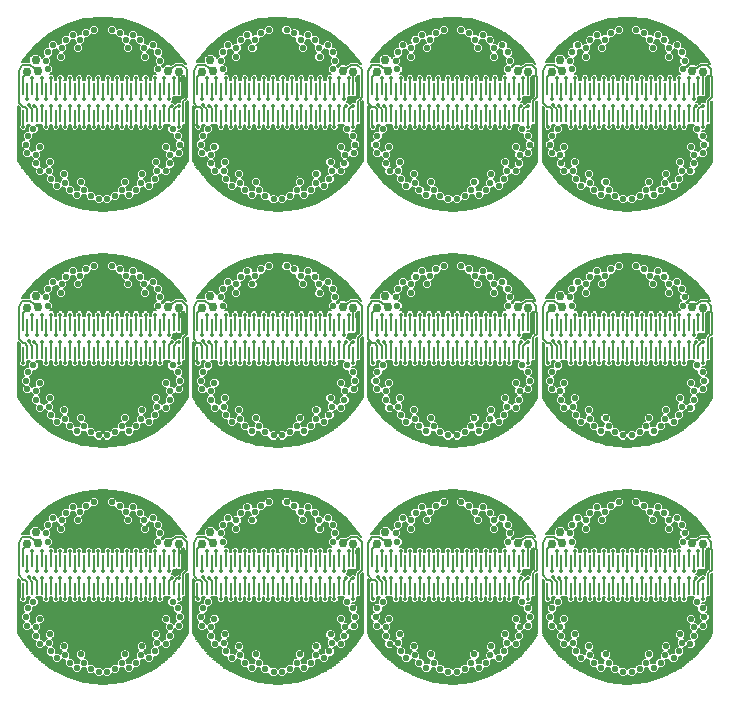
<source format=gtl>
G75*
%MOIN*%
%OFA0B0*%
%FSLAX25Y25*%
%IPPOS*%
%LPD*%
%AMOC8*
5,1,8,0,0,1.08239X$1,22.5*
%
%ADD10C,0.02953*%
%ADD11R,0.00787X0.04488*%
%ADD12C,0.02100*%
%ADD13C,0.01387*%
%ADD14C,0.00500*%
%ADD15C,0.00591*%
D10*
X0093967Y0074281D03*
X0115620Y0112864D03*
X0119163Y0112470D03*
X0116407Y0116407D03*
X0127037Y0112470D03*
X0130581Y0112864D03*
X0129793Y0116407D03*
X0152234Y0124281D03*
X0174675Y0116407D03*
X0173888Y0112864D03*
X0177431Y0112470D03*
X0185305Y0112470D03*
X0188848Y0112864D03*
X0188061Y0116407D03*
X0210502Y0124281D03*
X0232943Y0116407D03*
X0232156Y0112864D03*
X0235699Y0112470D03*
X0243573Y0112470D03*
X0247116Y0112864D03*
X0246329Y0116407D03*
X0268770Y0124281D03*
X0291211Y0116407D03*
X0290423Y0112864D03*
X0293967Y0112470D03*
X0268770Y0074281D03*
X0210502Y0074281D03*
X0152234Y0074281D03*
X0093967Y0124281D03*
X0071526Y0116407D03*
X0072313Y0112864D03*
X0068770Y0112470D03*
X0093967Y0153022D03*
X0115620Y0191604D03*
X0119163Y0191211D03*
X0116407Y0195148D03*
X0127037Y0191211D03*
X0130581Y0191604D03*
X0129793Y0195148D03*
X0152234Y0203022D03*
X0174675Y0195148D03*
X0173888Y0191604D03*
X0177431Y0191211D03*
X0185305Y0191211D03*
X0188848Y0191604D03*
X0188061Y0195148D03*
X0210502Y0203022D03*
X0232943Y0195148D03*
X0232156Y0191604D03*
X0235699Y0191211D03*
X0243573Y0191211D03*
X0247116Y0191604D03*
X0246329Y0195148D03*
X0268770Y0203022D03*
X0291211Y0195148D03*
X0290423Y0191604D03*
X0293967Y0191211D03*
X0268770Y0153022D03*
X0210502Y0153022D03*
X0152234Y0153022D03*
X0093967Y0203022D03*
X0071526Y0195148D03*
X0072313Y0191604D03*
X0068770Y0191211D03*
X0093967Y0231762D03*
X0115620Y0270344D03*
X0119163Y0269951D03*
X0116407Y0273888D03*
X0127037Y0269951D03*
X0130581Y0270344D03*
X0129793Y0273888D03*
X0152234Y0281762D03*
X0174675Y0273888D03*
X0173888Y0270344D03*
X0177431Y0269951D03*
X0185305Y0269951D03*
X0188848Y0270344D03*
X0188061Y0273888D03*
X0210502Y0281762D03*
X0232943Y0273888D03*
X0232156Y0270344D03*
X0235699Y0269951D03*
X0243573Y0269951D03*
X0247116Y0270344D03*
X0246329Y0273888D03*
X0268770Y0281762D03*
X0291211Y0273888D03*
X0290423Y0270344D03*
X0293967Y0269951D03*
X0268770Y0231762D03*
X0210502Y0231762D03*
X0152234Y0231762D03*
X0093967Y0281762D03*
X0071526Y0273888D03*
X0072313Y0270344D03*
X0068770Y0269951D03*
D11*
X0068770Y0264321D03*
X0070344Y0264321D03*
X0071919Y0264321D03*
X0073494Y0264321D03*
X0075069Y0264321D03*
X0076644Y0264321D03*
X0078219Y0264321D03*
X0079793Y0264321D03*
X0081368Y0264321D03*
X0082943Y0264321D03*
X0084518Y0264321D03*
X0086093Y0264321D03*
X0087667Y0264321D03*
X0089242Y0264321D03*
X0090817Y0264321D03*
X0092392Y0264321D03*
X0093967Y0264321D03*
X0095541Y0264321D03*
X0097116Y0264321D03*
X0098691Y0264321D03*
X0100266Y0264321D03*
X0101841Y0264321D03*
X0103415Y0264321D03*
X0104990Y0264321D03*
X0106565Y0264321D03*
X0108140Y0264321D03*
X0109715Y0264321D03*
X0111289Y0264321D03*
X0112864Y0264321D03*
X0114439Y0264321D03*
X0116014Y0264321D03*
X0117589Y0264321D03*
X0119163Y0264321D03*
X0120738Y0264321D03*
X0125463Y0264321D03*
X0127037Y0264321D03*
X0128612Y0264321D03*
X0130187Y0264321D03*
X0131762Y0264321D03*
X0133337Y0264321D03*
X0134911Y0264321D03*
X0136486Y0264321D03*
X0138061Y0264321D03*
X0139636Y0264321D03*
X0141211Y0264321D03*
X0142785Y0264321D03*
X0144360Y0264321D03*
X0145935Y0264321D03*
X0147510Y0264321D03*
X0149085Y0264321D03*
X0150659Y0264321D03*
X0152234Y0264321D03*
X0153809Y0264321D03*
X0155384Y0264321D03*
X0156959Y0264321D03*
X0158533Y0264321D03*
X0160108Y0264321D03*
X0161683Y0264321D03*
X0163258Y0264321D03*
X0164833Y0264321D03*
X0166407Y0264321D03*
X0167982Y0264321D03*
X0169557Y0264321D03*
X0171132Y0264321D03*
X0172707Y0264321D03*
X0174281Y0264321D03*
X0175856Y0264321D03*
X0177431Y0264321D03*
X0179006Y0264321D03*
X0183730Y0264321D03*
X0185305Y0264321D03*
X0186880Y0264321D03*
X0188455Y0264321D03*
X0190030Y0264321D03*
X0191604Y0264321D03*
X0193179Y0264321D03*
X0194754Y0264321D03*
X0196329Y0264321D03*
X0197904Y0264321D03*
X0199478Y0264321D03*
X0201053Y0264321D03*
X0202628Y0264321D03*
X0204203Y0264321D03*
X0205778Y0264321D03*
X0207352Y0264321D03*
X0208927Y0264321D03*
X0210502Y0264321D03*
X0212077Y0264321D03*
X0213652Y0264321D03*
X0215226Y0264321D03*
X0216801Y0264321D03*
X0218376Y0264321D03*
X0219951Y0264321D03*
X0221526Y0264321D03*
X0223100Y0264321D03*
X0224675Y0264321D03*
X0226250Y0264321D03*
X0227825Y0264321D03*
X0229400Y0264321D03*
X0230974Y0264321D03*
X0232549Y0264321D03*
X0234124Y0264321D03*
X0235699Y0264321D03*
X0237274Y0264321D03*
X0241998Y0264321D03*
X0243573Y0264321D03*
X0245148Y0264321D03*
X0246722Y0264321D03*
X0248297Y0264321D03*
X0249872Y0264321D03*
X0251447Y0264321D03*
X0253022Y0264321D03*
X0254596Y0264321D03*
X0256171Y0264321D03*
X0257746Y0264321D03*
X0259321Y0264321D03*
X0260896Y0264321D03*
X0262470Y0264321D03*
X0264045Y0264321D03*
X0265620Y0264321D03*
X0267195Y0264321D03*
X0268770Y0264321D03*
X0270344Y0264321D03*
X0271919Y0264321D03*
X0273494Y0264321D03*
X0275069Y0264321D03*
X0276644Y0264321D03*
X0278219Y0264321D03*
X0279793Y0264321D03*
X0281368Y0264321D03*
X0282943Y0264321D03*
X0284518Y0264321D03*
X0286093Y0264321D03*
X0287667Y0264321D03*
X0289242Y0264321D03*
X0290817Y0264321D03*
X0292392Y0264321D03*
X0293967Y0264321D03*
X0295541Y0264321D03*
X0295541Y0255108D03*
X0293967Y0255108D03*
X0292392Y0255108D03*
X0290817Y0255108D03*
X0289242Y0255108D03*
X0287667Y0255108D03*
X0286093Y0255108D03*
X0284518Y0255108D03*
X0282943Y0255108D03*
X0281368Y0255108D03*
X0279793Y0255108D03*
X0278219Y0255108D03*
X0276644Y0255108D03*
X0275069Y0255108D03*
X0273494Y0255108D03*
X0271919Y0255108D03*
X0270344Y0255108D03*
X0268770Y0255108D03*
X0267195Y0255108D03*
X0265620Y0255108D03*
X0264045Y0255108D03*
X0262470Y0255108D03*
X0260896Y0255108D03*
X0259321Y0255108D03*
X0257746Y0255108D03*
X0256171Y0255108D03*
X0254596Y0255108D03*
X0253022Y0255108D03*
X0251447Y0255108D03*
X0249872Y0255108D03*
X0248297Y0255108D03*
X0246722Y0255108D03*
X0245148Y0255108D03*
X0243573Y0255108D03*
X0241998Y0255108D03*
X0237274Y0255108D03*
X0235699Y0255108D03*
X0234124Y0255108D03*
X0232549Y0255108D03*
X0230974Y0255108D03*
X0229400Y0255108D03*
X0227825Y0255108D03*
X0226250Y0255108D03*
X0224675Y0255108D03*
X0223100Y0255108D03*
X0221526Y0255108D03*
X0219951Y0255108D03*
X0218376Y0255108D03*
X0216801Y0255108D03*
X0215226Y0255108D03*
X0213652Y0255108D03*
X0212077Y0255108D03*
X0210502Y0255108D03*
X0208927Y0255108D03*
X0207352Y0255108D03*
X0205778Y0255108D03*
X0204203Y0255108D03*
X0202628Y0255108D03*
X0201053Y0255108D03*
X0199478Y0255108D03*
X0197904Y0255108D03*
X0196329Y0255108D03*
X0194754Y0255108D03*
X0193179Y0255108D03*
X0191604Y0255108D03*
X0190030Y0255108D03*
X0188455Y0255108D03*
X0186880Y0255108D03*
X0185305Y0255108D03*
X0183730Y0255108D03*
X0179006Y0255108D03*
X0177431Y0255108D03*
X0175856Y0255108D03*
X0174281Y0255108D03*
X0172707Y0255108D03*
X0171132Y0255108D03*
X0169557Y0255108D03*
X0167982Y0255108D03*
X0166407Y0255108D03*
X0164833Y0255108D03*
X0163258Y0255108D03*
X0161683Y0255108D03*
X0160108Y0255108D03*
X0158533Y0255108D03*
X0156959Y0255108D03*
X0155384Y0255108D03*
X0153809Y0255108D03*
X0152234Y0255108D03*
X0150659Y0255108D03*
X0149085Y0255108D03*
X0147510Y0255108D03*
X0145935Y0255108D03*
X0144360Y0255108D03*
X0142785Y0255108D03*
X0141211Y0255108D03*
X0139636Y0255108D03*
X0138061Y0255108D03*
X0136486Y0255108D03*
X0134911Y0255108D03*
X0133337Y0255108D03*
X0131762Y0255108D03*
X0130187Y0255108D03*
X0128612Y0255108D03*
X0127037Y0255108D03*
X0125463Y0255108D03*
X0120738Y0255108D03*
X0119163Y0255108D03*
X0117589Y0255108D03*
X0116014Y0255108D03*
X0114439Y0255108D03*
X0112864Y0255108D03*
X0111289Y0255108D03*
X0109715Y0255108D03*
X0108140Y0255108D03*
X0106565Y0255108D03*
X0104990Y0255108D03*
X0103415Y0255108D03*
X0101841Y0255108D03*
X0100266Y0255108D03*
X0098691Y0255108D03*
X0097116Y0255108D03*
X0095541Y0255108D03*
X0093967Y0255108D03*
X0092392Y0255108D03*
X0090817Y0255108D03*
X0089242Y0255108D03*
X0087667Y0255108D03*
X0086093Y0255108D03*
X0084518Y0255108D03*
X0082943Y0255108D03*
X0081368Y0255108D03*
X0079793Y0255108D03*
X0078219Y0255108D03*
X0076644Y0255108D03*
X0075069Y0255108D03*
X0073494Y0255108D03*
X0071919Y0255108D03*
X0070344Y0255108D03*
X0068770Y0255108D03*
X0067195Y0255108D03*
X0067195Y0264321D03*
X0067195Y0185581D03*
X0068770Y0185581D03*
X0070344Y0185581D03*
X0071919Y0185581D03*
X0073494Y0185581D03*
X0075069Y0185581D03*
X0076644Y0185581D03*
X0078219Y0185581D03*
X0079793Y0185581D03*
X0081368Y0185581D03*
X0082943Y0185581D03*
X0084518Y0185581D03*
X0086093Y0185581D03*
X0087667Y0185581D03*
X0089242Y0185581D03*
X0090817Y0185581D03*
X0092392Y0185581D03*
X0093967Y0185581D03*
X0095541Y0185581D03*
X0097116Y0185581D03*
X0098691Y0185581D03*
X0100266Y0185581D03*
X0101841Y0185581D03*
X0103415Y0185581D03*
X0104990Y0185581D03*
X0106565Y0185581D03*
X0108140Y0185581D03*
X0109715Y0185581D03*
X0111289Y0185581D03*
X0112864Y0185581D03*
X0114439Y0185581D03*
X0116014Y0185581D03*
X0117589Y0185581D03*
X0119163Y0185581D03*
X0120738Y0185581D03*
X0125463Y0185581D03*
X0127037Y0185581D03*
X0128612Y0185581D03*
X0130187Y0185581D03*
X0131762Y0185581D03*
X0133337Y0185581D03*
X0134911Y0185581D03*
X0136486Y0185581D03*
X0138061Y0185581D03*
X0139636Y0185581D03*
X0141211Y0185581D03*
X0142785Y0185581D03*
X0144360Y0185581D03*
X0145935Y0185581D03*
X0147510Y0185581D03*
X0149085Y0185581D03*
X0150659Y0185581D03*
X0152234Y0185581D03*
X0153809Y0185581D03*
X0155384Y0185581D03*
X0156959Y0185581D03*
X0158533Y0185581D03*
X0160108Y0185581D03*
X0161683Y0185581D03*
X0163258Y0185581D03*
X0164833Y0185581D03*
X0166407Y0185581D03*
X0167982Y0185581D03*
X0169557Y0185581D03*
X0171132Y0185581D03*
X0172707Y0185581D03*
X0174281Y0185581D03*
X0175856Y0185581D03*
X0177431Y0185581D03*
X0179006Y0185581D03*
X0183730Y0185581D03*
X0185305Y0185581D03*
X0186880Y0185581D03*
X0188455Y0185581D03*
X0190030Y0185581D03*
X0191604Y0185581D03*
X0193179Y0185581D03*
X0194754Y0185581D03*
X0196329Y0185581D03*
X0197904Y0185581D03*
X0199478Y0185581D03*
X0201053Y0185581D03*
X0202628Y0185581D03*
X0204203Y0185581D03*
X0205778Y0185581D03*
X0207352Y0185581D03*
X0208927Y0185581D03*
X0210502Y0185581D03*
X0212077Y0185581D03*
X0213652Y0185581D03*
X0215226Y0185581D03*
X0216801Y0185581D03*
X0218376Y0185581D03*
X0219951Y0185581D03*
X0221526Y0185581D03*
X0223100Y0185581D03*
X0224675Y0185581D03*
X0226250Y0185581D03*
X0227825Y0185581D03*
X0229400Y0185581D03*
X0230974Y0185581D03*
X0232549Y0185581D03*
X0234124Y0185581D03*
X0235699Y0185581D03*
X0237274Y0185581D03*
X0241998Y0185581D03*
X0243573Y0185581D03*
X0245148Y0185581D03*
X0246722Y0185581D03*
X0248297Y0185581D03*
X0249872Y0185581D03*
X0251447Y0185581D03*
X0253022Y0185581D03*
X0254596Y0185581D03*
X0256171Y0185581D03*
X0257746Y0185581D03*
X0259321Y0185581D03*
X0260896Y0185581D03*
X0262470Y0185581D03*
X0264045Y0185581D03*
X0265620Y0185581D03*
X0267195Y0185581D03*
X0268770Y0185581D03*
X0270344Y0185581D03*
X0271919Y0185581D03*
X0273494Y0185581D03*
X0275069Y0185581D03*
X0276644Y0185581D03*
X0278219Y0185581D03*
X0279793Y0185581D03*
X0281368Y0185581D03*
X0282943Y0185581D03*
X0284518Y0185581D03*
X0286093Y0185581D03*
X0287667Y0185581D03*
X0289242Y0185581D03*
X0290817Y0185581D03*
X0292392Y0185581D03*
X0293967Y0185581D03*
X0295541Y0185581D03*
X0295541Y0176368D03*
X0293967Y0176368D03*
X0292392Y0176368D03*
X0290817Y0176368D03*
X0289242Y0176368D03*
X0287667Y0176368D03*
X0286093Y0176368D03*
X0284518Y0176368D03*
X0282943Y0176368D03*
X0281368Y0176368D03*
X0279793Y0176368D03*
X0278219Y0176368D03*
X0276644Y0176368D03*
X0275069Y0176368D03*
X0273494Y0176368D03*
X0271919Y0176368D03*
X0270344Y0176368D03*
X0268770Y0176368D03*
X0267195Y0176368D03*
X0265620Y0176368D03*
X0264045Y0176368D03*
X0262470Y0176368D03*
X0260896Y0176368D03*
X0259321Y0176368D03*
X0257746Y0176368D03*
X0256171Y0176368D03*
X0254596Y0176368D03*
X0253022Y0176368D03*
X0251447Y0176368D03*
X0249872Y0176368D03*
X0248297Y0176368D03*
X0246722Y0176368D03*
X0245148Y0176368D03*
X0243573Y0176368D03*
X0241998Y0176368D03*
X0237274Y0176368D03*
X0235699Y0176368D03*
X0234124Y0176368D03*
X0232549Y0176368D03*
X0230974Y0176368D03*
X0229400Y0176368D03*
X0227825Y0176368D03*
X0226250Y0176368D03*
X0224675Y0176368D03*
X0223100Y0176368D03*
X0221526Y0176368D03*
X0219951Y0176368D03*
X0218376Y0176368D03*
X0216801Y0176368D03*
X0215226Y0176368D03*
X0213652Y0176368D03*
X0212077Y0176368D03*
X0210502Y0176368D03*
X0208927Y0176368D03*
X0207352Y0176368D03*
X0205778Y0176368D03*
X0204203Y0176368D03*
X0202628Y0176368D03*
X0201053Y0176368D03*
X0199478Y0176368D03*
X0197904Y0176368D03*
X0196329Y0176368D03*
X0194754Y0176368D03*
X0193179Y0176368D03*
X0191604Y0176368D03*
X0190030Y0176368D03*
X0188455Y0176368D03*
X0186880Y0176368D03*
X0185305Y0176368D03*
X0183730Y0176368D03*
X0179006Y0176368D03*
X0177431Y0176368D03*
X0175856Y0176368D03*
X0174281Y0176368D03*
X0172707Y0176368D03*
X0171132Y0176368D03*
X0169557Y0176368D03*
X0167982Y0176368D03*
X0166407Y0176368D03*
X0164833Y0176368D03*
X0163258Y0176368D03*
X0161683Y0176368D03*
X0160108Y0176368D03*
X0158533Y0176368D03*
X0156959Y0176368D03*
X0155384Y0176368D03*
X0153809Y0176368D03*
X0152234Y0176368D03*
X0150659Y0176368D03*
X0149085Y0176368D03*
X0147510Y0176368D03*
X0145935Y0176368D03*
X0144360Y0176368D03*
X0142785Y0176368D03*
X0141211Y0176368D03*
X0139636Y0176368D03*
X0138061Y0176368D03*
X0136486Y0176368D03*
X0134911Y0176368D03*
X0133337Y0176368D03*
X0131762Y0176368D03*
X0130187Y0176368D03*
X0128612Y0176368D03*
X0127037Y0176368D03*
X0125463Y0176368D03*
X0120738Y0176368D03*
X0119163Y0176368D03*
X0117589Y0176368D03*
X0116014Y0176368D03*
X0114439Y0176368D03*
X0112864Y0176368D03*
X0111289Y0176368D03*
X0109715Y0176368D03*
X0108140Y0176368D03*
X0106565Y0176368D03*
X0104990Y0176368D03*
X0103415Y0176368D03*
X0101841Y0176368D03*
X0100266Y0176368D03*
X0098691Y0176368D03*
X0097116Y0176368D03*
X0095541Y0176368D03*
X0093967Y0176368D03*
X0092392Y0176368D03*
X0090817Y0176368D03*
X0089242Y0176368D03*
X0087667Y0176368D03*
X0086093Y0176368D03*
X0084518Y0176368D03*
X0082943Y0176368D03*
X0081368Y0176368D03*
X0079793Y0176368D03*
X0078219Y0176368D03*
X0076644Y0176368D03*
X0075069Y0176368D03*
X0073494Y0176368D03*
X0071919Y0176368D03*
X0070344Y0176368D03*
X0068770Y0176368D03*
X0067195Y0176368D03*
X0067195Y0106841D03*
X0068770Y0106841D03*
X0070344Y0106841D03*
X0071919Y0106841D03*
X0073494Y0106841D03*
X0075069Y0106841D03*
X0076644Y0106841D03*
X0078219Y0106841D03*
X0079793Y0106841D03*
X0081368Y0106841D03*
X0082943Y0106841D03*
X0084518Y0106841D03*
X0086093Y0106841D03*
X0087667Y0106841D03*
X0089242Y0106841D03*
X0090817Y0106841D03*
X0092392Y0106841D03*
X0093967Y0106841D03*
X0095541Y0106841D03*
X0097116Y0106841D03*
X0098691Y0106841D03*
X0100266Y0106841D03*
X0101841Y0106841D03*
X0103415Y0106841D03*
X0104990Y0106841D03*
X0106565Y0106841D03*
X0108140Y0106841D03*
X0109715Y0106841D03*
X0111289Y0106841D03*
X0112864Y0106841D03*
X0114439Y0106841D03*
X0116014Y0106841D03*
X0117589Y0106841D03*
X0119163Y0106841D03*
X0120738Y0106841D03*
X0125463Y0106841D03*
X0127037Y0106841D03*
X0128612Y0106841D03*
X0130187Y0106841D03*
X0131762Y0106841D03*
X0133337Y0106841D03*
X0134911Y0106841D03*
X0136486Y0106841D03*
X0138061Y0106841D03*
X0139636Y0106841D03*
X0141211Y0106841D03*
X0142785Y0106841D03*
X0144360Y0106841D03*
X0145935Y0106841D03*
X0147510Y0106841D03*
X0149085Y0106841D03*
X0150659Y0106841D03*
X0152234Y0106841D03*
X0153809Y0106841D03*
X0155384Y0106841D03*
X0156959Y0106841D03*
X0158533Y0106841D03*
X0160108Y0106841D03*
X0161683Y0106841D03*
X0163258Y0106841D03*
X0164833Y0106841D03*
X0166407Y0106841D03*
X0167982Y0106841D03*
X0169557Y0106841D03*
X0171132Y0106841D03*
X0172707Y0106841D03*
X0174281Y0106841D03*
X0175856Y0106841D03*
X0177431Y0106841D03*
X0179006Y0106841D03*
X0183730Y0106841D03*
X0185305Y0106841D03*
X0186880Y0106841D03*
X0188455Y0106841D03*
X0190030Y0106841D03*
X0191604Y0106841D03*
X0193179Y0106841D03*
X0194754Y0106841D03*
X0196329Y0106841D03*
X0197904Y0106841D03*
X0199478Y0106841D03*
X0201053Y0106841D03*
X0202628Y0106841D03*
X0204203Y0106841D03*
X0205778Y0106841D03*
X0207352Y0106841D03*
X0208927Y0106841D03*
X0210502Y0106841D03*
X0212077Y0106841D03*
X0213652Y0106841D03*
X0215226Y0106841D03*
X0216801Y0106841D03*
X0218376Y0106841D03*
X0219951Y0106841D03*
X0221526Y0106841D03*
X0223100Y0106841D03*
X0224675Y0106841D03*
X0226250Y0106841D03*
X0227825Y0106841D03*
X0229400Y0106841D03*
X0230974Y0106841D03*
X0232549Y0106841D03*
X0234124Y0106841D03*
X0235699Y0106841D03*
X0237274Y0106841D03*
X0241998Y0106841D03*
X0243573Y0106841D03*
X0245148Y0106841D03*
X0246722Y0106841D03*
X0248297Y0106841D03*
X0249872Y0106841D03*
X0251447Y0106841D03*
X0253022Y0106841D03*
X0254596Y0106841D03*
X0256171Y0106841D03*
X0257746Y0106841D03*
X0259321Y0106841D03*
X0260896Y0106841D03*
X0262470Y0106841D03*
X0264045Y0106841D03*
X0265620Y0106841D03*
X0267195Y0106841D03*
X0268770Y0106841D03*
X0270344Y0106841D03*
X0271919Y0106841D03*
X0273494Y0106841D03*
X0275069Y0106841D03*
X0276644Y0106841D03*
X0278219Y0106841D03*
X0279793Y0106841D03*
X0281368Y0106841D03*
X0282943Y0106841D03*
X0284518Y0106841D03*
X0286093Y0106841D03*
X0287667Y0106841D03*
X0289242Y0106841D03*
X0290817Y0106841D03*
X0292392Y0106841D03*
X0293967Y0106841D03*
X0295541Y0106841D03*
X0295541Y0097628D03*
X0293967Y0097628D03*
X0292392Y0097628D03*
X0290817Y0097628D03*
X0289242Y0097628D03*
X0287667Y0097628D03*
X0286093Y0097628D03*
X0284518Y0097628D03*
X0282943Y0097628D03*
X0281368Y0097628D03*
X0279793Y0097628D03*
X0278219Y0097628D03*
X0276644Y0097628D03*
X0275069Y0097628D03*
X0273494Y0097628D03*
X0271919Y0097628D03*
X0270344Y0097628D03*
X0268770Y0097628D03*
X0267195Y0097628D03*
X0265620Y0097628D03*
X0264045Y0097628D03*
X0262470Y0097628D03*
X0260896Y0097628D03*
X0259321Y0097628D03*
X0257746Y0097628D03*
X0256171Y0097628D03*
X0254596Y0097628D03*
X0253022Y0097628D03*
X0251447Y0097628D03*
X0249872Y0097628D03*
X0248297Y0097628D03*
X0246722Y0097628D03*
X0245148Y0097628D03*
X0243573Y0097628D03*
X0241998Y0097628D03*
X0237274Y0097628D03*
X0235699Y0097628D03*
X0234124Y0097628D03*
X0232549Y0097628D03*
X0230974Y0097628D03*
X0229400Y0097628D03*
X0227825Y0097628D03*
X0226250Y0097628D03*
X0224675Y0097628D03*
X0223100Y0097628D03*
X0221526Y0097628D03*
X0219951Y0097628D03*
X0218376Y0097628D03*
X0216801Y0097628D03*
X0215226Y0097628D03*
X0213652Y0097628D03*
X0212077Y0097628D03*
X0210502Y0097628D03*
X0208927Y0097628D03*
X0207352Y0097628D03*
X0205778Y0097628D03*
X0204203Y0097628D03*
X0202628Y0097628D03*
X0201053Y0097628D03*
X0199478Y0097628D03*
X0197904Y0097628D03*
X0196329Y0097628D03*
X0194754Y0097628D03*
X0193179Y0097628D03*
X0191604Y0097628D03*
X0190030Y0097628D03*
X0188455Y0097628D03*
X0186880Y0097628D03*
X0185305Y0097628D03*
X0183730Y0097628D03*
X0179006Y0097628D03*
X0177431Y0097628D03*
X0175856Y0097628D03*
X0174281Y0097628D03*
X0172707Y0097628D03*
X0171132Y0097628D03*
X0169557Y0097628D03*
X0167982Y0097628D03*
X0166407Y0097628D03*
X0164833Y0097628D03*
X0163258Y0097628D03*
X0161683Y0097628D03*
X0160108Y0097628D03*
X0158533Y0097628D03*
X0156959Y0097628D03*
X0155384Y0097628D03*
X0153809Y0097628D03*
X0152234Y0097628D03*
X0150659Y0097628D03*
X0149085Y0097628D03*
X0147510Y0097628D03*
X0145935Y0097628D03*
X0144360Y0097628D03*
X0142785Y0097628D03*
X0141211Y0097628D03*
X0139636Y0097628D03*
X0138061Y0097628D03*
X0136486Y0097628D03*
X0134911Y0097628D03*
X0133337Y0097628D03*
X0131762Y0097628D03*
X0130187Y0097628D03*
X0128612Y0097628D03*
X0127037Y0097628D03*
X0125463Y0097628D03*
X0120738Y0097628D03*
X0119163Y0097628D03*
X0117589Y0097628D03*
X0116014Y0097628D03*
X0114439Y0097628D03*
X0112864Y0097628D03*
X0111289Y0097628D03*
X0109715Y0097628D03*
X0108140Y0097628D03*
X0106565Y0097628D03*
X0104990Y0097628D03*
X0103415Y0097628D03*
X0101841Y0097628D03*
X0100266Y0097628D03*
X0098691Y0097628D03*
X0097116Y0097628D03*
X0095541Y0097628D03*
X0093967Y0097628D03*
X0092392Y0097628D03*
X0090817Y0097628D03*
X0089242Y0097628D03*
X0087667Y0097628D03*
X0086093Y0097628D03*
X0084518Y0097628D03*
X0082943Y0097628D03*
X0081368Y0097628D03*
X0079793Y0097628D03*
X0078219Y0097628D03*
X0076644Y0097628D03*
X0075069Y0097628D03*
X0073494Y0097628D03*
X0071919Y0097628D03*
X0070344Y0097628D03*
X0068770Y0097628D03*
X0067195Y0097628D03*
D12*
X0070785Y0093327D03*
X0068929Y0091081D03*
X0068274Y0088232D03*
X0068733Y0085374D03*
X0071650Y0084847D03*
X0072862Y0087496D03*
X0071754Y0081926D03*
X0072938Y0079283D03*
X0075892Y0079529D03*
X0076376Y0082402D03*
X0076749Y0076735D03*
X0078575Y0074488D03*
X0081365Y0075491D03*
X0081090Y0078391D03*
X0082916Y0073013D03*
X0085262Y0071316D03*
X0087697Y0073006D03*
X0086681Y0075737D03*
X0089837Y0071014D03*
X0092542Y0069983D03*
X0095391Y0069983D03*
X0098096Y0071014D03*
X0100236Y0073006D03*
X0101252Y0075737D03*
X0102671Y0071316D03*
X0105017Y0073013D03*
X0106568Y0075491D03*
X0106843Y0078391D03*
X0109358Y0074488D03*
X0111184Y0076735D03*
X0112041Y0079529D03*
X0111557Y0082402D03*
X0114995Y0079283D03*
X0116179Y0081926D03*
X0116283Y0084847D03*
X0115071Y0087496D03*
X0119200Y0085374D03*
X0119659Y0088232D03*
X0119004Y0091081D03*
X0117148Y0093327D03*
X0127197Y0091081D03*
X0129053Y0093327D03*
X0126542Y0088232D03*
X0127001Y0085374D03*
X0129918Y0084847D03*
X0131130Y0087496D03*
X0130022Y0081926D03*
X0131205Y0079283D03*
X0134159Y0079529D03*
X0134644Y0082402D03*
X0135016Y0076735D03*
X0136843Y0074488D03*
X0139633Y0075491D03*
X0139357Y0078391D03*
X0141184Y0073013D03*
X0143530Y0071316D03*
X0145965Y0073006D03*
X0144948Y0075737D03*
X0148104Y0071014D03*
X0150810Y0069983D03*
X0153659Y0069983D03*
X0156364Y0071014D03*
X0158504Y0073006D03*
X0159520Y0075737D03*
X0160939Y0071316D03*
X0163285Y0073013D03*
X0164836Y0075491D03*
X0165111Y0078391D03*
X0167625Y0074488D03*
X0169452Y0076735D03*
X0170309Y0079529D03*
X0169824Y0082402D03*
X0173263Y0079283D03*
X0174446Y0081926D03*
X0174551Y0084847D03*
X0173339Y0087496D03*
X0177468Y0085374D03*
X0177927Y0088232D03*
X0177271Y0091081D03*
X0175415Y0093327D03*
X0185465Y0091081D03*
X0187321Y0093327D03*
X0184809Y0088232D03*
X0185268Y0085374D03*
X0188186Y0084847D03*
X0189397Y0087496D03*
X0188290Y0081926D03*
X0189473Y0079283D03*
X0192427Y0079529D03*
X0192912Y0082402D03*
X0193284Y0076735D03*
X0195111Y0074488D03*
X0197901Y0075491D03*
X0197625Y0078391D03*
X0199452Y0073013D03*
X0201797Y0071316D03*
X0204233Y0073006D03*
X0203216Y0075737D03*
X0206372Y0071014D03*
X0209077Y0069983D03*
X0211927Y0069983D03*
X0214632Y0071014D03*
X0216771Y0073006D03*
X0217788Y0075737D03*
X0219206Y0071316D03*
X0221552Y0073013D03*
X0223103Y0075491D03*
X0223379Y0078391D03*
X0225893Y0074488D03*
X0227720Y0076735D03*
X0228577Y0079529D03*
X0228092Y0082402D03*
X0231531Y0079283D03*
X0232714Y0081926D03*
X0232818Y0084847D03*
X0231607Y0087496D03*
X0235736Y0085374D03*
X0236194Y0088232D03*
X0235539Y0091081D03*
X0233683Y0093327D03*
X0243733Y0091081D03*
X0245589Y0093327D03*
X0243077Y0088232D03*
X0243536Y0085374D03*
X0246453Y0084847D03*
X0247665Y0087496D03*
X0246558Y0081926D03*
X0247741Y0079283D03*
X0250695Y0079529D03*
X0251180Y0082402D03*
X0251552Y0076735D03*
X0253379Y0074488D03*
X0256168Y0075491D03*
X0255893Y0078391D03*
X0257719Y0073013D03*
X0260065Y0071316D03*
X0262500Y0073006D03*
X0261484Y0075737D03*
X0264640Y0071014D03*
X0267345Y0069983D03*
X0270194Y0069983D03*
X0272899Y0071014D03*
X0275039Y0073006D03*
X0276056Y0075737D03*
X0277474Y0071316D03*
X0279820Y0073013D03*
X0281371Y0075491D03*
X0281647Y0078391D03*
X0284161Y0074488D03*
X0285988Y0076735D03*
X0286844Y0079529D03*
X0286360Y0082402D03*
X0289799Y0079283D03*
X0290982Y0081926D03*
X0291086Y0084847D03*
X0289874Y0087496D03*
X0294003Y0085374D03*
X0294462Y0088232D03*
X0293807Y0091081D03*
X0291951Y0093327D03*
X0287168Y0113250D03*
X0287802Y0116093D03*
X0287092Y0118929D03*
X0285386Y0121268D03*
X0282547Y0120413D03*
X0282671Y0117502D03*
X0281128Y0122969D03*
X0278874Y0124786D03*
X0276354Y0123225D03*
X0277226Y0120446D03*
X0274322Y0125327D03*
X0271674Y0126499D03*
X0265865Y0126499D03*
X0263218Y0125327D03*
X0261185Y0123225D03*
X0260313Y0120446D03*
X0258665Y0124786D03*
X0256411Y0122969D03*
X0254992Y0120413D03*
X0254869Y0117502D03*
X0252154Y0121268D03*
X0250447Y0118929D03*
X0249737Y0116093D03*
X0250372Y0113250D03*
X0229534Y0116093D03*
X0228900Y0113250D03*
X0228825Y0118929D03*
X0227118Y0121268D03*
X0224280Y0120413D03*
X0224403Y0117502D03*
X0222860Y0122969D03*
X0220607Y0124786D03*
X0218086Y0123225D03*
X0218959Y0120446D03*
X0216054Y0125327D03*
X0213407Y0126499D03*
X0207597Y0126499D03*
X0204950Y0125327D03*
X0202918Y0123225D03*
X0202045Y0120446D03*
X0200397Y0124786D03*
X0198143Y0122969D03*
X0196724Y0120413D03*
X0196601Y0117502D03*
X0193886Y0121268D03*
X0192179Y0118929D03*
X0191470Y0116093D03*
X0192104Y0113250D03*
X0171266Y0116093D03*
X0170632Y0113250D03*
X0170557Y0118929D03*
X0168850Y0121268D03*
X0166012Y0120413D03*
X0166135Y0117502D03*
X0164593Y0122969D03*
X0162339Y0124786D03*
X0159819Y0123225D03*
X0160691Y0120446D03*
X0157786Y0125327D03*
X0155139Y0126499D03*
X0149330Y0126499D03*
X0146682Y0125327D03*
X0144650Y0123225D03*
X0143778Y0120446D03*
X0142130Y0124786D03*
X0139876Y0122969D03*
X0138457Y0120413D03*
X0138333Y0117502D03*
X0135618Y0121268D03*
X0133911Y0118929D03*
X0133202Y0116093D03*
X0133836Y0113250D03*
X0112999Y0116093D03*
X0112364Y0113250D03*
X0112289Y0118929D03*
X0110583Y0121268D03*
X0107744Y0120413D03*
X0107867Y0117502D03*
X0106325Y0122969D03*
X0104071Y0124786D03*
X0101551Y0123225D03*
X0102423Y0120446D03*
X0099518Y0125327D03*
X0096871Y0126499D03*
X0091062Y0126499D03*
X0088415Y0125327D03*
X0086382Y0123225D03*
X0085510Y0120446D03*
X0083862Y0124786D03*
X0081608Y0122969D03*
X0080189Y0120413D03*
X0080066Y0117502D03*
X0077350Y0121268D03*
X0075644Y0118929D03*
X0074934Y0116093D03*
X0075569Y0113250D03*
X0085262Y0150056D03*
X0082916Y0151753D03*
X0081365Y0154231D03*
X0081090Y0157131D03*
X0078575Y0153228D03*
X0076749Y0155475D03*
X0075892Y0158269D03*
X0076376Y0161142D03*
X0072938Y0158023D03*
X0071754Y0160666D03*
X0071650Y0163587D03*
X0072862Y0166237D03*
X0068733Y0164114D03*
X0068274Y0166972D03*
X0068929Y0169821D03*
X0070785Y0172067D03*
X0075569Y0191990D03*
X0074934Y0194834D03*
X0075644Y0197669D03*
X0077350Y0200008D03*
X0080189Y0199153D03*
X0080066Y0196242D03*
X0081608Y0201709D03*
X0083862Y0203526D03*
X0086382Y0201966D03*
X0085510Y0199186D03*
X0088415Y0204067D03*
X0091062Y0205239D03*
X0096871Y0205239D03*
X0099518Y0204067D03*
X0101551Y0201966D03*
X0102423Y0199186D03*
X0104071Y0203526D03*
X0106325Y0201709D03*
X0107744Y0199153D03*
X0107867Y0196242D03*
X0110583Y0200008D03*
X0112289Y0197669D03*
X0112999Y0194834D03*
X0112364Y0191990D03*
X0117148Y0172067D03*
X0119004Y0169821D03*
X0119659Y0166972D03*
X0119200Y0164114D03*
X0116283Y0163587D03*
X0115071Y0166237D03*
X0116179Y0160666D03*
X0114995Y0158023D03*
X0112041Y0158269D03*
X0111557Y0161142D03*
X0111184Y0155475D03*
X0109358Y0153228D03*
X0106568Y0154231D03*
X0106843Y0157131D03*
X0105017Y0151753D03*
X0102671Y0150056D03*
X0100236Y0151747D03*
X0101252Y0154477D03*
X0098096Y0149755D03*
X0095391Y0148723D03*
X0092542Y0148723D03*
X0089837Y0149755D03*
X0087697Y0151747D03*
X0086681Y0154477D03*
X0127001Y0164114D03*
X0126542Y0166972D03*
X0127197Y0169821D03*
X0129053Y0172067D03*
X0131130Y0166237D03*
X0129918Y0163587D03*
X0130022Y0160666D03*
X0131205Y0158023D03*
X0134159Y0158269D03*
X0134644Y0161142D03*
X0135016Y0155475D03*
X0136843Y0153228D03*
X0139633Y0154231D03*
X0139357Y0157131D03*
X0141184Y0151753D03*
X0143530Y0150056D03*
X0145965Y0151747D03*
X0144948Y0154477D03*
X0148104Y0149755D03*
X0150810Y0148723D03*
X0153659Y0148723D03*
X0156364Y0149755D03*
X0158504Y0151747D03*
X0159520Y0154477D03*
X0160939Y0150056D03*
X0163285Y0151753D03*
X0164836Y0154231D03*
X0165111Y0157131D03*
X0167625Y0153228D03*
X0169452Y0155475D03*
X0170309Y0158269D03*
X0169824Y0161142D03*
X0173263Y0158023D03*
X0174446Y0160666D03*
X0174551Y0163587D03*
X0173339Y0166237D03*
X0177468Y0164114D03*
X0177927Y0166972D03*
X0177271Y0169821D03*
X0175415Y0172067D03*
X0185465Y0169821D03*
X0187321Y0172067D03*
X0184809Y0166972D03*
X0185268Y0164114D03*
X0188186Y0163587D03*
X0189397Y0166237D03*
X0188290Y0160666D03*
X0189473Y0158023D03*
X0192427Y0158269D03*
X0192912Y0161142D03*
X0193284Y0155475D03*
X0195111Y0153228D03*
X0197901Y0154231D03*
X0197625Y0157131D03*
X0199452Y0151753D03*
X0201797Y0150056D03*
X0204233Y0151747D03*
X0203216Y0154477D03*
X0206372Y0149755D03*
X0209077Y0148723D03*
X0211927Y0148723D03*
X0214632Y0149755D03*
X0216771Y0151747D03*
X0217788Y0154477D03*
X0219206Y0150056D03*
X0221552Y0151753D03*
X0223103Y0154231D03*
X0223379Y0157131D03*
X0225893Y0153228D03*
X0227720Y0155475D03*
X0228577Y0158269D03*
X0228092Y0161142D03*
X0231531Y0158023D03*
X0232714Y0160666D03*
X0232818Y0163587D03*
X0231607Y0166237D03*
X0235736Y0164114D03*
X0236194Y0166972D03*
X0235539Y0169821D03*
X0233683Y0172067D03*
X0243733Y0169821D03*
X0245589Y0172067D03*
X0243077Y0166972D03*
X0243536Y0164114D03*
X0246453Y0163587D03*
X0247665Y0166237D03*
X0246558Y0160666D03*
X0247741Y0158023D03*
X0250695Y0158269D03*
X0251180Y0161142D03*
X0251552Y0155475D03*
X0253379Y0153228D03*
X0256168Y0154231D03*
X0255893Y0157131D03*
X0257719Y0151753D03*
X0260065Y0150056D03*
X0262500Y0151747D03*
X0261484Y0154477D03*
X0264640Y0149755D03*
X0267345Y0148723D03*
X0270194Y0148723D03*
X0272899Y0149755D03*
X0275039Y0151747D03*
X0276056Y0154477D03*
X0277474Y0150056D03*
X0279820Y0151753D03*
X0281371Y0154231D03*
X0281647Y0157131D03*
X0284161Y0153228D03*
X0285988Y0155475D03*
X0286844Y0158269D03*
X0286360Y0161142D03*
X0289799Y0158023D03*
X0290982Y0160666D03*
X0291086Y0163587D03*
X0289874Y0166237D03*
X0294003Y0164114D03*
X0294462Y0166972D03*
X0293807Y0169821D03*
X0291951Y0172067D03*
X0287168Y0191990D03*
X0287802Y0194834D03*
X0287092Y0197669D03*
X0285386Y0200008D03*
X0282547Y0199153D03*
X0282671Y0196242D03*
X0281128Y0201709D03*
X0278874Y0203526D03*
X0276354Y0201966D03*
X0277226Y0199186D03*
X0274322Y0204067D03*
X0271674Y0205239D03*
X0265865Y0205239D03*
X0263218Y0204067D03*
X0261185Y0201966D03*
X0260313Y0199186D03*
X0258665Y0203526D03*
X0256411Y0201709D03*
X0254992Y0199153D03*
X0254869Y0196242D03*
X0252154Y0200008D03*
X0250447Y0197669D03*
X0249737Y0194834D03*
X0250372Y0191990D03*
X0229534Y0194834D03*
X0228900Y0191990D03*
X0228825Y0197669D03*
X0227118Y0200008D03*
X0224280Y0199153D03*
X0224403Y0196242D03*
X0222860Y0201709D03*
X0220607Y0203526D03*
X0218086Y0201966D03*
X0218959Y0199186D03*
X0216054Y0204067D03*
X0213407Y0205239D03*
X0207597Y0205239D03*
X0204950Y0204067D03*
X0202918Y0201966D03*
X0202045Y0199186D03*
X0200397Y0203526D03*
X0198143Y0201709D03*
X0196724Y0199153D03*
X0196601Y0196242D03*
X0193886Y0200008D03*
X0192179Y0197669D03*
X0191470Y0194834D03*
X0192104Y0191990D03*
X0171266Y0194834D03*
X0170632Y0191990D03*
X0170557Y0197669D03*
X0168850Y0200008D03*
X0166012Y0199153D03*
X0166135Y0196242D03*
X0164593Y0201709D03*
X0162339Y0203526D03*
X0159819Y0201966D03*
X0160691Y0199186D03*
X0157786Y0204067D03*
X0155139Y0205239D03*
X0149330Y0205239D03*
X0146682Y0204067D03*
X0144650Y0201966D03*
X0143778Y0199186D03*
X0142130Y0203526D03*
X0139876Y0201709D03*
X0138457Y0199153D03*
X0138333Y0196242D03*
X0135618Y0200008D03*
X0133911Y0197669D03*
X0133202Y0194834D03*
X0133836Y0191990D03*
X0143530Y0228796D03*
X0141184Y0230493D03*
X0139633Y0232971D03*
X0139357Y0235871D03*
X0136843Y0231969D03*
X0135016Y0234215D03*
X0134159Y0237010D03*
X0134644Y0239882D03*
X0131205Y0236763D03*
X0130022Y0239406D03*
X0129918Y0242327D03*
X0131130Y0244977D03*
X0127001Y0242854D03*
X0126542Y0245713D03*
X0127197Y0248561D03*
X0129053Y0250807D03*
X0119659Y0245713D03*
X0119200Y0242854D03*
X0116283Y0242327D03*
X0115071Y0244977D03*
X0119004Y0248561D03*
X0117148Y0250807D03*
X0116179Y0239406D03*
X0114995Y0236763D03*
X0112041Y0237010D03*
X0111557Y0239882D03*
X0111184Y0234215D03*
X0109358Y0231969D03*
X0106568Y0232971D03*
X0106843Y0235871D03*
X0105017Y0230493D03*
X0102671Y0228796D03*
X0100236Y0230487D03*
X0101252Y0233217D03*
X0098096Y0228495D03*
X0095391Y0227463D03*
X0092542Y0227463D03*
X0089837Y0228495D03*
X0087697Y0230487D03*
X0086681Y0233217D03*
X0085262Y0228796D03*
X0082916Y0230493D03*
X0081365Y0232971D03*
X0081090Y0235871D03*
X0078575Y0231969D03*
X0076749Y0234215D03*
X0075892Y0237010D03*
X0076376Y0239882D03*
X0072938Y0236763D03*
X0071754Y0239406D03*
X0071650Y0242327D03*
X0072862Y0244977D03*
X0068733Y0242854D03*
X0068274Y0245713D03*
X0068929Y0248561D03*
X0070785Y0250807D03*
X0075569Y0270730D03*
X0074934Y0273574D03*
X0075644Y0276410D03*
X0077350Y0278748D03*
X0080189Y0277893D03*
X0080066Y0274983D03*
X0081608Y0280449D03*
X0083862Y0282266D03*
X0086382Y0280706D03*
X0085510Y0277926D03*
X0088415Y0282807D03*
X0091062Y0283979D03*
X0096871Y0283979D03*
X0099518Y0282807D03*
X0101551Y0280706D03*
X0102423Y0277926D03*
X0104071Y0282266D03*
X0106325Y0280449D03*
X0107744Y0277893D03*
X0107867Y0274983D03*
X0110583Y0278748D03*
X0112289Y0276410D03*
X0112999Y0273574D03*
X0112364Y0270730D03*
X0133202Y0273574D03*
X0133836Y0270730D03*
X0133911Y0276410D03*
X0135618Y0278748D03*
X0138457Y0277893D03*
X0138333Y0274983D03*
X0139876Y0280449D03*
X0142130Y0282266D03*
X0144650Y0280706D03*
X0143778Y0277926D03*
X0146682Y0282807D03*
X0149330Y0283979D03*
X0155139Y0283979D03*
X0157786Y0282807D03*
X0159819Y0280706D03*
X0160691Y0277926D03*
X0162339Y0282266D03*
X0164593Y0280449D03*
X0166012Y0277893D03*
X0166135Y0274983D03*
X0168850Y0278748D03*
X0170557Y0276410D03*
X0171266Y0273574D03*
X0170632Y0270730D03*
X0175415Y0250807D03*
X0177271Y0248561D03*
X0177927Y0245713D03*
X0177468Y0242854D03*
X0174551Y0242327D03*
X0173339Y0244977D03*
X0174446Y0239406D03*
X0173263Y0236763D03*
X0170309Y0237010D03*
X0169824Y0239882D03*
X0169452Y0234215D03*
X0167625Y0231969D03*
X0164836Y0232971D03*
X0165111Y0235871D03*
X0163285Y0230493D03*
X0160939Y0228796D03*
X0158504Y0230487D03*
X0159520Y0233217D03*
X0156364Y0228495D03*
X0153659Y0227463D03*
X0150810Y0227463D03*
X0148104Y0228495D03*
X0145965Y0230487D03*
X0144948Y0233217D03*
X0185268Y0242854D03*
X0184809Y0245713D03*
X0185465Y0248561D03*
X0187321Y0250807D03*
X0189397Y0244977D03*
X0188186Y0242327D03*
X0188290Y0239406D03*
X0189473Y0236763D03*
X0192427Y0237010D03*
X0192912Y0239882D03*
X0193284Y0234215D03*
X0195111Y0231969D03*
X0197901Y0232971D03*
X0197625Y0235871D03*
X0199452Y0230493D03*
X0201797Y0228796D03*
X0204233Y0230487D03*
X0203216Y0233217D03*
X0206372Y0228495D03*
X0209077Y0227463D03*
X0211927Y0227463D03*
X0214632Y0228495D03*
X0216771Y0230487D03*
X0217788Y0233217D03*
X0219206Y0228796D03*
X0221552Y0230493D03*
X0223103Y0232971D03*
X0223379Y0235871D03*
X0225893Y0231969D03*
X0227720Y0234215D03*
X0228577Y0237010D03*
X0228092Y0239882D03*
X0231531Y0236763D03*
X0232714Y0239406D03*
X0232818Y0242327D03*
X0231607Y0244977D03*
X0235736Y0242854D03*
X0236194Y0245713D03*
X0235539Y0248561D03*
X0233683Y0250807D03*
X0243733Y0248561D03*
X0245589Y0250807D03*
X0243077Y0245713D03*
X0243536Y0242854D03*
X0246453Y0242327D03*
X0247665Y0244977D03*
X0246558Y0239406D03*
X0247741Y0236763D03*
X0250695Y0237010D03*
X0251180Y0239882D03*
X0251552Y0234215D03*
X0253379Y0231969D03*
X0256168Y0232971D03*
X0255893Y0235871D03*
X0257719Y0230493D03*
X0260065Y0228796D03*
X0262500Y0230487D03*
X0261484Y0233217D03*
X0264640Y0228495D03*
X0267345Y0227463D03*
X0270194Y0227463D03*
X0272899Y0228495D03*
X0275039Y0230487D03*
X0276056Y0233217D03*
X0277474Y0228796D03*
X0279820Y0230493D03*
X0281371Y0232971D03*
X0281647Y0235871D03*
X0284161Y0231969D03*
X0285988Y0234215D03*
X0286844Y0237010D03*
X0286360Y0239882D03*
X0289799Y0236763D03*
X0290982Y0239406D03*
X0291086Y0242327D03*
X0289874Y0244977D03*
X0294003Y0242854D03*
X0294462Y0245713D03*
X0293807Y0248561D03*
X0291951Y0250807D03*
X0287168Y0270730D03*
X0287802Y0273574D03*
X0287092Y0276410D03*
X0285386Y0278748D03*
X0282547Y0277893D03*
X0282671Y0274983D03*
X0281128Y0280449D03*
X0278874Y0282266D03*
X0276354Y0280706D03*
X0277226Y0277926D03*
X0274322Y0282807D03*
X0271674Y0283979D03*
X0265865Y0283979D03*
X0263218Y0282807D03*
X0261185Y0280706D03*
X0260313Y0277926D03*
X0258665Y0282266D03*
X0256411Y0280449D03*
X0254992Y0277893D03*
X0254869Y0274983D03*
X0252154Y0278748D03*
X0250447Y0276410D03*
X0249737Y0273574D03*
X0250372Y0270730D03*
X0229534Y0273574D03*
X0228900Y0270730D03*
X0228825Y0276410D03*
X0227118Y0278748D03*
X0224280Y0277893D03*
X0224403Y0274983D03*
X0222860Y0280449D03*
X0220607Y0282266D03*
X0218086Y0280706D03*
X0218959Y0277926D03*
X0216054Y0282807D03*
X0213407Y0283979D03*
X0207597Y0283979D03*
X0204950Y0282807D03*
X0202918Y0280706D03*
X0202045Y0277926D03*
X0200397Y0282266D03*
X0198143Y0280449D03*
X0196724Y0277893D03*
X0196601Y0274983D03*
X0193886Y0278748D03*
X0192179Y0276410D03*
X0191470Y0273574D03*
X0192104Y0270730D03*
D13*
X0193179Y0267785D03*
X0190030Y0267785D03*
X0186880Y0267785D03*
X0188455Y0260896D03*
X0187667Y0258533D03*
X0185699Y0258927D03*
X0185305Y0260896D03*
X0190030Y0258533D03*
X0191604Y0260896D03*
X0193179Y0258533D03*
X0194754Y0260896D03*
X0196329Y0258533D03*
X0197904Y0260896D03*
X0199478Y0258533D03*
X0201053Y0260896D03*
X0202628Y0258533D03*
X0204203Y0260896D03*
X0205778Y0258533D03*
X0207352Y0260896D03*
X0208927Y0258533D03*
X0210502Y0260896D03*
X0212077Y0258533D03*
X0213652Y0260896D03*
X0215226Y0258533D03*
X0216801Y0260896D03*
X0218376Y0258533D03*
X0219951Y0260896D03*
X0221526Y0258533D03*
X0223100Y0260896D03*
X0224675Y0258533D03*
X0226250Y0260896D03*
X0227825Y0258533D03*
X0229400Y0260896D03*
X0230974Y0258533D03*
X0233337Y0258533D03*
X0235699Y0258533D03*
X0232549Y0260896D03*
X0230974Y0267785D03*
X0227825Y0267785D03*
X0224675Y0267785D03*
X0221526Y0267785D03*
X0218376Y0267785D03*
X0215226Y0267785D03*
X0212077Y0267785D03*
X0208927Y0267785D03*
X0205778Y0267785D03*
X0202628Y0267785D03*
X0199478Y0267785D03*
X0196329Y0267785D03*
X0191998Y0280778D03*
X0199478Y0285108D03*
X0210502Y0287077D03*
X0221526Y0285108D03*
X0228612Y0281171D03*
X0234124Y0267785D03*
X0237274Y0267785D03*
X0243573Y0260896D03*
X0243967Y0258927D03*
X0245935Y0258533D03*
X0248297Y0258533D03*
X0246722Y0260896D03*
X0249872Y0260896D03*
X0251447Y0258533D03*
X0253022Y0260896D03*
X0254596Y0258533D03*
X0256171Y0260896D03*
X0257746Y0258533D03*
X0259321Y0260896D03*
X0260896Y0258533D03*
X0262470Y0260896D03*
X0264045Y0258533D03*
X0265620Y0260896D03*
X0267195Y0258533D03*
X0268770Y0260896D03*
X0270344Y0258533D03*
X0271919Y0260896D03*
X0273494Y0258533D03*
X0275069Y0260896D03*
X0276644Y0258533D03*
X0278219Y0260896D03*
X0279793Y0258533D03*
X0281368Y0260896D03*
X0282943Y0258533D03*
X0284518Y0260896D03*
X0286093Y0258533D03*
X0287667Y0260896D03*
X0289242Y0258533D03*
X0291604Y0258533D03*
X0293967Y0258533D03*
X0290817Y0260896D03*
X0292392Y0267785D03*
X0295541Y0267785D03*
X0289242Y0267785D03*
X0286093Y0267785D03*
X0282943Y0267785D03*
X0279793Y0267785D03*
X0276644Y0267785D03*
X0273494Y0267785D03*
X0270344Y0267785D03*
X0267195Y0267785D03*
X0264045Y0267785D03*
X0260896Y0267785D03*
X0257746Y0267785D03*
X0254596Y0267785D03*
X0251447Y0267785D03*
X0248297Y0267785D03*
X0245148Y0267785D03*
X0250266Y0280778D03*
X0257746Y0285108D03*
X0268770Y0287077D03*
X0279793Y0285108D03*
X0286880Y0281171D03*
X0287667Y0251644D03*
X0284518Y0251644D03*
X0281368Y0251644D03*
X0278219Y0251644D03*
X0275069Y0251644D03*
X0271919Y0251644D03*
X0268770Y0251644D03*
X0265620Y0251644D03*
X0262470Y0251644D03*
X0259321Y0251644D03*
X0256171Y0251644D03*
X0253022Y0251644D03*
X0249872Y0251644D03*
X0242229Y0251644D03*
X0235699Y0251644D03*
X0229400Y0251644D03*
X0226250Y0251644D03*
X0223100Y0251644D03*
X0219951Y0251644D03*
X0216801Y0251644D03*
X0213652Y0251644D03*
X0210502Y0251644D03*
X0207352Y0251644D03*
X0204203Y0251644D03*
X0201053Y0251644D03*
X0197904Y0251644D03*
X0194754Y0251644D03*
X0191604Y0251644D03*
X0183961Y0251644D03*
X0177431Y0251644D03*
X0171132Y0251644D03*
X0167982Y0251644D03*
X0164833Y0251644D03*
X0161683Y0251644D03*
X0158533Y0251644D03*
X0155384Y0251644D03*
X0152234Y0251644D03*
X0149085Y0251644D03*
X0145935Y0251644D03*
X0142785Y0251644D03*
X0139636Y0251644D03*
X0136486Y0251644D03*
X0133337Y0251644D03*
X0125694Y0251644D03*
X0119163Y0251644D03*
X0112864Y0251644D03*
X0109715Y0251644D03*
X0106565Y0251644D03*
X0103415Y0251644D03*
X0100266Y0251644D03*
X0097116Y0251644D03*
X0093967Y0251644D03*
X0090817Y0251644D03*
X0087667Y0251644D03*
X0084518Y0251644D03*
X0081368Y0251644D03*
X0078219Y0251644D03*
X0075069Y0251644D03*
X0067426Y0251644D03*
X0069163Y0258927D03*
X0068770Y0260896D03*
X0071919Y0260896D03*
X0071132Y0258533D03*
X0073494Y0258533D03*
X0075069Y0260896D03*
X0076644Y0258533D03*
X0078219Y0260896D03*
X0079793Y0258533D03*
X0081368Y0260896D03*
X0082943Y0258533D03*
X0084518Y0260896D03*
X0086093Y0258533D03*
X0087667Y0260896D03*
X0089242Y0258533D03*
X0090817Y0260896D03*
X0092392Y0258533D03*
X0093967Y0260896D03*
X0095541Y0258533D03*
X0097116Y0260896D03*
X0098691Y0258533D03*
X0100266Y0260896D03*
X0101841Y0258533D03*
X0103415Y0260896D03*
X0104990Y0258533D03*
X0106565Y0260896D03*
X0108140Y0258533D03*
X0109715Y0260896D03*
X0111289Y0258533D03*
X0112864Y0260896D03*
X0114439Y0258533D03*
X0116801Y0258533D03*
X0119163Y0258533D03*
X0116014Y0260896D03*
X0117589Y0267785D03*
X0120738Y0267785D03*
X0114439Y0267785D03*
X0111289Y0267785D03*
X0108140Y0267785D03*
X0104990Y0267785D03*
X0101841Y0267785D03*
X0098691Y0267785D03*
X0095541Y0267785D03*
X0092392Y0267785D03*
X0089242Y0267785D03*
X0086093Y0267785D03*
X0082943Y0267785D03*
X0079793Y0267785D03*
X0076644Y0267785D03*
X0073494Y0267785D03*
X0070344Y0267785D03*
X0075463Y0280778D03*
X0082943Y0285108D03*
X0093967Y0287077D03*
X0104990Y0285108D03*
X0112077Y0281171D03*
X0128612Y0267785D03*
X0131762Y0267785D03*
X0134911Y0267785D03*
X0138061Y0267785D03*
X0141211Y0267785D03*
X0144360Y0267785D03*
X0147510Y0267785D03*
X0150659Y0267785D03*
X0153809Y0267785D03*
X0156959Y0267785D03*
X0160108Y0267785D03*
X0163258Y0267785D03*
X0166407Y0267785D03*
X0169557Y0267785D03*
X0172707Y0267785D03*
X0175856Y0267785D03*
X0179006Y0267785D03*
X0174281Y0260896D03*
X0175069Y0258533D03*
X0177431Y0258533D03*
X0172707Y0258533D03*
X0171132Y0260896D03*
X0169557Y0258533D03*
X0167982Y0260896D03*
X0166407Y0258533D03*
X0164833Y0260896D03*
X0163258Y0258533D03*
X0161683Y0260896D03*
X0160108Y0258533D03*
X0158533Y0260896D03*
X0156959Y0258533D03*
X0155384Y0260896D03*
X0153809Y0258533D03*
X0152234Y0260896D03*
X0150659Y0258533D03*
X0149085Y0260896D03*
X0147510Y0258533D03*
X0145935Y0260896D03*
X0144360Y0258533D03*
X0142785Y0260896D03*
X0141211Y0258533D03*
X0139636Y0260896D03*
X0138061Y0258533D03*
X0136486Y0260896D03*
X0134911Y0258533D03*
X0133337Y0260896D03*
X0131762Y0258533D03*
X0129400Y0258533D03*
X0127431Y0258927D03*
X0127037Y0260896D03*
X0130187Y0260896D03*
X0133730Y0280778D03*
X0141211Y0285108D03*
X0152234Y0287077D03*
X0163258Y0285108D03*
X0170344Y0281171D03*
X0176644Y0236683D03*
X0172313Y0231959D03*
X0166014Y0228022D03*
X0160502Y0225659D03*
X0152234Y0224478D03*
X0144360Y0225659D03*
X0137274Y0228415D03*
X0130581Y0233533D03*
X0127037Y0237470D03*
X0118376Y0236683D03*
X0114045Y0231959D03*
X0107746Y0228022D03*
X0102234Y0225659D03*
X0093967Y0224478D03*
X0086093Y0225659D03*
X0079006Y0228415D03*
X0072313Y0233533D03*
X0068770Y0237470D03*
X0082943Y0206368D03*
X0075463Y0202037D03*
X0076644Y0189045D03*
X0079793Y0189045D03*
X0082943Y0189045D03*
X0086093Y0189045D03*
X0089242Y0189045D03*
X0092392Y0189045D03*
X0095541Y0189045D03*
X0098691Y0189045D03*
X0101841Y0189045D03*
X0104990Y0189045D03*
X0108140Y0189045D03*
X0111289Y0189045D03*
X0114439Y0189045D03*
X0117589Y0189045D03*
X0120738Y0189045D03*
X0128612Y0189045D03*
X0131762Y0189045D03*
X0134911Y0189045D03*
X0138061Y0189045D03*
X0141211Y0189045D03*
X0144360Y0189045D03*
X0147510Y0189045D03*
X0150659Y0189045D03*
X0153809Y0189045D03*
X0156959Y0189045D03*
X0160108Y0189045D03*
X0163258Y0189045D03*
X0166407Y0189045D03*
X0169557Y0189045D03*
X0172707Y0189045D03*
X0175856Y0189045D03*
X0179006Y0189045D03*
X0186880Y0189045D03*
X0190030Y0189045D03*
X0193179Y0189045D03*
X0196329Y0189045D03*
X0199478Y0189045D03*
X0202628Y0189045D03*
X0205778Y0189045D03*
X0208927Y0189045D03*
X0212077Y0189045D03*
X0215226Y0189045D03*
X0218376Y0189045D03*
X0221526Y0189045D03*
X0224675Y0189045D03*
X0227825Y0189045D03*
X0230974Y0189045D03*
X0234124Y0189045D03*
X0237274Y0189045D03*
X0232549Y0182156D03*
X0233337Y0179793D03*
X0235699Y0179793D03*
X0230974Y0179793D03*
X0229400Y0182156D03*
X0227825Y0179793D03*
X0226250Y0182156D03*
X0224675Y0179793D03*
X0223100Y0182156D03*
X0221526Y0179793D03*
X0219951Y0182156D03*
X0218376Y0179793D03*
X0216801Y0182156D03*
X0215226Y0179793D03*
X0213652Y0182156D03*
X0212077Y0179793D03*
X0210502Y0182156D03*
X0208927Y0179793D03*
X0207352Y0182156D03*
X0205778Y0179793D03*
X0204203Y0182156D03*
X0202628Y0179793D03*
X0201053Y0182156D03*
X0199478Y0179793D03*
X0197904Y0182156D03*
X0196329Y0179793D03*
X0194754Y0182156D03*
X0193179Y0179793D03*
X0191604Y0182156D03*
X0190030Y0179793D03*
X0187667Y0179793D03*
X0185699Y0180187D03*
X0185305Y0182156D03*
X0188455Y0182156D03*
X0191604Y0172904D03*
X0194754Y0172904D03*
X0197904Y0172904D03*
X0201053Y0172904D03*
X0204203Y0172904D03*
X0207352Y0172904D03*
X0210502Y0172904D03*
X0213652Y0172904D03*
X0216801Y0172904D03*
X0219951Y0172904D03*
X0223100Y0172904D03*
X0226250Y0172904D03*
X0229400Y0172904D03*
X0235699Y0172904D03*
X0242229Y0172904D03*
X0243967Y0180187D03*
X0245935Y0179793D03*
X0248297Y0179793D03*
X0246722Y0182156D03*
X0243573Y0182156D03*
X0245148Y0189045D03*
X0248297Y0189045D03*
X0251447Y0189045D03*
X0254596Y0189045D03*
X0257746Y0189045D03*
X0260896Y0189045D03*
X0264045Y0189045D03*
X0267195Y0189045D03*
X0270344Y0189045D03*
X0273494Y0189045D03*
X0276644Y0189045D03*
X0279793Y0189045D03*
X0282943Y0189045D03*
X0286093Y0189045D03*
X0289242Y0189045D03*
X0292392Y0189045D03*
X0295541Y0189045D03*
X0290817Y0182156D03*
X0291604Y0179793D03*
X0289242Y0179793D03*
X0287667Y0182156D03*
X0286093Y0179793D03*
X0284518Y0182156D03*
X0282943Y0179793D03*
X0281368Y0182156D03*
X0279793Y0179793D03*
X0278219Y0182156D03*
X0276644Y0179793D03*
X0275069Y0182156D03*
X0273494Y0179793D03*
X0271919Y0182156D03*
X0270344Y0179793D03*
X0268770Y0182156D03*
X0267195Y0179793D03*
X0265620Y0182156D03*
X0264045Y0179793D03*
X0262470Y0182156D03*
X0260896Y0179793D03*
X0259321Y0182156D03*
X0257746Y0179793D03*
X0256171Y0182156D03*
X0254596Y0179793D03*
X0253022Y0182156D03*
X0251447Y0179793D03*
X0249872Y0182156D03*
X0249872Y0172904D03*
X0253022Y0172904D03*
X0256171Y0172904D03*
X0259321Y0172904D03*
X0262470Y0172904D03*
X0265620Y0172904D03*
X0268770Y0172904D03*
X0271919Y0172904D03*
X0275069Y0172904D03*
X0278219Y0172904D03*
X0281368Y0172904D03*
X0284518Y0172904D03*
X0287667Y0172904D03*
X0293967Y0172904D03*
X0293967Y0179793D03*
X0293179Y0157943D03*
X0288848Y0153219D03*
X0282549Y0149281D03*
X0277037Y0146919D03*
X0268770Y0145738D03*
X0260896Y0146919D03*
X0253809Y0149675D03*
X0247116Y0154793D03*
X0243573Y0158730D03*
X0234911Y0157943D03*
X0230581Y0153219D03*
X0224281Y0149281D03*
X0218770Y0146919D03*
X0210502Y0145738D03*
X0202628Y0146919D03*
X0195541Y0149675D03*
X0188848Y0154793D03*
X0185305Y0158730D03*
X0176644Y0157943D03*
X0172313Y0153219D03*
X0166014Y0149281D03*
X0160502Y0146919D03*
X0152234Y0145738D03*
X0144360Y0146919D03*
X0137274Y0149675D03*
X0130581Y0154793D03*
X0127037Y0158730D03*
X0118376Y0157943D03*
X0114045Y0153219D03*
X0107746Y0149281D03*
X0102234Y0146919D03*
X0093967Y0145738D03*
X0086093Y0146919D03*
X0079006Y0149675D03*
X0072313Y0154793D03*
X0068770Y0158730D03*
X0067426Y0172904D03*
X0069163Y0180187D03*
X0068770Y0182156D03*
X0071919Y0182156D03*
X0071132Y0179793D03*
X0073494Y0179793D03*
X0075069Y0182156D03*
X0076644Y0179793D03*
X0078219Y0182156D03*
X0079793Y0179793D03*
X0081368Y0182156D03*
X0082943Y0179793D03*
X0084518Y0182156D03*
X0086093Y0179793D03*
X0087667Y0182156D03*
X0089242Y0179793D03*
X0090817Y0182156D03*
X0092392Y0179793D03*
X0093967Y0182156D03*
X0095541Y0179793D03*
X0097116Y0182156D03*
X0098691Y0179793D03*
X0100266Y0182156D03*
X0101841Y0179793D03*
X0103415Y0182156D03*
X0104990Y0179793D03*
X0106565Y0182156D03*
X0108140Y0179793D03*
X0109715Y0182156D03*
X0111289Y0179793D03*
X0112864Y0182156D03*
X0114439Y0179793D03*
X0116801Y0179793D03*
X0119163Y0179793D03*
X0116014Y0182156D03*
X0119163Y0172904D03*
X0112864Y0172904D03*
X0109715Y0172904D03*
X0106565Y0172904D03*
X0103415Y0172904D03*
X0100266Y0172904D03*
X0097116Y0172904D03*
X0093967Y0172904D03*
X0090817Y0172904D03*
X0087667Y0172904D03*
X0084518Y0172904D03*
X0081368Y0172904D03*
X0078219Y0172904D03*
X0075069Y0172904D03*
X0073494Y0189045D03*
X0070344Y0189045D03*
X0093967Y0208337D03*
X0104990Y0206368D03*
X0112077Y0202431D03*
X0127037Y0182156D03*
X0127431Y0180187D03*
X0129400Y0179793D03*
X0131762Y0179793D03*
X0133337Y0182156D03*
X0134911Y0179793D03*
X0136486Y0182156D03*
X0138061Y0179793D03*
X0139636Y0182156D03*
X0141211Y0179793D03*
X0142785Y0182156D03*
X0144360Y0179793D03*
X0145935Y0182156D03*
X0147510Y0179793D03*
X0149085Y0182156D03*
X0150659Y0179793D03*
X0152234Y0182156D03*
X0153809Y0179793D03*
X0155384Y0182156D03*
X0156959Y0179793D03*
X0158533Y0182156D03*
X0160108Y0179793D03*
X0161683Y0182156D03*
X0163258Y0179793D03*
X0164833Y0182156D03*
X0166407Y0179793D03*
X0167982Y0182156D03*
X0169557Y0179793D03*
X0171132Y0182156D03*
X0172707Y0179793D03*
X0175069Y0179793D03*
X0177431Y0179793D03*
X0174281Y0182156D03*
X0171132Y0172904D03*
X0167982Y0172904D03*
X0164833Y0172904D03*
X0161683Y0172904D03*
X0158533Y0172904D03*
X0155384Y0172904D03*
X0152234Y0172904D03*
X0149085Y0172904D03*
X0145935Y0172904D03*
X0142785Y0172904D03*
X0139636Y0172904D03*
X0136486Y0172904D03*
X0133337Y0172904D03*
X0125694Y0172904D03*
X0130187Y0182156D03*
X0133730Y0202037D03*
X0141211Y0206368D03*
X0152234Y0208337D03*
X0163258Y0206368D03*
X0170344Y0202431D03*
X0191998Y0202037D03*
X0199478Y0206368D03*
X0210502Y0208337D03*
X0221526Y0206368D03*
X0228612Y0202431D03*
X0250266Y0202037D03*
X0257746Y0206368D03*
X0268770Y0208337D03*
X0279793Y0206368D03*
X0286880Y0202431D03*
X0268770Y0224478D03*
X0260896Y0225659D03*
X0253809Y0228415D03*
X0247116Y0233533D03*
X0243573Y0237470D03*
X0234911Y0236683D03*
X0230581Y0231959D03*
X0224281Y0228022D03*
X0218770Y0225659D03*
X0210502Y0224478D03*
X0202628Y0225659D03*
X0195541Y0228415D03*
X0188848Y0233533D03*
X0185305Y0237470D03*
X0183961Y0172904D03*
X0177431Y0172904D03*
X0163258Y0127628D03*
X0170344Y0123691D03*
X0169557Y0110305D03*
X0166407Y0110305D03*
X0163258Y0110305D03*
X0160108Y0110305D03*
X0156959Y0110305D03*
X0153809Y0110305D03*
X0150659Y0110305D03*
X0147510Y0110305D03*
X0144360Y0110305D03*
X0141211Y0110305D03*
X0138061Y0110305D03*
X0134911Y0110305D03*
X0131762Y0110305D03*
X0128612Y0110305D03*
X0120738Y0110305D03*
X0117589Y0110305D03*
X0114439Y0110305D03*
X0111289Y0110305D03*
X0108140Y0110305D03*
X0104990Y0110305D03*
X0101841Y0110305D03*
X0098691Y0110305D03*
X0095541Y0110305D03*
X0092392Y0110305D03*
X0089242Y0110305D03*
X0086093Y0110305D03*
X0082943Y0110305D03*
X0079793Y0110305D03*
X0076644Y0110305D03*
X0073494Y0110305D03*
X0070344Y0110305D03*
X0068770Y0103415D03*
X0069163Y0101447D03*
X0071132Y0101053D03*
X0073494Y0101053D03*
X0071919Y0103415D03*
X0075069Y0103415D03*
X0076644Y0101053D03*
X0078219Y0103415D03*
X0079793Y0101053D03*
X0081368Y0103415D03*
X0082943Y0101053D03*
X0084518Y0103415D03*
X0086093Y0101053D03*
X0087667Y0103415D03*
X0089242Y0101053D03*
X0090817Y0103415D03*
X0092392Y0101053D03*
X0093967Y0103415D03*
X0095541Y0101053D03*
X0097116Y0103415D03*
X0098691Y0101053D03*
X0100266Y0103415D03*
X0101841Y0101053D03*
X0103415Y0103415D03*
X0104990Y0101053D03*
X0106565Y0103415D03*
X0108140Y0101053D03*
X0109715Y0103415D03*
X0111289Y0101053D03*
X0112864Y0103415D03*
X0114439Y0101053D03*
X0116801Y0101053D03*
X0119163Y0101053D03*
X0116014Y0103415D03*
X0119163Y0094163D03*
X0112864Y0094163D03*
X0109715Y0094163D03*
X0106565Y0094163D03*
X0103415Y0094163D03*
X0100266Y0094163D03*
X0097116Y0094163D03*
X0093967Y0094163D03*
X0090817Y0094163D03*
X0087667Y0094163D03*
X0084518Y0094163D03*
X0081368Y0094163D03*
X0078219Y0094163D03*
X0075069Y0094163D03*
X0067426Y0094163D03*
X0068770Y0079990D03*
X0072313Y0076053D03*
X0079006Y0070935D03*
X0086093Y0068179D03*
X0093967Y0066998D03*
X0102234Y0068179D03*
X0107746Y0070541D03*
X0114045Y0074478D03*
X0118376Y0079203D03*
X0127037Y0079990D03*
X0130581Y0076053D03*
X0137274Y0070935D03*
X0144360Y0068179D03*
X0152234Y0066998D03*
X0160502Y0068179D03*
X0166014Y0070541D03*
X0172313Y0074478D03*
X0176644Y0079203D03*
X0185305Y0079990D03*
X0188848Y0076053D03*
X0195541Y0070935D03*
X0202628Y0068179D03*
X0210502Y0066998D03*
X0218770Y0068179D03*
X0224281Y0070541D03*
X0230581Y0074478D03*
X0234911Y0079203D03*
X0243573Y0079990D03*
X0247116Y0076053D03*
X0253809Y0070935D03*
X0260896Y0068179D03*
X0268770Y0066998D03*
X0277037Y0068179D03*
X0282549Y0070541D03*
X0288848Y0074478D03*
X0293179Y0079203D03*
X0293967Y0094163D03*
X0287667Y0094163D03*
X0284518Y0094163D03*
X0281368Y0094163D03*
X0278219Y0094163D03*
X0275069Y0094163D03*
X0271919Y0094163D03*
X0268770Y0094163D03*
X0265620Y0094163D03*
X0262470Y0094163D03*
X0259321Y0094163D03*
X0256171Y0094163D03*
X0253022Y0094163D03*
X0249872Y0094163D03*
X0248297Y0101053D03*
X0245935Y0101053D03*
X0243967Y0101447D03*
X0243573Y0103415D03*
X0246722Y0103415D03*
X0249872Y0103415D03*
X0251447Y0101053D03*
X0253022Y0103415D03*
X0254596Y0101053D03*
X0256171Y0103415D03*
X0257746Y0101053D03*
X0259321Y0103415D03*
X0260896Y0101053D03*
X0262470Y0103415D03*
X0264045Y0101053D03*
X0265620Y0103415D03*
X0267195Y0101053D03*
X0268770Y0103415D03*
X0270344Y0101053D03*
X0271919Y0103415D03*
X0273494Y0101053D03*
X0275069Y0103415D03*
X0276644Y0101053D03*
X0278219Y0103415D03*
X0279793Y0101053D03*
X0281368Y0103415D03*
X0282943Y0101053D03*
X0284518Y0103415D03*
X0286093Y0101053D03*
X0287667Y0103415D03*
X0289242Y0101053D03*
X0291604Y0101053D03*
X0293967Y0101053D03*
X0290817Y0103415D03*
X0292392Y0110305D03*
X0295541Y0110305D03*
X0289242Y0110305D03*
X0286093Y0110305D03*
X0282943Y0110305D03*
X0279793Y0110305D03*
X0276644Y0110305D03*
X0273494Y0110305D03*
X0270344Y0110305D03*
X0267195Y0110305D03*
X0264045Y0110305D03*
X0260896Y0110305D03*
X0257746Y0110305D03*
X0254596Y0110305D03*
X0251447Y0110305D03*
X0248297Y0110305D03*
X0245148Y0110305D03*
X0237274Y0110305D03*
X0234124Y0110305D03*
X0230974Y0110305D03*
X0227825Y0110305D03*
X0224675Y0110305D03*
X0221526Y0110305D03*
X0218376Y0110305D03*
X0215226Y0110305D03*
X0212077Y0110305D03*
X0208927Y0110305D03*
X0205778Y0110305D03*
X0202628Y0110305D03*
X0199478Y0110305D03*
X0196329Y0110305D03*
X0193179Y0110305D03*
X0190030Y0110305D03*
X0186880Y0110305D03*
X0179006Y0110305D03*
X0175856Y0110305D03*
X0172707Y0110305D03*
X0174281Y0103415D03*
X0175069Y0101053D03*
X0177431Y0101053D03*
X0172707Y0101053D03*
X0171132Y0103415D03*
X0169557Y0101053D03*
X0167982Y0103415D03*
X0166407Y0101053D03*
X0164833Y0103415D03*
X0163258Y0101053D03*
X0161683Y0103415D03*
X0160108Y0101053D03*
X0158533Y0103415D03*
X0156959Y0101053D03*
X0155384Y0103415D03*
X0153809Y0101053D03*
X0152234Y0103415D03*
X0150659Y0101053D03*
X0149085Y0103415D03*
X0147510Y0101053D03*
X0145935Y0103415D03*
X0144360Y0101053D03*
X0142785Y0103415D03*
X0141211Y0101053D03*
X0139636Y0103415D03*
X0138061Y0101053D03*
X0136486Y0103415D03*
X0134911Y0101053D03*
X0133337Y0103415D03*
X0131762Y0101053D03*
X0129400Y0101053D03*
X0127431Y0101447D03*
X0127037Y0103415D03*
X0130187Y0103415D03*
X0133337Y0094163D03*
X0136486Y0094163D03*
X0139636Y0094163D03*
X0142785Y0094163D03*
X0145935Y0094163D03*
X0149085Y0094163D03*
X0152234Y0094163D03*
X0155384Y0094163D03*
X0158533Y0094163D03*
X0161683Y0094163D03*
X0164833Y0094163D03*
X0167982Y0094163D03*
X0171132Y0094163D03*
X0177431Y0094163D03*
X0183961Y0094163D03*
X0185699Y0101447D03*
X0187667Y0101053D03*
X0190030Y0101053D03*
X0191604Y0103415D03*
X0193179Y0101053D03*
X0194754Y0103415D03*
X0196329Y0101053D03*
X0197904Y0103415D03*
X0199478Y0101053D03*
X0201053Y0103415D03*
X0202628Y0101053D03*
X0204203Y0103415D03*
X0205778Y0101053D03*
X0207352Y0103415D03*
X0208927Y0101053D03*
X0210502Y0103415D03*
X0212077Y0101053D03*
X0213652Y0103415D03*
X0215226Y0101053D03*
X0216801Y0103415D03*
X0218376Y0101053D03*
X0219951Y0103415D03*
X0221526Y0101053D03*
X0223100Y0103415D03*
X0224675Y0101053D03*
X0226250Y0103415D03*
X0227825Y0101053D03*
X0229400Y0103415D03*
X0230974Y0101053D03*
X0233337Y0101053D03*
X0235699Y0101053D03*
X0232549Y0103415D03*
X0229400Y0094163D03*
X0226250Y0094163D03*
X0223100Y0094163D03*
X0219951Y0094163D03*
X0216801Y0094163D03*
X0213652Y0094163D03*
X0210502Y0094163D03*
X0207352Y0094163D03*
X0204203Y0094163D03*
X0201053Y0094163D03*
X0197904Y0094163D03*
X0194754Y0094163D03*
X0191604Y0094163D03*
X0188455Y0103415D03*
X0185305Y0103415D03*
X0191998Y0123297D03*
X0199478Y0127628D03*
X0210502Y0129596D03*
X0221526Y0127628D03*
X0228612Y0123691D03*
X0250266Y0123297D03*
X0257746Y0127628D03*
X0268770Y0129596D03*
X0279793Y0127628D03*
X0286880Y0123691D03*
X0242229Y0094163D03*
X0235699Y0094163D03*
X0152234Y0129596D03*
X0141211Y0127628D03*
X0133730Y0123297D03*
X0112077Y0123691D03*
X0104990Y0127628D03*
X0093967Y0129596D03*
X0082943Y0127628D03*
X0075463Y0123297D03*
X0125694Y0094163D03*
X0277037Y0225659D03*
X0282549Y0228022D03*
X0288848Y0231959D03*
X0293179Y0236683D03*
X0293967Y0251644D03*
D14*
X0071228Y0075403D02*
X0067213Y0080256D01*
X0065683Y0082785D01*
X0065683Y0101027D01*
X0066295Y0100323D01*
X0066295Y0100287D01*
X0066296Y0100286D01*
X0066151Y0100141D01*
X0066151Y0095115D01*
X0066250Y0095016D01*
X0066250Y0094887D01*
X0066082Y0094720D01*
X0066082Y0093607D01*
X0066869Y0092820D01*
X0067983Y0092820D01*
X0068770Y0093607D01*
X0068770Y0094720D01*
X0068756Y0094734D01*
X0069433Y0094734D01*
X0069557Y0094858D01*
X0069682Y0094734D01*
X0069788Y0094734D01*
X0069085Y0094031D01*
X0069085Y0092781D01*
X0068225Y0092781D01*
X0067229Y0091785D01*
X0067229Y0090377D01*
X0067674Y0089932D01*
X0067570Y0089932D01*
X0066574Y0088936D01*
X0066574Y0087528D01*
X0067529Y0086574D01*
X0067033Y0086078D01*
X0067033Y0084669D01*
X0068029Y0083674D01*
X0069437Y0083674D01*
X0069950Y0084187D01*
X0069950Y0084143D01*
X0070759Y0083334D01*
X0070054Y0082630D01*
X0070054Y0081221D01*
X0071050Y0080226D01*
X0071476Y0080226D01*
X0071238Y0079987D01*
X0071238Y0078579D01*
X0072233Y0077583D01*
X0073642Y0077583D01*
X0074538Y0078479D01*
X0075188Y0077829D01*
X0075439Y0077829D01*
X0075049Y0077439D01*
X0075049Y0076030D01*
X0076044Y0075035D01*
X0076875Y0075035D01*
X0076875Y0073784D01*
X0077871Y0072788D01*
X0079280Y0072788D01*
X0080275Y0073784D01*
X0080275Y0074176D01*
X0080661Y0073791D01*
X0081290Y0073791D01*
X0081216Y0073717D01*
X0081216Y0072309D01*
X0082212Y0071313D01*
X0083562Y0071313D01*
X0083562Y0070612D01*
X0084558Y0069616D01*
X0085966Y0069616D01*
X0086962Y0070612D01*
X0086962Y0071337D01*
X0086993Y0071306D01*
X0088137Y0071306D01*
X0088137Y0070310D01*
X0089133Y0069314D01*
X0090541Y0069314D01*
X0090842Y0069615D01*
X0090842Y0069278D01*
X0091838Y0068283D01*
X0093246Y0068283D01*
X0093967Y0069003D01*
X0094687Y0068283D01*
X0096095Y0068283D01*
X0097091Y0069278D01*
X0097091Y0069615D01*
X0097392Y0069314D01*
X0098800Y0069314D01*
X0099796Y0070310D01*
X0099796Y0071306D01*
X0100940Y0071306D01*
X0100971Y0071337D01*
X0100971Y0070612D01*
X0101967Y0069616D01*
X0103375Y0069616D01*
X0104371Y0070612D01*
X0104371Y0071313D01*
X0105721Y0071313D01*
X0106717Y0072309D01*
X0106717Y0073717D01*
X0106643Y0073791D01*
X0107272Y0073791D01*
X0107658Y0074176D01*
X0107658Y0073784D01*
X0108654Y0072788D01*
X0110062Y0072788D01*
X0111058Y0073784D01*
X0111058Y0075035D01*
X0111889Y0075035D01*
X0112884Y0076030D01*
X0112884Y0077439D01*
X0112494Y0077829D01*
X0112745Y0077829D01*
X0113395Y0078479D01*
X0114291Y0077583D01*
X0115700Y0077583D01*
X0116695Y0078579D01*
X0116695Y0079987D01*
X0116457Y0080226D01*
X0116883Y0080226D01*
X0117879Y0081221D01*
X0117879Y0082630D01*
X0117174Y0083334D01*
X0117983Y0084143D01*
X0117983Y0084187D01*
X0118496Y0083674D01*
X0119904Y0083674D01*
X0120900Y0084669D01*
X0120900Y0086078D01*
X0120404Y0086574D01*
X0121359Y0087528D01*
X0121359Y0088936D01*
X0120363Y0089932D01*
X0120259Y0089932D01*
X0120704Y0090377D01*
X0120704Y0091785D01*
X0119708Y0092781D01*
X0118848Y0092781D01*
X0118848Y0092820D01*
X0119720Y0092820D01*
X0120507Y0093607D01*
X0120507Y0094720D01*
X0120493Y0094734D01*
X0121401Y0094734D01*
X0121782Y0095115D01*
X0121782Y0100141D01*
X0121683Y0100240D01*
X0121683Y0102236D01*
X0122176Y0102729D01*
X0122176Y0102793D01*
X0122250Y0102867D01*
X0122250Y0082785D01*
X0120720Y0080256D01*
X0116705Y0075403D01*
X0111825Y0071422D01*
X0106264Y0068465D01*
X0100235Y0066644D01*
X0093967Y0066030D01*
X0087698Y0066644D01*
X0081669Y0068465D01*
X0076108Y0071422D01*
X0071228Y0075403D01*
X0071273Y0075366D02*
X0075713Y0075366D01*
X0075215Y0075864D02*
X0070846Y0075864D01*
X0070434Y0076363D02*
X0075049Y0076363D01*
X0075049Y0076861D02*
X0070021Y0076861D01*
X0069609Y0077360D02*
X0075049Y0077360D01*
X0075159Y0077858D02*
X0073917Y0077858D01*
X0074415Y0078357D02*
X0074660Y0078357D01*
X0074292Y0080333D02*
X0073642Y0080983D01*
X0073216Y0080983D01*
X0073454Y0081221D01*
X0073454Y0082630D01*
X0072646Y0083438D01*
X0073350Y0084143D01*
X0073350Y0085551D01*
X0073105Y0085796D01*
X0073566Y0085796D01*
X0074562Y0086792D01*
X0074562Y0088201D01*
X0073566Y0089196D01*
X0072158Y0089196D01*
X0071162Y0088201D01*
X0071162Y0086792D01*
X0071407Y0086547D01*
X0070946Y0086547D01*
X0070433Y0086034D01*
X0070433Y0086078D01*
X0069478Y0087032D01*
X0069974Y0087528D01*
X0069974Y0088936D01*
X0069529Y0089381D01*
X0069634Y0089381D01*
X0070629Y0090377D01*
X0070629Y0091627D01*
X0071490Y0091627D01*
X0072485Y0092623D01*
X0072485Y0094031D01*
X0071782Y0094734D01*
X0072582Y0094734D01*
X0072707Y0094858D01*
X0072831Y0094734D01*
X0073739Y0094734D01*
X0073725Y0094720D01*
X0073725Y0093607D01*
X0074512Y0092820D01*
X0075625Y0092820D01*
X0076413Y0093607D01*
X0076413Y0094720D01*
X0076399Y0094734D01*
X0076889Y0094734D01*
X0076875Y0094720D01*
X0076875Y0093607D01*
X0077662Y0092820D01*
X0078775Y0092820D01*
X0079562Y0093607D01*
X0079562Y0094720D01*
X0079548Y0094734D01*
X0080038Y0094734D01*
X0080024Y0094720D01*
X0080024Y0093607D01*
X0080812Y0092820D01*
X0081925Y0092820D01*
X0082712Y0093607D01*
X0082712Y0094720D01*
X0082698Y0094734D01*
X0083188Y0094734D01*
X0083174Y0094720D01*
X0083174Y0093607D01*
X0083961Y0092820D01*
X0085074Y0092820D01*
X0085861Y0093607D01*
X0085861Y0094720D01*
X0085847Y0094734D01*
X0086338Y0094734D01*
X0086324Y0094720D01*
X0086324Y0093607D01*
X0087111Y0092820D01*
X0088224Y0092820D01*
X0089011Y0093607D01*
X0089011Y0094720D01*
X0088997Y0094734D01*
X0089487Y0094734D01*
X0089473Y0094720D01*
X0089473Y0093607D01*
X0090260Y0092820D01*
X0091373Y0092820D01*
X0092161Y0093607D01*
X0092161Y0094720D01*
X0092147Y0094734D01*
X0092637Y0094734D01*
X0092623Y0094720D01*
X0092623Y0093607D01*
X0093410Y0092820D01*
X0094523Y0092820D01*
X0095310Y0093607D01*
X0095310Y0094720D01*
X0095296Y0094734D01*
X0095786Y0094734D01*
X0095772Y0094720D01*
X0095772Y0093607D01*
X0096560Y0092820D01*
X0097673Y0092820D01*
X0098460Y0093607D01*
X0098460Y0094720D01*
X0098446Y0094734D01*
X0098936Y0094734D01*
X0098922Y0094720D01*
X0098922Y0093607D01*
X0099709Y0092820D01*
X0100822Y0092820D01*
X0101609Y0093607D01*
X0101609Y0094720D01*
X0101596Y0094734D01*
X0102086Y0094734D01*
X0102072Y0094720D01*
X0102072Y0093607D01*
X0102859Y0092820D01*
X0103972Y0092820D01*
X0104759Y0093607D01*
X0104759Y0094720D01*
X0104745Y0094734D01*
X0105235Y0094734D01*
X0105221Y0094720D01*
X0105221Y0093607D01*
X0106008Y0092820D01*
X0107122Y0092820D01*
X0107909Y0093607D01*
X0107909Y0094720D01*
X0107895Y0094734D01*
X0108385Y0094734D01*
X0108371Y0094720D01*
X0108371Y0093607D01*
X0109158Y0092820D01*
X0110271Y0092820D01*
X0111058Y0093607D01*
X0111058Y0094720D01*
X0111044Y0094734D01*
X0111534Y0094734D01*
X0111520Y0094720D01*
X0111520Y0093607D01*
X0112308Y0092820D01*
X0113421Y0092820D01*
X0114208Y0093607D01*
X0114208Y0094720D01*
X0114194Y0094734D01*
X0115102Y0094734D01*
X0115226Y0094858D01*
X0115351Y0094734D01*
X0116151Y0094734D01*
X0115448Y0094031D01*
X0115448Y0092623D01*
X0116443Y0091627D01*
X0117304Y0091627D01*
X0117304Y0090377D01*
X0118300Y0089381D01*
X0118404Y0089381D01*
X0117959Y0088936D01*
X0117959Y0087528D01*
X0118455Y0087032D01*
X0117500Y0086078D01*
X0117500Y0086034D01*
X0116987Y0086547D01*
X0116526Y0086547D01*
X0116771Y0086792D01*
X0116771Y0088201D01*
X0115775Y0089196D01*
X0114367Y0089196D01*
X0113371Y0088201D01*
X0113371Y0086792D01*
X0114367Y0085796D01*
X0114828Y0085796D01*
X0114583Y0085551D01*
X0114583Y0084143D01*
X0115287Y0083438D01*
X0114479Y0082630D01*
X0114479Y0081221D01*
X0114717Y0080983D01*
X0114291Y0080983D01*
X0113641Y0080333D01*
X0112767Y0081208D01*
X0113257Y0081698D01*
X0113257Y0083106D01*
X0112261Y0084102D01*
X0110853Y0084102D01*
X0109857Y0083106D01*
X0109857Y0081698D01*
X0110831Y0080723D01*
X0110341Y0080233D01*
X0110341Y0078825D01*
X0110732Y0078434D01*
X0110480Y0078434D01*
X0109484Y0077439D01*
X0109484Y0076188D01*
X0108654Y0076188D01*
X0108268Y0075803D01*
X0108268Y0076195D01*
X0107660Y0076803D01*
X0108543Y0077687D01*
X0108543Y0079095D01*
X0107548Y0080091D01*
X0106139Y0080091D01*
X0105143Y0079095D01*
X0105143Y0077687D01*
X0105752Y0077079D01*
X0104868Y0076195D01*
X0104868Y0074787D01*
X0104942Y0074713D01*
X0104313Y0074713D01*
X0103317Y0073717D01*
X0103317Y0073016D01*
X0101967Y0073016D01*
X0101936Y0072985D01*
X0101936Y0073711D01*
X0101610Y0074037D01*
X0101957Y0074037D01*
X0102952Y0075032D01*
X0102952Y0076441D01*
X0101957Y0077437D01*
X0100548Y0077437D01*
X0099552Y0076441D01*
X0099552Y0075032D01*
X0099879Y0074706D01*
X0099532Y0074706D01*
X0098536Y0073711D01*
X0098536Y0072714D01*
X0097392Y0072714D01*
X0096396Y0071719D01*
X0096396Y0071382D01*
X0096095Y0071683D01*
X0094687Y0071683D01*
X0093967Y0070962D01*
X0093246Y0071683D01*
X0091838Y0071683D01*
X0091537Y0071382D01*
X0091537Y0071719D01*
X0090541Y0072714D01*
X0089397Y0072714D01*
X0089397Y0073711D01*
X0088401Y0074706D01*
X0088054Y0074706D01*
X0088381Y0075032D01*
X0088381Y0076441D01*
X0087385Y0077437D01*
X0085976Y0077437D01*
X0084981Y0076441D01*
X0084981Y0075032D01*
X0085976Y0074037D01*
X0086323Y0074037D01*
X0085997Y0073711D01*
X0085997Y0072985D01*
X0085966Y0073016D01*
X0084616Y0073016D01*
X0084616Y0073717D01*
X0083620Y0074713D01*
X0082991Y0074713D01*
X0083065Y0074787D01*
X0083065Y0076195D01*
X0082181Y0077079D01*
X0082790Y0077687D01*
X0082790Y0079095D01*
X0081794Y0080091D01*
X0080386Y0080091D01*
X0079390Y0079095D01*
X0079390Y0077687D01*
X0080273Y0076803D01*
X0079665Y0076195D01*
X0079665Y0075803D01*
X0079280Y0076188D01*
X0078449Y0076188D01*
X0078449Y0077439D01*
X0077453Y0078434D01*
X0077201Y0078434D01*
X0077592Y0078825D01*
X0077592Y0080233D01*
X0077102Y0080723D01*
X0078076Y0081698D01*
X0078076Y0083106D01*
X0077081Y0084102D01*
X0075672Y0084102D01*
X0074676Y0083106D01*
X0074676Y0081698D01*
X0075166Y0081208D01*
X0074292Y0080333D01*
X0074309Y0080351D02*
X0074274Y0080351D01*
X0073776Y0080849D02*
X0074808Y0080849D01*
X0075026Y0081348D02*
X0073454Y0081348D01*
X0073454Y0081846D02*
X0074676Y0081846D01*
X0074676Y0082345D02*
X0073454Y0082345D01*
X0073241Y0082843D02*
X0074676Y0082843D01*
X0074912Y0083342D02*
X0072742Y0083342D01*
X0073048Y0083840D02*
X0075411Y0083840D01*
X0077342Y0083840D02*
X0110591Y0083840D01*
X0110092Y0083342D02*
X0077841Y0083342D01*
X0078076Y0082843D02*
X0109857Y0082843D01*
X0109857Y0082345D02*
X0078076Y0082345D01*
X0078076Y0081846D02*
X0109857Y0081846D01*
X0110207Y0081348D02*
X0077726Y0081348D01*
X0077228Y0080849D02*
X0110705Y0080849D01*
X0110459Y0080351D02*
X0077474Y0080351D01*
X0077592Y0079852D02*
X0080147Y0079852D01*
X0079648Y0079354D02*
X0077592Y0079354D01*
X0077592Y0078855D02*
X0079390Y0078855D01*
X0079390Y0078357D02*
X0077531Y0078357D01*
X0078029Y0077858D02*
X0079390Y0077858D01*
X0079717Y0077360D02*
X0078449Y0077360D01*
X0078449Y0076861D02*
X0080215Y0076861D01*
X0079833Y0076363D02*
X0078449Y0076363D01*
X0079604Y0075864D02*
X0079665Y0075864D01*
X0080275Y0073870D02*
X0080581Y0073870D01*
X0081216Y0073372D02*
X0079863Y0073372D01*
X0079364Y0072873D02*
X0081216Y0072873D01*
X0081216Y0072375D02*
X0074940Y0072375D01*
X0074329Y0072873D02*
X0077786Y0072873D01*
X0077288Y0073372D02*
X0073718Y0073372D01*
X0073107Y0073870D02*
X0076875Y0073870D01*
X0076875Y0074369D02*
X0072496Y0074369D01*
X0071884Y0074867D02*
X0076875Y0074867D01*
X0075551Y0071876D02*
X0081649Y0071876D01*
X0082147Y0071378D02*
X0076191Y0071378D01*
X0077129Y0070879D02*
X0083562Y0070879D01*
X0083793Y0070381D02*
X0078066Y0070381D01*
X0079004Y0069882D02*
X0084292Y0069882D01*
X0086232Y0069882D02*
X0088565Y0069882D01*
X0088137Y0070381D02*
X0086731Y0070381D01*
X0086962Y0070879D02*
X0088137Y0070879D01*
X0089063Y0069384D02*
X0079941Y0069384D01*
X0080879Y0068885D02*
X0091235Y0068885D01*
X0090842Y0069384D02*
X0090610Y0069384D01*
X0091734Y0068387D02*
X0081928Y0068387D01*
X0083579Y0067888D02*
X0104354Y0067888D01*
X0102703Y0067390D02*
X0085230Y0067390D01*
X0086881Y0066891D02*
X0101052Y0066891D01*
X0101701Y0069882D02*
X0099368Y0069882D01*
X0099796Y0070381D02*
X0101202Y0070381D01*
X0100971Y0070879D02*
X0099796Y0070879D01*
X0098870Y0069384D02*
X0107992Y0069384D01*
X0108929Y0069882D02*
X0103641Y0069882D01*
X0104140Y0070381D02*
X0109867Y0070381D01*
X0110804Y0070879D02*
X0104371Y0070879D01*
X0105786Y0071378D02*
X0111742Y0071378D01*
X0112382Y0071876D02*
X0106284Y0071876D01*
X0106717Y0072375D02*
X0112993Y0072375D01*
X0113604Y0072873D02*
X0110147Y0072873D01*
X0110645Y0073372D02*
X0114215Y0073372D01*
X0114826Y0073870D02*
X0111058Y0073870D01*
X0111058Y0074369D02*
X0115437Y0074369D01*
X0116049Y0074867D02*
X0111058Y0074867D01*
X0112220Y0075366D02*
X0116660Y0075366D01*
X0117087Y0075864D02*
X0112718Y0075864D01*
X0112884Y0076363D02*
X0117499Y0076363D01*
X0117912Y0076861D02*
X0112884Y0076861D01*
X0112884Y0077360D02*
X0118324Y0077360D01*
X0118736Y0077858D02*
X0115975Y0077858D01*
X0116473Y0078357D02*
X0119149Y0078357D01*
X0119561Y0078855D02*
X0116695Y0078855D01*
X0116695Y0079354D02*
X0119973Y0079354D01*
X0120386Y0079852D02*
X0116695Y0079852D01*
X0117008Y0080351D02*
X0120777Y0080351D01*
X0121079Y0080849D02*
X0117507Y0080849D01*
X0117879Y0081348D02*
X0121381Y0081348D01*
X0121682Y0081846D02*
X0117879Y0081846D01*
X0117879Y0082345D02*
X0121984Y0082345D01*
X0122250Y0082843D02*
X0117665Y0082843D01*
X0117182Y0083342D02*
X0122250Y0083342D01*
X0122250Y0083840D02*
X0120071Y0083840D01*
X0120570Y0084339D02*
X0122250Y0084339D01*
X0122250Y0084837D02*
X0120900Y0084837D01*
X0120900Y0085336D02*
X0122250Y0085336D01*
X0122250Y0085834D02*
X0120900Y0085834D01*
X0120645Y0086333D02*
X0122250Y0086333D01*
X0122250Y0086831D02*
X0120662Y0086831D01*
X0121161Y0087330D02*
X0122250Y0087330D01*
X0122250Y0087829D02*
X0121359Y0087829D01*
X0121359Y0088327D02*
X0122250Y0088327D01*
X0122250Y0088826D02*
X0121359Y0088826D01*
X0120971Y0089324D02*
X0122250Y0089324D01*
X0122250Y0089823D02*
X0120473Y0089823D01*
X0120648Y0090321D02*
X0122250Y0090321D01*
X0122250Y0090820D02*
X0120704Y0090820D01*
X0120704Y0091318D02*
X0122250Y0091318D01*
X0122250Y0091817D02*
X0120672Y0091817D01*
X0120174Y0092315D02*
X0122250Y0092315D01*
X0122250Y0092814D02*
X0118848Y0092814D01*
X0119163Y0094163D02*
X0119163Y0097628D01*
X0117589Y0097628D02*
X0117589Y0099940D01*
X0118701Y0101053D01*
X0119163Y0101053D01*
X0117997Y0101787D02*
X0117968Y0101787D01*
X0117982Y0101772D02*
X0117358Y0102397D01*
X0116896Y0102397D01*
X0117357Y0102859D01*
X0117357Y0103946D01*
X0118252Y0103946D01*
X0118376Y0104071D01*
X0118500Y0103946D01*
X0119826Y0103946D01*
X0120207Y0104327D01*
X0120207Y0109354D01*
X0120109Y0109452D01*
X0120109Y0110409D01*
X0121019Y0111319D01*
X0121019Y0110652D01*
X0121182Y0110489D01*
X0121182Y0104344D01*
X0120903Y0104065D01*
X0120839Y0104065D01*
X0119793Y0103019D01*
X0119793Y0102324D01*
X0119720Y0102397D01*
X0118607Y0102397D01*
X0117982Y0101772D01*
X0117469Y0102285D02*
X0118495Y0102285D01*
X0117283Y0102784D02*
X0119793Y0102784D01*
X0120056Y0103282D02*
X0117357Y0103282D01*
X0117357Y0103781D02*
X0120554Y0103781D01*
X0120159Y0104279D02*
X0121117Y0104279D01*
X0121182Y0104778D02*
X0120207Y0104778D01*
X0120207Y0105276D02*
X0121182Y0105276D01*
X0121182Y0105775D02*
X0120207Y0105775D01*
X0120207Y0106273D02*
X0121182Y0106273D01*
X0121182Y0106772D02*
X0120207Y0106772D01*
X0120207Y0107270D02*
X0121182Y0107270D01*
X0121182Y0107769D02*
X0120207Y0107769D01*
X0120207Y0108267D02*
X0121182Y0108267D01*
X0121182Y0108766D02*
X0120207Y0108766D01*
X0120207Y0109264D02*
X0121182Y0109264D01*
X0121182Y0109763D02*
X0120109Y0109763D01*
X0120109Y0110262D02*
X0121182Y0110262D01*
X0121019Y0110760D02*
X0120460Y0110760D01*
X0120959Y0111259D02*
X0121019Y0111259D01*
X0121919Y0111024D02*
X0122082Y0110862D01*
X0122082Y0103972D01*
X0121230Y0103120D01*
X0121732Y0102285D02*
X0122250Y0102285D01*
X0122250Y0101787D02*
X0121683Y0101787D01*
X0121683Y0101288D02*
X0122250Y0101288D01*
X0122250Y0100790D02*
X0121683Y0100790D01*
X0121683Y0100291D02*
X0122250Y0100291D01*
X0122250Y0099793D02*
X0121782Y0099793D01*
X0121782Y0099294D02*
X0122250Y0099294D01*
X0122250Y0098796D02*
X0121782Y0098796D01*
X0121782Y0098297D02*
X0122250Y0098297D01*
X0122250Y0097799D02*
X0121782Y0097799D01*
X0121782Y0097300D02*
X0122250Y0097300D01*
X0122250Y0096802D02*
X0121782Y0096802D01*
X0121782Y0096303D02*
X0122250Y0096303D01*
X0122250Y0095805D02*
X0121782Y0095805D01*
X0121782Y0095306D02*
X0122250Y0095306D01*
X0122250Y0094808D02*
X0121475Y0094808D01*
X0122250Y0094309D02*
X0120507Y0094309D01*
X0120507Y0093811D02*
X0122250Y0093811D01*
X0122250Y0093312D02*
X0120212Y0093312D01*
X0117304Y0091318D02*
X0070629Y0091318D01*
X0070629Y0090820D02*
X0117304Y0090820D01*
X0117360Y0090321D02*
X0070573Y0090321D01*
X0070075Y0089823D02*
X0117858Y0089823D01*
X0118347Y0089324D02*
X0069586Y0089324D01*
X0069974Y0088826D02*
X0071787Y0088826D01*
X0071288Y0088327D02*
X0069974Y0088327D01*
X0069974Y0087829D02*
X0071162Y0087829D01*
X0071162Y0087330D02*
X0069776Y0087330D01*
X0069679Y0086831D02*
X0071162Y0086831D01*
X0070732Y0086333D02*
X0070178Y0086333D01*
X0070252Y0083840D02*
X0069604Y0083840D01*
X0070268Y0082843D02*
X0065683Y0082843D01*
X0065683Y0083342D02*
X0070751Y0083342D01*
X0070054Y0082345D02*
X0065949Y0082345D01*
X0066251Y0081846D02*
X0070054Y0081846D01*
X0070054Y0081348D02*
X0066553Y0081348D01*
X0066854Y0080849D02*
X0070427Y0080849D01*
X0070925Y0080351D02*
X0067156Y0080351D01*
X0067548Y0079852D02*
X0071238Y0079852D01*
X0071238Y0079354D02*
X0067960Y0079354D01*
X0068372Y0078855D02*
X0071238Y0078855D01*
X0071460Y0078357D02*
X0068785Y0078357D01*
X0069197Y0077858D02*
X0071958Y0077858D01*
X0073350Y0084339D02*
X0114583Y0084339D01*
X0114583Y0084837D02*
X0073350Y0084837D01*
X0073350Y0085336D02*
X0114583Y0085336D01*
X0114329Y0085834D02*
X0073604Y0085834D01*
X0074103Y0086333D02*
X0113831Y0086333D01*
X0113371Y0086831D02*
X0074562Y0086831D01*
X0074562Y0087330D02*
X0113371Y0087330D01*
X0113371Y0087829D02*
X0074562Y0087829D01*
X0074435Y0088327D02*
X0113498Y0088327D01*
X0113996Y0088826D02*
X0073937Y0088826D01*
X0071679Y0091817D02*
X0116254Y0091817D01*
X0115755Y0092315D02*
X0072178Y0092315D01*
X0072485Y0092814D02*
X0115448Y0092814D01*
X0115448Y0093312D02*
X0113913Y0093312D01*
X0114208Y0093811D02*
X0115448Y0093811D01*
X0115726Y0094309D02*
X0114208Y0094309D01*
X0115176Y0094808D02*
X0115277Y0094808D01*
X0112864Y0094163D02*
X0112864Y0097628D01*
X0111289Y0097628D02*
X0111289Y0101053D01*
X0109715Y0103415D02*
X0109715Y0106841D01*
X0111289Y0106841D02*
X0111289Y0110305D01*
X0110343Y0111259D02*
X0109087Y0111259D01*
X0108696Y0111649D02*
X0107583Y0111649D01*
X0106796Y0110862D01*
X0106796Y0109749D01*
X0106810Y0109735D01*
X0106320Y0109735D01*
X0106334Y0109749D01*
X0106334Y0110862D01*
X0105547Y0111649D01*
X0104434Y0111649D01*
X0103646Y0110862D01*
X0103646Y0109749D01*
X0103660Y0109735D01*
X0103170Y0109735D01*
X0103184Y0109749D01*
X0103184Y0110862D01*
X0102397Y0111649D01*
X0101284Y0111649D01*
X0100497Y0110862D01*
X0100497Y0109749D01*
X0100511Y0109735D01*
X0100021Y0109735D01*
X0100035Y0109749D01*
X0100035Y0110862D01*
X0099248Y0111649D01*
X0098134Y0111649D01*
X0097347Y0110862D01*
X0097347Y0109749D01*
X0097361Y0109735D01*
X0096871Y0109735D01*
X0096885Y0109749D01*
X0096885Y0110862D01*
X0096098Y0111649D01*
X0094985Y0111649D01*
X0094198Y0110862D01*
X0094198Y0109749D01*
X0094212Y0109735D01*
X0093722Y0109735D01*
X0093735Y0109749D01*
X0093735Y0110862D01*
X0092948Y0111649D01*
X0091835Y0111649D01*
X0091048Y0110862D01*
X0091048Y0109749D01*
X0091062Y0109735D01*
X0090572Y0109735D01*
X0090586Y0109749D01*
X0090586Y0110862D01*
X0089799Y0111649D01*
X0088686Y0111649D01*
X0087898Y0110862D01*
X0087898Y0109749D01*
X0087912Y0109735D01*
X0087422Y0109735D01*
X0087436Y0109749D01*
X0087436Y0110862D01*
X0086649Y0111649D01*
X0085536Y0111649D01*
X0084749Y0110862D01*
X0084749Y0109749D01*
X0084763Y0109735D01*
X0084273Y0109735D01*
X0084287Y0109749D01*
X0084287Y0110862D01*
X0083499Y0111649D01*
X0082386Y0111649D01*
X0081599Y0110862D01*
X0081599Y0109749D01*
X0081613Y0109735D01*
X0081123Y0109735D01*
X0081137Y0109749D01*
X0081137Y0110862D01*
X0080350Y0111649D01*
X0079237Y0111649D01*
X0078450Y0110862D01*
X0078450Y0109749D01*
X0078464Y0109735D01*
X0077973Y0109735D01*
X0077987Y0109749D01*
X0077987Y0110862D01*
X0077200Y0111649D01*
X0076372Y0111649D01*
X0077269Y0112546D01*
X0077269Y0113954D01*
X0076273Y0114950D01*
X0076195Y0114950D01*
X0076634Y0115389D01*
X0076634Y0116798D01*
X0076203Y0117229D01*
X0076348Y0117229D01*
X0077344Y0118225D01*
X0077344Y0119568D01*
X0078055Y0119568D01*
X0078489Y0120002D01*
X0078489Y0119709D01*
X0079178Y0119019D01*
X0078366Y0118206D01*
X0078366Y0116798D01*
X0079361Y0115802D01*
X0080770Y0115802D01*
X0081766Y0116798D01*
X0081766Y0118206D01*
X0081076Y0118896D01*
X0081889Y0119709D01*
X0081889Y0121117D01*
X0081737Y0121269D01*
X0082312Y0121269D01*
X0083308Y0122264D01*
X0083308Y0123086D01*
X0084566Y0123086D01*
X0084682Y0123202D01*
X0084682Y0122521D01*
X0085058Y0122146D01*
X0084806Y0122146D01*
X0083810Y0121150D01*
X0083810Y0119741D01*
X0084806Y0118746D01*
X0086214Y0118746D01*
X0087210Y0119741D01*
X0087210Y0121150D01*
X0086834Y0121525D01*
X0087086Y0121525D01*
X0088082Y0122521D01*
X0088082Y0123627D01*
X0089119Y0123627D01*
X0090115Y0124622D01*
X0090115Y0125042D01*
X0090358Y0124799D01*
X0091766Y0124799D01*
X0092762Y0125794D01*
X0092762Y0127203D01*
X0091766Y0128199D01*
X0090358Y0128199D01*
X0089362Y0127203D01*
X0089362Y0126783D01*
X0089119Y0127027D01*
X0087710Y0127027D01*
X0086715Y0126031D01*
X0086715Y0124925D01*
X0085678Y0124925D01*
X0085562Y0124809D01*
X0085562Y0125490D01*
X0084566Y0126486D01*
X0083158Y0126486D01*
X0082162Y0125490D01*
X0082162Y0124669D01*
X0080904Y0124669D01*
X0079908Y0123673D01*
X0079908Y0122264D01*
X0080059Y0122113D01*
X0079485Y0122113D01*
X0079050Y0121679D01*
X0079050Y0121972D01*
X0078055Y0122968D01*
X0076646Y0122968D01*
X0075650Y0121972D01*
X0075650Y0120629D01*
X0074940Y0120629D01*
X0073944Y0119633D01*
X0073944Y0118225D01*
X0074375Y0117793D01*
X0074230Y0117793D01*
X0073652Y0117215D01*
X0073652Y0117288D01*
X0072406Y0118534D01*
X0070645Y0118534D01*
X0069399Y0117288D01*
X0069399Y0115778D01*
X0067185Y0115778D01*
X0067050Y0115851D01*
X0066889Y0115802D01*
X0067213Y0116338D01*
X0071228Y0121191D01*
X0076108Y0125173D01*
X0081669Y0128130D01*
X0087698Y0129950D01*
X0093967Y0130565D01*
X0100235Y0129950D01*
X0106264Y0128130D01*
X0111825Y0125173D01*
X0116705Y0121191D01*
X0120720Y0116338D01*
X0121554Y0114960D01*
X0121290Y0115224D01*
X0120736Y0115778D01*
X0118454Y0115778D01*
X0118145Y0115829D01*
X0118073Y0115778D01*
X0117984Y0115778D01*
X0117763Y0115556D01*
X0116697Y0114795D01*
X0116501Y0114991D01*
X0114739Y0114991D01*
X0113884Y0114135D01*
X0113625Y0114393D01*
X0113703Y0114393D01*
X0114699Y0115389D01*
X0114699Y0116798D01*
X0113703Y0117793D01*
X0113558Y0117793D01*
X0113989Y0118225D01*
X0113989Y0119633D01*
X0112993Y0120629D01*
X0112283Y0120629D01*
X0112283Y0121972D01*
X0111287Y0122968D01*
X0109878Y0122968D01*
X0108883Y0121972D01*
X0108883Y0121679D01*
X0108448Y0122113D01*
X0107874Y0122113D01*
X0108025Y0122264D01*
X0108025Y0123673D01*
X0107029Y0124669D01*
X0105771Y0124669D01*
X0105771Y0125490D01*
X0104775Y0126486D01*
X0103367Y0126486D01*
X0102371Y0125490D01*
X0102371Y0124809D01*
X0102255Y0124925D01*
X0101218Y0124925D01*
X0101218Y0126031D01*
X0100223Y0127027D01*
X0098814Y0127027D01*
X0098571Y0126783D01*
X0098571Y0127203D01*
X0097575Y0128199D01*
X0096167Y0128199D01*
X0095171Y0127203D01*
X0095171Y0125794D01*
X0096167Y0124799D01*
X0097575Y0124799D01*
X0097818Y0125042D01*
X0097818Y0124622D01*
X0098814Y0123627D01*
X0099851Y0123627D01*
X0099851Y0122521D01*
X0100847Y0121525D01*
X0101099Y0121525D01*
X0100723Y0121150D01*
X0100723Y0119741D01*
X0101719Y0118746D01*
X0103127Y0118746D01*
X0104123Y0119741D01*
X0104123Y0121150D01*
X0103127Y0122146D01*
X0102875Y0122146D01*
X0103251Y0122521D01*
X0103251Y0123202D01*
X0103367Y0123086D01*
X0104625Y0123086D01*
X0104625Y0122264D01*
X0105621Y0121269D01*
X0106196Y0121269D01*
X0106044Y0121117D01*
X0106044Y0119709D01*
X0106857Y0118896D01*
X0106167Y0118206D01*
X0106167Y0116798D01*
X0107163Y0115802D01*
X0108572Y0115802D01*
X0109567Y0116798D01*
X0109567Y0118206D01*
X0108755Y0119019D01*
X0109444Y0119709D01*
X0109444Y0120002D01*
X0109878Y0119568D01*
X0110589Y0119568D01*
X0110589Y0118225D01*
X0111585Y0117229D01*
X0111730Y0117229D01*
X0111299Y0116798D01*
X0111299Y0115389D01*
X0111738Y0114950D01*
X0111660Y0114950D01*
X0110664Y0113954D01*
X0110664Y0112546D01*
X0111561Y0111649D01*
X0110733Y0111649D01*
X0109946Y0110862D01*
X0109946Y0109749D01*
X0109960Y0109735D01*
X0109470Y0109735D01*
X0109483Y0109749D01*
X0109483Y0110862D01*
X0108696Y0111649D01*
X0109483Y0110760D02*
X0109946Y0110760D01*
X0109946Y0110262D02*
X0109483Y0110262D01*
X0109483Y0109763D02*
X0109946Y0109763D01*
X0108140Y0110305D02*
X0108140Y0106841D01*
X0106565Y0106841D02*
X0106565Y0103415D01*
X0108140Y0101053D02*
X0108140Y0097628D01*
X0109715Y0097628D02*
X0109715Y0094163D01*
X0110764Y0093312D02*
X0111815Y0093312D01*
X0111520Y0093811D02*
X0111058Y0093811D01*
X0111058Y0094309D02*
X0111520Y0094309D01*
X0108666Y0093312D02*
X0107614Y0093312D01*
X0107909Y0093811D02*
X0108371Y0093811D01*
X0108371Y0094309D02*
X0107909Y0094309D01*
X0106565Y0094163D02*
X0106565Y0097628D01*
X0104990Y0097628D02*
X0104990Y0101053D01*
X0103415Y0103415D02*
X0103415Y0106841D01*
X0101841Y0106841D02*
X0101841Y0110305D01*
X0102787Y0111259D02*
X0104043Y0111259D01*
X0103646Y0110760D02*
X0103184Y0110760D01*
X0103184Y0110262D02*
X0103646Y0110262D01*
X0103646Y0109763D02*
X0103184Y0109763D01*
X0104990Y0110305D02*
X0104990Y0106841D01*
X0106334Y0109763D02*
X0106796Y0109763D01*
X0106796Y0110262D02*
X0106334Y0110262D01*
X0106334Y0110760D02*
X0106796Y0110760D01*
X0107193Y0111259D02*
X0105937Y0111259D01*
X0110664Y0112754D02*
X0077269Y0112754D01*
X0077269Y0113253D02*
X0110664Y0113253D01*
X0110664Y0113751D02*
X0077269Y0113751D01*
X0076973Y0114250D02*
X0110960Y0114250D01*
X0111458Y0114748D02*
X0076475Y0114748D01*
X0076492Y0115247D02*
X0111441Y0115247D01*
X0111299Y0115745D02*
X0076634Y0115745D01*
X0076634Y0116244D02*
X0078920Y0116244D01*
X0078421Y0116742D02*
X0076634Y0116742D01*
X0076359Y0117241D02*
X0078366Y0117241D01*
X0078366Y0117739D02*
X0076858Y0117739D01*
X0077344Y0118238D02*
X0078397Y0118238D01*
X0078895Y0118736D02*
X0077344Y0118736D01*
X0077344Y0119235D02*
X0078963Y0119235D01*
X0078489Y0119733D02*
X0078220Y0119733D01*
X0079050Y0121727D02*
X0079099Y0121727D01*
X0078797Y0122226D02*
X0079947Y0122226D01*
X0079908Y0122724D02*
X0078298Y0122724D01*
X0079908Y0123223D02*
X0073718Y0123223D01*
X0074329Y0123721D02*
X0079957Y0123721D01*
X0080455Y0124220D02*
X0074940Y0124220D01*
X0075551Y0124718D02*
X0082162Y0124718D01*
X0082162Y0125217D02*
X0076191Y0125217D01*
X0077129Y0125715D02*
X0082387Y0125715D01*
X0082886Y0126214D02*
X0078066Y0126214D01*
X0079004Y0126712D02*
X0087396Y0126712D01*
X0086898Y0126214D02*
X0084838Y0126214D01*
X0085337Y0125715D02*
X0086715Y0125715D01*
X0086715Y0125217D02*
X0085562Y0125217D01*
X0084682Y0122724D02*
X0083308Y0122724D01*
X0083269Y0122226D02*
X0084978Y0122226D01*
X0084387Y0121727D02*
X0082771Y0121727D01*
X0081777Y0121229D02*
X0083889Y0121229D01*
X0083810Y0120730D02*
X0081889Y0120730D01*
X0081889Y0120232D02*
X0083810Y0120232D01*
X0083818Y0119733D02*
X0081889Y0119733D01*
X0081415Y0119235D02*
X0084317Y0119235D01*
X0086703Y0119235D02*
X0101230Y0119235D01*
X0100731Y0119733D02*
X0087202Y0119733D01*
X0087210Y0120232D02*
X0100723Y0120232D01*
X0100723Y0120730D02*
X0087210Y0120730D01*
X0087131Y0121229D02*
X0100802Y0121229D01*
X0100645Y0121727D02*
X0087288Y0121727D01*
X0087787Y0122226D02*
X0100146Y0122226D01*
X0099851Y0122724D02*
X0088082Y0122724D01*
X0088082Y0123223D02*
X0099851Y0123223D01*
X0098720Y0123721D02*
X0089214Y0123721D01*
X0089712Y0124220D02*
X0098221Y0124220D01*
X0097818Y0124718D02*
X0090115Y0124718D01*
X0092184Y0125217D02*
X0095749Y0125217D01*
X0095250Y0125715D02*
X0092683Y0125715D01*
X0092762Y0126214D02*
X0095171Y0126214D01*
X0095171Y0126712D02*
X0092762Y0126712D01*
X0092754Y0127211D02*
X0095179Y0127211D01*
X0095678Y0127709D02*
X0092255Y0127709D01*
X0089869Y0127709D02*
X0080879Y0127709D01*
X0079941Y0127211D02*
X0089370Y0127211D01*
X0090265Y0130202D02*
X0097668Y0130202D01*
X0098064Y0127709D02*
X0107054Y0127709D01*
X0107992Y0127211D02*
X0098563Y0127211D01*
X0100537Y0126712D02*
X0108929Y0126712D01*
X0109867Y0126214D02*
X0105047Y0126214D01*
X0105546Y0125715D02*
X0110804Y0125715D01*
X0111742Y0125217D02*
X0105771Y0125217D01*
X0105771Y0124718D02*
X0112382Y0124718D01*
X0112993Y0124220D02*
X0107478Y0124220D01*
X0107976Y0123721D02*
X0113604Y0123721D01*
X0114215Y0123223D02*
X0108025Y0123223D01*
X0108025Y0122724D02*
X0109635Y0122724D01*
X0109136Y0122226D02*
X0107986Y0122226D01*
X0108834Y0121727D02*
X0108883Y0121727D01*
X0109444Y0119733D02*
X0109713Y0119733D01*
X0108970Y0119235D02*
X0110589Y0119235D01*
X0110589Y0118736D02*
X0109038Y0118736D01*
X0109536Y0118238D02*
X0110589Y0118238D01*
X0111075Y0117739D02*
X0109567Y0117739D01*
X0109567Y0117241D02*
X0111574Y0117241D01*
X0111299Y0116742D02*
X0109512Y0116742D01*
X0109013Y0116244D02*
X0111299Y0116244D01*
X0113757Y0117739D02*
X0119561Y0117739D01*
X0119973Y0117241D02*
X0114256Y0117241D01*
X0114699Y0116742D02*
X0120385Y0116742D01*
X0120720Y0116338D02*
X0120720Y0116338D01*
X0120777Y0116244D02*
X0114699Y0116244D01*
X0114699Y0115745D02*
X0117952Y0115745D01*
X0117329Y0115247D02*
X0114556Y0115247D01*
X0114497Y0114748D02*
X0114058Y0114748D01*
X0113998Y0114250D02*
X0113769Y0114250D01*
X0111453Y0111757D02*
X0076480Y0111757D01*
X0076978Y0112256D02*
X0110955Y0112256D01*
X0114439Y0110305D02*
X0114439Y0106841D01*
X0116014Y0106841D02*
X0116014Y0103415D01*
X0116801Y0101053D02*
X0116014Y0100266D01*
X0116014Y0097628D01*
X0114439Y0097628D02*
X0114439Y0101053D01*
X0112864Y0103415D02*
X0112864Y0106841D01*
X0117589Y0106841D02*
X0117589Y0110305D01*
X0121919Y0111024D02*
X0121919Y0113258D01*
X0121381Y0115247D02*
X0121267Y0115247D01*
X0121079Y0115745D02*
X0120769Y0115745D01*
X0119149Y0118238D02*
X0113989Y0118238D01*
X0113989Y0118736D02*
X0118736Y0118736D01*
X0118324Y0119235D02*
X0113989Y0119235D01*
X0113890Y0119733D02*
X0117912Y0119733D01*
X0117499Y0120232D02*
X0113391Y0120232D01*
X0112283Y0120730D02*
X0117087Y0120730D01*
X0116660Y0121229D02*
X0112283Y0121229D01*
X0112283Y0121727D02*
X0116049Y0121727D01*
X0115437Y0122226D02*
X0112029Y0122226D01*
X0111531Y0122724D02*
X0114826Y0122724D01*
X0106156Y0121229D02*
X0104044Y0121229D01*
X0104123Y0120730D02*
X0106044Y0120730D01*
X0106044Y0120232D02*
X0104123Y0120232D01*
X0104115Y0119733D02*
X0106044Y0119733D01*
X0106518Y0119235D02*
X0103616Y0119235D01*
X0103546Y0121727D02*
X0105162Y0121727D01*
X0104664Y0122226D02*
X0102955Y0122226D01*
X0103251Y0122724D02*
X0104625Y0122724D01*
X0102371Y0125217D02*
X0101218Y0125217D01*
X0101218Y0125715D02*
X0102596Y0125715D01*
X0103095Y0126214D02*
X0101035Y0126214D01*
X0102703Y0129205D02*
X0085230Y0129205D01*
X0086881Y0129703D02*
X0101052Y0129703D01*
X0104354Y0128706D02*
X0083579Y0128706D01*
X0081928Y0128208D02*
X0106005Y0128208D01*
X0106697Y0118736D02*
X0081236Y0118736D01*
X0081734Y0118238D02*
X0106199Y0118238D01*
X0106167Y0117739D02*
X0081766Y0117739D01*
X0081766Y0117241D02*
X0106167Y0117241D01*
X0106223Y0116742D02*
X0081710Y0116742D01*
X0081211Y0116244D02*
X0106722Y0116244D01*
X0100894Y0111259D02*
X0099638Y0111259D01*
X0100035Y0110760D02*
X0100497Y0110760D01*
X0100497Y0110262D02*
X0100035Y0110262D01*
X0100035Y0109763D02*
X0100497Y0109763D01*
X0098691Y0110305D02*
X0098691Y0106841D01*
X0100266Y0106841D02*
X0100266Y0103415D01*
X0101841Y0101053D02*
X0101841Y0097628D01*
X0103415Y0097628D02*
X0103415Y0094163D01*
X0102366Y0093312D02*
X0101315Y0093312D01*
X0101609Y0093811D02*
X0102072Y0093811D01*
X0102072Y0094309D02*
X0101609Y0094309D01*
X0100266Y0094163D02*
X0100266Y0097628D01*
X0098691Y0097628D02*
X0098691Y0101053D01*
X0097116Y0103415D02*
X0097116Y0106841D01*
X0095541Y0106841D02*
X0095541Y0110305D01*
X0094594Y0111259D02*
X0093339Y0111259D01*
X0093735Y0110760D02*
X0094198Y0110760D01*
X0094198Y0110262D02*
X0093735Y0110262D01*
X0093735Y0109763D02*
X0094198Y0109763D01*
X0092392Y0110305D02*
X0092392Y0106841D01*
X0093967Y0106841D02*
X0093967Y0103415D01*
X0095541Y0101053D02*
X0095541Y0097628D01*
X0093967Y0097628D02*
X0093967Y0094163D01*
X0095016Y0093312D02*
X0096067Y0093312D01*
X0095772Y0093811D02*
X0095310Y0093811D01*
X0095310Y0094309D02*
X0095772Y0094309D01*
X0097116Y0094163D02*
X0097116Y0097628D01*
X0098460Y0094309D02*
X0098922Y0094309D01*
X0098922Y0093811D02*
X0098460Y0093811D01*
X0098165Y0093312D02*
X0099217Y0093312D01*
X0104464Y0093312D02*
X0105516Y0093312D01*
X0105221Y0093811D02*
X0104759Y0093811D01*
X0104759Y0094309D02*
X0105221Y0094309D01*
X0116146Y0088826D02*
X0117959Y0088826D01*
X0117959Y0088327D02*
X0116645Y0088327D01*
X0116771Y0087829D02*
X0117959Y0087829D01*
X0118157Y0087330D02*
X0116771Y0087330D01*
X0116771Y0086831D02*
X0118254Y0086831D01*
X0117755Y0086333D02*
X0117201Y0086333D01*
X0117681Y0083840D02*
X0118329Y0083840D01*
X0115191Y0083342D02*
X0113021Y0083342D01*
X0113257Y0082843D02*
X0114692Y0082843D01*
X0114479Y0082345D02*
X0113257Y0082345D01*
X0113257Y0081846D02*
X0114479Y0081846D01*
X0114479Y0081348D02*
X0112907Y0081348D01*
X0113125Y0080849D02*
X0114158Y0080849D01*
X0113659Y0080351D02*
X0113624Y0080351D01*
X0113518Y0078357D02*
X0113273Y0078357D01*
X0112774Y0077858D02*
X0114016Y0077858D01*
X0110403Y0078357D02*
X0108543Y0078357D01*
X0108543Y0078855D02*
X0110341Y0078855D01*
X0110341Y0079354D02*
X0108285Y0079354D01*
X0107786Y0079852D02*
X0110341Y0079852D01*
X0109904Y0077858D02*
X0108543Y0077858D01*
X0108216Y0077360D02*
X0109484Y0077360D01*
X0109484Y0076861D02*
X0107718Y0076861D01*
X0108100Y0076363D02*
X0109484Y0076363D01*
X0108329Y0075864D02*
X0108268Y0075864D01*
X0107658Y0073870D02*
X0107352Y0073870D01*
X0106717Y0073372D02*
X0108070Y0073372D01*
X0108569Y0072873D02*
X0106717Y0072873D01*
X0104868Y0074867D02*
X0102787Y0074867D01*
X0102952Y0075366D02*
X0104868Y0075366D01*
X0104868Y0075864D02*
X0102952Y0075864D01*
X0102952Y0076363D02*
X0105036Y0076363D01*
X0105534Y0076861D02*
X0102532Y0076861D01*
X0102033Y0077360D02*
X0105470Y0077360D01*
X0105143Y0077858D02*
X0082790Y0077858D01*
X0082790Y0078357D02*
X0105143Y0078357D01*
X0105143Y0078855D02*
X0082790Y0078855D01*
X0082531Y0079354D02*
X0105402Y0079354D01*
X0105900Y0079852D02*
X0082033Y0079852D01*
X0082463Y0077360D02*
X0085900Y0077360D01*
X0085401Y0076861D02*
X0082399Y0076861D01*
X0082897Y0076363D02*
X0084981Y0076363D01*
X0084981Y0075864D02*
X0083065Y0075864D01*
X0083065Y0075366D02*
X0084981Y0075366D01*
X0085146Y0074867D02*
X0083065Y0074867D01*
X0083965Y0074369D02*
X0085644Y0074369D01*
X0086157Y0073870D02*
X0084463Y0073870D01*
X0084616Y0073372D02*
X0085997Y0073372D01*
X0088215Y0074867D02*
X0099718Y0074867D01*
X0099552Y0075366D02*
X0088381Y0075366D01*
X0088381Y0075864D02*
X0099552Y0075864D01*
X0099552Y0076363D02*
X0088381Y0076363D01*
X0087960Y0076861D02*
X0099973Y0076861D01*
X0100472Y0077360D02*
X0087462Y0077360D01*
X0088739Y0074369D02*
X0099194Y0074369D01*
X0098695Y0073870D02*
X0089238Y0073870D01*
X0089397Y0073372D02*
X0098536Y0073372D01*
X0098536Y0072873D02*
X0089397Y0072873D01*
X0090881Y0072375D02*
X0097052Y0072375D01*
X0096554Y0071876D02*
X0091379Y0071876D01*
X0093551Y0071378D02*
X0094382Y0071378D01*
X0094084Y0068885D02*
X0093849Y0068885D01*
X0093350Y0068387D02*
X0094583Y0068387D01*
X0096199Y0068387D02*
X0106005Y0068387D01*
X0107054Y0068885D02*
X0096698Y0068885D01*
X0097091Y0069384D02*
X0097323Y0069384D01*
X0097668Y0066393D02*
X0090265Y0066393D01*
X0101936Y0073372D02*
X0103317Y0073372D01*
X0103470Y0073870D02*
X0101776Y0073870D01*
X0102289Y0074369D02*
X0103969Y0074369D01*
X0112523Y0083840D02*
X0114885Y0083840D01*
X0123950Y0083840D02*
X0126130Y0083840D01*
X0126296Y0083674D02*
X0127705Y0083674D01*
X0128218Y0084187D01*
X0128218Y0084143D01*
X0129027Y0083334D01*
X0128322Y0082630D01*
X0128322Y0081221D01*
X0129318Y0080226D01*
X0129744Y0080226D01*
X0129505Y0079987D01*
X0129505Y0078579D01*
X0130501Y0077583D01*
X0131909Y0077583D01*
X0132805Y0078479D01*
X0133455Y0077829D01*
X0133707Y0077829D01*
X0133316Y0077439D01*
X0133316Y0076030D01*
X0134312Y0075035D01*
X0135143Y0075035D01*
X0135143Y0073784D01*
X0136139Y0072788D01*
X0137547Y0072788D01*
X0138543Y0073784D01*
X0138543Y0074176D01*
X0138929Y0073791D01*
X0139558Y0073791D01*
X0139484Y0073717D01*
X0139484Y0072309D01*
X0140480Y0071313D01*
X0141830Y0071313D01*
X0141830Y0070612D01*
X0142826Y0069616D01*
X0144234Y0069616D01*
X0145230Y0070612D01*
X0145230Y0071337D01*
X0145261Y0071306D01*
X0146404Y0071306D01*
X0146404Y0070310D01*
X0147400Y0069314D01*
X0148809Y0069314D01*
X0149110Y0069615D01*
X0149110Y0069278D01*
X0150105Y0068283D01*
X0151514Y0068283D01*
X0152234Y0069003D01*
X0152955Y0068283D01*
X0154363Y0068283D01*
X0155359Y0069278D01*
X0155359Y0069615D01*
X0155660Y0069314D01*
X0157068Y0069314D01*
X0158064Y0070310D01*
X0158064Y0071306D01*
X0159208Y0071306D01*
X0159239Y0071337D01*
X0159239Y0070612D01*
X0160235Y0069616D01*
X0161643Y0069616D01*
X0162639Y0070612D01*
X0162639Y0071313D01*
X0163989Y0071313D01*
X0164985Y0072309D01*
X0164985Y0073717D01*
X0164911Y0073791D01*
X0165540Y0073791D01*
X0165925Y0074176D01*
X0165925Y0073784D01*
X0166921Y0072788D01*
X0168330Y0072788D01*
X0169325Y0073784D01*
X0169325Y0075035D01*
X0170156Y0075035D01*
X0171152Y0076030D01*
X0171152Y0077439D01*
X0170761Y0077829D01*
X0171013Y0077829D01*
X0171663Y0078479D01*
X0172559Y0077583D01*
X0173967Y0077583D01*
X0174963Y0078579D01*
X0174963Y0079987D01*
X0174725Y0080226D01*
X0175150Y0080226D01*
X0176146Y0081221D01*
X0176146Y0082630D01*
X0175442Y0083334D01*
X0176251Y0084143D01*
X0176251Y0084187D01*
X0176764Y0083674D01*
X0178172Y0083674D01*
X0179168Y0084669D01*
X0179168Y0086078D01*
X0178672Y0086574D01*
X0179627Y0087528D01*
X0179627Y0088936D01*
X0178631Y0089932D01*
X0178527Y0089932D01*
X0178971Y0090377D01*
X0178971Y0091785D01*
X0177976Y0092781D01*
X0177115Y0092781D01*
X0177115Y0092820D01*
X0177988Y0092820D01*
X0178775Y0093607D01*
X0178775Y0094720D01*
X0178761Y0094734D01*
X0179669Y0094734D01*
X0180050Y0095115D01*
X0180050Y0100141D01*
X0179951Y0100240D01*
X0179951Y0102236D01*
X0180443Y0102729D01*
X0180443Y0102793D01*
X0180518Y0102867D01*
X0180518Y0082785D01*
X0178987Y0080256D01*
X0174973Y0075403D01*
X0170093Y0071422D01*
X0164532Y0068465D01*
X0158502Y0066644D01*
X0152234Y0066030D01*
X0145966Y0066644D01*
X0139937Y0068465D01*
X0134376Y0071422D01*
X0129495Y0075403D01*
X0125481Y0080256D01*
X0123950Y0082785D01*
X0123950Y0101027D01*
X0124563Y0100323D01*
X0124563Y0100287D01*
X0124563Y0100286D01*
X0124419Y0100141D01*
X0124419Y0095115D01*
X0124517Y0095016D01*
X0124517Y0094887D01*
X0124350Y0094720D01*
X0124350Y0093607D01*
X0125137Y0092820D01*
X0126250Y0092820D01*
X0127037Y0093607D01*
X0127037Y0094720D01*
X0127023Y0094734D01*
X0127700Y0094734D01*
X0127825Y0094858D01*
X0127949Y0094734D01*
X0128056Y0094734D01*
X0127353Y0094031D01*
X0127353Y0092781D01*
X0126493Y0092781D01*
X0125497Y0091785D01*
X0125497Y0090377D01*
X0125942Y0089932D01*
X0125838Y0089932D01*
X0124842Y0088936D01*
X0124842Y0087528D01*
X0125796Y0086574D01*
X0125301Y0086078D01*
X0125301Y0084669D01*
X0126296Y0083674D01*
X0125631Y0084339D02*
X0123950Y0084339D01*
X0123950Y0084837D02*
X0125301Y0084837D01*
X0125301Y0085336D02*
X0123950Y0085336D01*
X0123950Y0085834D02*
X0125301Y0085834D01*
X0125556Y0086333D02*
X0123950Y0086333D01*
X0123950Y0086831D02*
X0125538Y0086831D01*
X0125040Y0087330D02*
X0123950Y0087330D01*
X0123950Y0087829D02*
X0124842Y0087829D01*
X0124842Y0088327D02*
X0123950Y0088327D01*
X0123950Y0088826D02*
X0124842Y0088826D01*
X0125229Y0089324D02*
X0123950Y0089324D01*
X0123950Y0089823D02*
X0125728Y0089823D01*
X0125553Y0090321D02*
X0123950Y0090321D01*
X0123950Y0090820D02*
X0125497Y0090820D01*
X0125497Y0091318D02*
X0123950Y0091318D01*
X0123950Y0091817D02*
X0125528Y0091817D01*
X0126027Y0092315D02*
X0123950Y0092315D01*
X0123950Y0092814D02*
X0127353Y0092814D01*
X0127353Y0093312D02*
X0126743Y0093312D01*
X0127037Y0093811D02*
X0127353Y0093811D01*
X0127631Y0094309D02*
X0127037Y0094309D01*
X0127774Y0094808D02*
X0127875Y0094808D01*
X0130050Y0094734D02*
X0130850Y0094734D01*
X0130974Y0094858D01*
X0131099Y0094734D01*
X0132007Y0094734D01*
X0131993Y0094720D01*
X0131993Y0093607D01*
X0132780Y0092820D01*
X0133893Y0092820D01*
X0134680Y0093607D01*
X0134680Y0094720D01*
X0134666Y0094734D01*
X0135156Y0094734D01*
X0135143Y0094720D01*
X0135143Y0093607D01*
X0135930Y0092820D01*
X0137043Y0092820D01*
X0137830Y0093607D01*
X0137830Y0094720D01*
X0137816Y0094734D01*
X0138306Y0094734D01*
X0138292Y0094720D01*
X0138292Y0093607D01*
X0139079Y0092820D01*
X0140192Y0092820D01*
X0140980Y0093607D01*
X0140980Y0094720D01*
X0140966Y0094734D01*
X0141456Y0094734D01*
X0141442Y0094720D01*
X0141442Y0093607D01*
X0142229Y0092820D01*
X0143342Y0092820D01*
X0144129Y0093607D01*
X0144129Y0094720D01*
X0144115Y0094734D01*
X0144605Y0094734D01*
X0144591Y0094720D01*
X0144591Y0093607D01*
X0145378Y0092820D01*
X0146492Y0092820D01*
X0147279Y0093607D01*
X0147279Y0094720D01*
X0147265Y0094734D01*
X0147755Y0094734D01*
X0147741Y0094720D01*
X0147741Y0093607D01*
X0148528Y0092820D01*
X0149641Y0092820D01*
X0150428Y0093607D01*
X0150428Y0094720D01*
X0150414Y0094734D01*
X0150904Y0094734D01*
X0150891Y0094720D01*
X0150891Y0093607D01*
X0151678Y0092820D01*
X0152791Y0092820D01*
X0153578Y0093607D01*
X0153578Y0094720D01*
X0153564Y0094734D01*
X0154054Y0094734D01*
X0154040Y0094720D01*
X0154040Y0093607D01*
X0154827Y0092820D01*
X0155940Y0092820D01*
X0156728Y0093607D01*
X0156728Y0094720D01*
X0156714Y0094734D01*
X0157204Y0094734D01*
X0157190Y0094720D01*
X0157190Y0093607D01*
X0157977Y0092820D01*
X0159090Y0092820D01*
X0159877Y0093607D01*
X0159877Y0094720D01*
X0159863Y0094734D01*
X0160353Y0094734D01*
X0160339Y0094720D01*
X0160339Y0093607D01*
X0161126Y0092820D01*
X0162240Y0092820D01*
X0163027Y0093607D01*
X0163027Y0094720D01*
X0163013Y0094734D01*
X0163503Y0094734D01*
X0163489Y0094720D01*
X0163489Y0093607D01*
X0164276Y0092820D01*
X0165389Y0092820D01*
X0166176Y0093607D01*
X0166176Y0094720D01*
X0166162Y0094734D01*
X0166652Y0094734D01*
X0166639Y0094720D01*
X0166639Y0093607D01*
X0167426Y0092820D01*
X0168539Y0092820D01*
X0169326Y0093607D01*
X0169326Y0094720D01*
X0169312Y0094734D01*
X0169802Y0094734D01*
X0169788Y0094720D01*
X0169788Y0093607D01*
X0170575Y0092820D01*
X0171688Y0092820D01*
X0172476Y0093607D01*
X0172476Y0094720D01*
X0172462Y0094734D01*
X0173370Y0094734D01*
X0173494Y0094858D01*
X0173619Y0094734D01*
X0174418Y0094734D01*
X0173715Y0094031D01*
X0173715Y0092623D01*
X0174711Y0091627D01*
X0175571Y0091627D01*
X0175571Y0090377D01*
X0176567Y0089381D01*
X0176671Y0089381D01*
X0176227Y0088936D01*
X0176227Y0087528D01*
X0176722Y0087032D01*
X0175768Y0086078D01*
X0175768Y0086034D01*
X0175255Y0086547D01*
X0174794Y0086547D01*
X0175039Y0086792D01*
X0175039Y0088201D01*
X0174043Y0089196D01*
X0172635Y0089196D01*
X0171639Y0088201D01*
X0171639Y0086792D01*
X0172635Y0085796D01*
X0173096Y0085796D01*
X0172851Y0085551D01*
X0172851Y0084143D01*
X0173555Y0083438D01*
X0172746Y0082630D01*
X0172746Y0081221D01*
X0172985Y0080983D01*
X0172559Y0080983D01*
X0171909Y0080333D01*
X0171034Y0081208D01*
X0171524Y0081698D01*
X0171524Y0083106D01*
X0170529Y0084102D01*
X0169120Y0084102D01*
X0168124Y0083106D01*
X0168124Y0081698D01*
X0169099Y0080723D01*
X0168609Y0080233D01*
X0168609Y0078825D01*
X0169000Y0078434D01*
X0168748Y0078434D01*
X0167752Y0077439D01*
X0167752Y0076188D01*
X0166921Y0076188D01*
X0166536Y0075803D01*
X0166536Y0076195D01*
X0165927Y0076803D01*
X0166811Y0077687D01*
X0166811Y0079095D01*
X0165815Y0080091D01*
X0164407Y0080091D01*
X0163411Y0079095D01*
X0163411Y0077687D01*
X0164019Y0077079D01*
X0163136Y0076195D01*
X0163136Y0074787D01*
X0163209Y0074713D01*
X0162580Y0074713D01*
X0161585Y0073717D01*
X0161585Y0073016D01*
X0160235Y0073016D01*
X0160203Y0072985D01*
X0160203Y0073711D01*
X0159877Y0074037D01*
X0160224Y0074037D01*
X0161220Y0075032D01*
X0161220Y0076441D01*
X0160224Y0077437D01*
X0158816Y0077437D01*
X0157820Y0076441D01*
X0157820Y0075032D01*
X0158146Y0074706D01*
X0157799Y0074706D01*
X0156804Y0073711D01*
X0156804Y0072714D01*
X0155660Y0072714D01*
X0154664Y0071719D01*
X0154664Y0071382D01*
X0154363Y0071683D01*
X0152955Y0071683D01*
X0152234Y0070962D01*
X0151514Y0071683D01*
X0150105Y0071683D01*
X0149804Y0071382D01*
X0149804Y0071719D01*
X0148809Y0072714D01*
X0147665Y0072714D01*
X0147665Y0073711D01*
X0146669Y0074706D01*
X0146322Y0074706D01*
X0146648Y0075032D01*
X0146648Y0076441D01*
X0145652Y0077437D01*
X0144244Y0077437D01*
X0143248Y0076441D01*
X0143248Y0075032D01*
X0144244Y0074037D01*
X0144591Y0074037D01*
X0144265Y0073711D01*
X0144265Y0072985D01*
X0144234Y0073016D01*
X0142884Y0073016D01*
X0142884Y0073717D01*
X0141888Y0074713D01*
X0141259Y0074713D01*
X0141333Y0074787D01*
X0141333Y0076195D01*
X0140449Y0077079D01*
X0141057Y0077687D01*
X0141057Y0079095D01*
X0140062Y0080091D01*
X0138653Y0080091D01*
X0137657Y0079095D01*
X0137657Y0077687D01*
X0138541Y0076803D01*
X0137933Y0076195D01*
X0137933Y0075803D01*
X0137547Y0076188D01*
X0136716Y0076188D01*
X0136716Y0077439D01*
X0135721Y0078434D01*
X0135469Y0078434D01*
X0135859Y0078825D01*
X0135859Y0080233D01*
X0135370Y0080723D01*
X0136344Y0081698D01*
X0136344Y0083106D01*
X0135348Y0084102D01*
X0133940Y0084102D01*
X0132944Y0083106D01*
X0132944Y0081698D01*
X0133434Y0081208D01*
X0132559Y0080333D01*
X0131909Y0080983D01*
X0131484Y0080983D01*
X0131722Y0081221D01*
X0131722Y0082630D01*
X0130914Y0083438D01*
X0131618Y0084143D01*
X0131618Y0085551D01*
X0131373Y0085796D01*
X0131834Y0085796D01*
X0132830Y0086792D01*
X0132830Y0088201D01*
X0131834Y0089196D01*
X0130425Y0089196D01*
X0129430Y0088201D01*
X0129430Y0086792D01*
X0129675Y0086547D01*
X0129214Y0086547D01*
X0128701Y0086034D01*
X0128701Y0086078D01*
X0127746Y0087032D01*
X0128242Y0087528D01*
X0128242Y0088936D01*
X0127797Y0089381D01*
X0127901Y0089381D01*
X0128897Y0090377D01*
X0128897Y0091627D01*
X0129757Y0091627D01*
X0130753Y0092623D01*
X0130753Y0094031D01*
X0130050Y0094734D01*
X0130475Y0094309D02*
X0131993Y0094309D01*
X0131993Y0093811D02*
X0130753Y0093811D01*
X0130753Y0093312D02*
X0132288Y0093312D01*
X0133337Y0094163D02*
X0133337Y0097628D01*
X0134911Y0097628D02*
X0134911Y0101053D01*
X0133337Y0103415D02*
X0133337Y0106841D01*
X0134911Y0106841D02*
X0134911Y0110305D01*
X0135858Y0111259D02*
X0137114Y0111259D01*
X0137504Y0111649D02*
X0136717Y0110862D01*
X0136717Y0109749D01*
X0136731Y0109735D01*
X0136241Y0109735D01*
X0136255Y0109749D01*
X0136255Y0110862D01*
X0135468Y0111649D01*
X0134639Y0111649D01*
X0135536Y0112546D01*
X0135536Y0113954D01*
X0134540Y0114950D01*
X0134463Y0114950D01*
X0134902Y0115389D01*
X0134902Y0116798D01*
X0134470Y0117229D01*
X0134616Y0117229D01*
X0135611Y0118225D01*
X0135611Y0119568D01*
X0136322Y0119568D01*
X0136757Y0120002D01*
X0136757Y0119709D01*
X0137446Y0119019D01*
X0136633Y0118206D01*
X0136633Y0116798D01*
X0137629Y0115802D01*
X0139037Y0115802D01*
X0140033Y0116798D01*
X0140033Y0118206D01*
X0139344Y0118896D01*
X0140157Y0119709D01*
X0140157Y0121117D01*
X0140005Y0121269D01*
X0140580Y0121269D01*
X0141576Y0122264D01*
X0141576Y0123086D01*
X0142834Y0123086D01*
X0142950Y0123202D01*
X0142950Y0122521D01*
X0143326Y0122146D01*
X0143073Y0122146D01*
X0142078Y0121150D01*
X0142078Y0119741D01*
X0143073Y0118746D01*
X0144482Y0118746D01*
X0145478Y0119741D01*
X0145478Y0121150D01*
X0145102Y0121525D01*
X0145354Y0121525D01*
X0146350Y0122521D01*
X0146350Y0123627D01*
X0147386Y0123627D01*
X0148382Y0124622D01*
X0148382Y0125042D01*
X0148626Y0124799D01*
X0150034Y0124799D01*
X0151030Y0125794D01*
X0151030Y0127203D01*
X0150034Y0128199D01*
X0148626Y0128199D01*
X0147630Y0127203D01*
X0147630Y0126783D01*
X0147386Y0127027D01*
X0145978Y0127027D01*
X0144982Y0126031D01*
X0144982Y0124925D01*
X0143946Y0124925D01*
X0143830Y0124809D01*
X0143830Y0125490D01*
X0142834Y0126486D01*
X0141425Y0126486D01*
X0140430Y0125490D01*
X0140430Y0124669D01*
X0139172Y0124669D01*
X0138176Y0123673D01*
X0138176Y0122264D01*
X0138327Y0122113D01*
X0137752Y0122113D01*
X0137318Y0121679D01*
X0137318Y0121972D01*
X0136322Y0122968D01*
X0134914Y0122968D01*
X0133918Y0121972D01*
X0133918Y0120629D01*
X0133207Y0120629D01*
X0132211Y0119633D01*
X0132211Y0118225D01*
X0132643Y0117793D01*
X0132498Y0117793D01*
X0131920Y0117215D01*
X0131920Y0117288D01*
X0130674Y0118534D01*
X0128913Y0118534D01*
X0127667Y0117288D01*
X0127667Y0115778D01*
X0125453Y0115778D01*
X0125318Y0115851D01*
X0125157Y0115802D01*
X0125481Y0116338D01*
X0129495Y0121191D01*
X0134376Y0125173D01*
X0139937Y0128130D01*
X0145966Y0129950D01*
X0152234Y0130565D01*
X0158502Y0129950D01*
X0164532Y0128130D01*
X0170093Y0125173D01*
X0174973Y0121191D01*
X0178987Y0116338D01*
X0179822Y0114960D01*
X0179557Y0115224D01*
X0179004Y0115778D01*
X0176722Y0115778D01*
X0176413Y0115829D01*
X0176341Y0115778D01*
X0176252Y0115778D01*
X0176031Y0115556D01*
X0174964Y0114795D01*
X0174769Y0114991D01*
X0173007Y0114991D01*
X0172151Y0114135D01*
X0171893Y0114393D01*
X0171971Y0114393D01*
X0172966Y0115389D01*
X0172966Y0116798D01*
X0171971Y0117793D01*
X0171825Y0117793D01*
X0172257Y0118225D01*
X0172257Y0119633D01*
X0171261Y0120629D01*
X0170550Y0120629D01*
X0170550Y0121972D01*
X0169555Y0122968D01*
X0168146Y0122968D01*
X0167150Y0121972D01*
X0167150Y0121679D01*
X0166716Y0122113D01*
X0166141Y0122113D01*
X0166293Y0122264D01*
X0166293Y0123673D01*
X0165297Y0124669D01*
X0164039Y0124669D01*
X0164039Y0125490D01*
X0163043Y0126486D01*
X0161635Y0126486D01*
X0160639Y0125490D01*
X0160639Y0124809D01*
X0160523Y0124925D01*
X0159486Y0124925D01*
X0159486Y0126031D01*
X0158490Y0127027D01*
X0157082Y0127027D01*
X0156839Y0126783D01*
X0156839Y0127203D01*
X0155843Y0128199D01*
X0154435Y0128199D01*
X0153439Y0127203D01*
X0153439Y0125794D01*
X0154435Y0124799D01*
X0155843Y0124799D01*
X0156086Y0125042D01*
X0156086Y0124622D01*
X0157082Y0123627D01*
X0158119Y0123627D01*
X0158119Y0122521D01*
X0159114Y0121525D01*
X0159366Y0121525D01*
X0158991Y0121150D01*
X0158991Y0119741D01*
X0159987Y0118746D01*
X0161395Y0118746D01*
X0162391Y0119741D01*
X0162391Y0121150D01*
X0161395Y0122146D01*
X0161143Y0122146D01*
X0161519Y0122521D01*
X0161519Y0123202D01*
X0161635Y0123086D01*
X0162893Y0123086D01*
X0162893Y0122264D01*
X0163889Y0121269D01*
X0164463Y0121269D01*
X0164312Y0121117D01*
X0164312Y0119709D01*
X0165125Y0118896D01*
X0164435Y0118206D01*
X0164435Y0116798D01*
X0165431Y0115802D01*
X0166839Y0115802D01*
X0167835Y0116798D01*
X0167835Y0118206D01*
X0167022Y0119019D01*
X0167712Y0119709D01*
X0167712Y0120002D01*
X0168146Y0119568D01*
X0168857Y0119568D01*
X0168857Y0118225D01*
X0169853Y0117229D01*
X0169998Y0117229D01*
X0169566Y0116798D01*
X0169566Y0115389D01*
X0170006Y0114950D01*
X0169928Y0114950D01*
X0168932Y0113954D01*
X0168932Y0112546D01*
X0169829Y0111649D01*
X0169001Y0111649D01*
X0168213Y0110862D01*
X0168213Y0109749D01*
X0168227Y0109735D01*
X0167737Y0109735D01*
X0167751Y0109749D01*
X0167751Y0110862D01*
X0166964Y0111649D01*
X0165851Y0111649D01*
X0165064Y0110862D01*
X0165064Y0109749D01*
X0165078Y0109735D01*
X0164588Y0109735D01*
X0164602Y0109749D01*
X0164602Y0110862D01*
X0163814Y0111649D01*
X0162701Y0111649D01*
X0161914Y0110862D01*
X0161914Y0109749D01*
X0161928Y0109735D01*
X0161438Y0109735D01*
X0161452Y0109749D01*
X0161452Y0110862D01*
X0160665Y0111649D01*
X0159552Y0111649D01*
X0158765Y0110862D01*
X0158765Y0109749D01*
X0158778Y0109735D01*
X0158288Y0109735D01*
X0158302Y0109749D01*
X0158302Y0110862D01*
X0157515Y0111649D01*
X0156402Y0111649D01*
X0155615Y0110862D01*
X0155615Y0109749D01*
X0155629Y0109735D01*
X0155139Y0109735D01*
X0155153Y0109749D01*
X0155153Y0110862D01*
X0154366Y0111649D01*
X0153252Y0111649D01*
X0152465Y0110862D01*
X0152465Y0109749D01*
X0152479Y0109735D01*
X0151989Y0109735D01*
X0152003Y0109749D01*
X0152003Y0110862D01*
X0151216Y0111649D01*
X0150103Y0111649D01*
X0149316Y0110862D01*
X0149316Y0109749D01*
X0149330Y0109735D01*
X0148840Y0109735D01*
X0148854Y0109749D01*
X0148854Y0110862D01*
X0148066Y0111649D01*
X0146953Y0111649D01*
X0146166Y0110862D01*
X0146166Y0109749D01*
X0146180Y0109735D01*
X0145690Y0109735D01*
X0145704Y0109749D01*
X0145704Y0110862D01*
X0144917Y0111649D01*
X0143804Y0111649D01*
X0143017Y0110862D01*
X0143017Y0109749D01*
X0143030Y0109735D01*
X0142540Y0109735D01*
X0142554Y0109749D01*
X0142554Y0110862D01*
X0141767Y0111649D01*
X0140654Y0111649D01*
X0139867Y0110862D01*
X0139867Y0109749D01*
X0139881Y0109735D01*
X0139391Y0109735D01*
X0139405Y0109749D01*
X0139405Y0110862D01*
X0138618Y0111649D01*
X0137504Y0111649D01*
X0136717Y0110760D02*
X0136255Y0110760D01*
X0136255Y0110262D02*
X0136717Y0110262D01*
X0136717Y0109763D02*
X0136255Y0109763D01*
X0138061Y0110305D02*
X0138061Y0106841D01*
X0136486Y0106841D02*
X0136486Y0103415D01*
X0138061Y0101053D02*
X0138061Y0097628D01*
X0136486Y0097628D02*
X0136486Y0094163D01*
X0135437Y0093312D02*
X0134386Y0093312D01*
X0134680Y0093811D02*
X0135143Y0093811D01*
X0135143Y0094309D02*
X0134680Y0094309D01*
X0137535Y0093312D02*
X0138587Y0093312D01*
X0138292Y0093811D02*
X0137830Y0093811D01*
X0137830Y0094309D02*
X0138292Y0094309D01*
X0139636Y0094163D02*
X0139636Y0097628D01*
X0141211Y0097628D02*
X0141211Y0101053D01*
X0142785Y0103415D02*
X0142785Y0106841D01*
X0141211Y0106841D02*
X0141211Y0110305D01*
X0142157Y0111259D02*
X0143413Y0111259D01*
X0143017Y0110760D02*
X0142554Y0110760D01*
X0142554Y0110262D02*
X0143017Y0110262D01*
X0143017Y0109763D02*
X0142554Y0109763D01*
X0144360Y0110305D02*
X0144360Y0106841D01*
X0145935Y0106841D02*
X0145935Y0103415D01*
X0144360Y0101053D02*
X0144360Y0097628D01*
X0142785Y0097628D02*
X0142785Y0094163D01*
X0141736Y0093312D02*
X0140685Y0093312D01*
X0140980Y0093811D02*
X0141442Y0093811D01*
X0141442Y0094309D02*
X0140980Y0094309D01*
X0143834Y0093312D02*
X0144886Y0093312D01*
X0144591Y0093811D02*
X0144129Y0093811D01*
X0144129Y0094309D02*
X0144591Y0094309D01*
X0145935Y0094163D02*
X0145935Y0097628D01*
X0147510Y0097628D02*
X0147510Y0101053D01*
X0149085Y0103415D02*
X0149085Y0106841D01*
X0150659Y0106841D02*
X0150659Y0110305D01*
X0149713Y0111259D02*
X0148457Y0111259D01*
X0148854Y0110760D02*
X0149316Y0110760D01*
X0149316Y0110262D02*
X0148854Y0110262D01*
X0148854Y0109763D02*
X0149316Y0109763D01*
X0147510Y0110305D02*
X0147510Y0106841D01*
X0146166Y0109763D02*
X0145704Y0109763D01*
X0145704Y0110262D02*
X0146166Y0110262D01*
X0146166Y0110760D02*
X0145704Y0110760D01*
X0145307Y0111259D02*
X0146563Y0111259D01*
X0151606Y0111259D02*
X0152862Y0111259D01*
X0152465Y0110760D02*
X0152003Y0110760D01*
X0152003Y0110262D02*
X0152465Y0110262D01*
X0152465Y0109763D02*
X0152003Y0109763D01*
X0153809Y0110305D02*
X0153809Y0106841D01*
X0152234Y0106841D02*
X0152234Y0103415D01*
X0150659Y0101053D02*
X0150659Y0097628D01*
X0149085Y0097628D02*
X0149085Y0094163D01*
X0150134Y0093312D02*
X0151185Y0093312D01*
X0150891Y0093811D02*
X0150428Y0093811D01*
X0150428Y0094309D02*
X0150891Y0094309D01*
X0152234Y0094163D02*
X0152234Y0097628D01*
X0153809Y0097628D02*
X0153809Y0101053D01*
X0155384Y0103415D02*
X0155384Y0106841D01*
X0156959Y0106841D02*
X0156959Y0110305D01*
X0157905Y0111259D02*
X0159161Y0111259D01*
X0158765Y0110760D02*
X0158302Y0110760D01*
X0158302Y0110262D02*
X0158765Y0110262D01*
X0158765Y0109763D02*
X0158302Y0109763D01*
X0160108Y0110305D02*
X0160108Y0106841D01*
X0158533Y0106841D02*
X0158533Y0103415D01*
X0156959Y0101053D02*
X0156959Y0097628D01*
X0158533Y0097628D02*
X0158533Y0094163D01*
X0157484Y0093312D02*
X0156433Y0093312D01*
X0156728Y0093811D02*
X0157190Y0093811D01*
X0157190Y0094309D02*
X0156728Y0094309D01*
X0155384Y0094163D02*
X0155384Y0097628D01*
X0154040Y0094309D02*
X0153578Y0094309D01*
X0153578Y0093811D02*
X0154040Y0093811D01*
X0154335Y0093312D02*
X0153283Y0093312D01*
X0148036Y0093312D02*
X0146984Y0093312D01*
X0147279Y0093811D02*
X0147741Y0093811D01*
X0147741Y0094309D02*
X0147279Y0094309D01*
X0139636Y0103415D02*
X0139636Y0106841D01*
X0139405Y0109763D02*
X0139867Y0109763D01*
X0139867Y0110262D02*
X0139405Y0110262D01*
X0139405Y0110760D02*
X0139867Y0110760D01*
X0140264Y0111259D02*
X0139008Y0111259D01*
X0135536Y0112754D02*
X0168932Y0112754D01*
X0168932Y0113253D02*
X0135536Y0113253D01*
X0135536Y0113751D02*
X0168932Y0113751D01*
X0169228Y0114250D02*
X0135241Y0114250D01*
X0134742Y0114748D02*
X0169726Y0114748D01*
X0169709Y0115247D02*
X0134759Y0115247D01*
X0134902Y0115745D02*
X0169566Y0115745D01*
X0169566Y0116244D02*
X0167281Y0116244D01*
X0167779Y0116742D02*
X0169566Y0116742D01*
X0169841Y0117241D02*
X0167835Y0117241D01*
X0167835Y0117739D02*
X0169343Y0117739D01*
X0168857Y0118238D02*
X0167804Y0118238D01*
X0167305Y0118736D02*
X0168857Y0118736D01*
X0168857Y0119235D02*
X0167238Y0119235D01*
X0167712Y0119733D02*
X0167981Y0119733D01*
X0167150Y0121727D02*
X0167102Y0121727D01*
X0167404Y0122226D02*
X0166254Y0122226D01*
X0166293Y0122724D02*
X0167902Y0122724D01*
X0166293Y0123223D02*
X0172483Y0123223D01*
X0171872Y0123721D02*
X0166244Y0123721D01*
X0165746Y0124220D02*
X0171261Y0124220D01*
X0170649Y0124718D02*
X0164039Y0124718D01*
X0164039Y0125217D02*
X0170009Y0125217D01*
X0169072Y0125715D02*
X0163814Y0125715D01*
X0163315Y0126214D02*
X0168134Y0126214D01*
X0167197Y0126712D02*
X0158804Y0126712D01*
X0159303Y0126214D02*
X0161363Y0126214D01*
X0160864Y0125715D02*
X0159486Y0125715D01*
X0159486Y0125217D02*
X0160639Y0125217D01*
X0161519Y0122724D02*
X0162893Y0122724D01*
X0162931Y0122226D02*
X0161223Y0122226D01*
X0161813Y0121727D02*
X0163430Y0121727D01*
X0164424Y0121229D02*
X0162312Y0121229D01*
X0162391Y0120730D02*
X0164312Y0120730D01*
X0164312Y0120232D02*
X0162391Y0120232D01*
X0162383Y0119733D02*
X0164312Y0119733D01*
X0164786Y0119235D02*
X0161884Y0119235D01*
X0159498Y0119235D02*
X0144971Y0119235D01*
X0145469Y0119733D02*
X0158999Y0119733D01*
X0158991Y0120232D02*
X0145478Y0120232D01*
X0145478Y0120730D02*
X0158991Y0120730D01*
X0159070Y0121229D02*
X0145399Y0121229D01*
X0145556Y0121727D02*
X0158912Y0121727D01*
X0158414Y0122226D02*
X0146055Y0122226D01*
X0146350Y0122724D02*
X0158119Y0122724D01*
X0158119Y0123223D02*
X0146350Y0123223D01*
X0147481Y0123721D02*
X0156987Y0123721D01*
X0156489Y0124220D02*
X0147980Y0124220D01*
X0148382Y0124718D02*
X0156086Y0124718D01*
X0154016Y0125217D02*
X0150452Y0125217D01*
X0150951Y0125715D02*
X0153518Y0125715D01*
X0153439Y0126214D02*
X0151030Y0126214D01*
X0151030Y0126712D02*
X0153439Y0126712D01*
X0153447Y0127211D02*
X0151022Y0127211D01*
X0150523Y0127709D02*
X0153945Y0127709D01*
X0156332Y0127709D02*
X0165322Y0127709D01*
X0166260Y0127211D02*
X0156831Y0127211D01*
X0155936Y0130202D02*
X0148533Y0130202D01*
X0148136Y0127709D02*
X0139146Y0127709D01*
X0138209Y0127211D02*
X0147638Y0127211D01*
X0145664Y0126712D02*
X0137271Y0126712D01*
X0136334Y0126214D02*
X0141153Y0126214D01*
X0140655Y0125715D02*
X0135397Y0125715D01*
X0134459Y0125217D02*
X0140430Y0125217D01*
X0140430Y0124718D02*
X0133819Y0124718D01*
X0134376Y0125173D02*
X0134376Y0125173D01*
X0133208Y0124220D02*
X0138723Y0124220D01*
X0138224Y0123721D02*
X0132597Y0123721D01*
X0131986Y0123223D02*
X0138176Y0123223D01*
X0138176Y0122724D02*
X0136566Y0122724D01*
X0137065Y0122226D02*
X0138214Y0122226D01*
X0137367Y0121727D02*
X0137318Y0121727D01*
X0136757Y0119733D02*
X0136487Y0119733D01*
X0137231Y0119235D02*
X0135611Y0119235D01*
X0135611Y0118736D02*
X0137163Y0118736D01*
X0136665Y0118238D02*
X0135611Y0118238D01*
X0135126Y0117739D02*
X0136633Y0117739D01*
X0136633Y0117241D02*
X0134627Y0117241D01*
X0134902Y0116742D02*
X0136689Y0116742D01*
X0137188Y0116244D02*
X0134902Y0116244D01*
X0132444Y0117739D02*
X0131469Y0117739D01*
X0131920Y0117241D02*
X0131945Y0117241D01*
X0132211Y0118238D02*
X0130970Y0118238D01*
X0132211Y0118736D02*
X0127465Y0118736D01*
X0127877Y0119235D02*
X0132211Y0119235D01*
X0132311Y0119733D02*
X0128289Y0119733D01*
X0128702Y0120232D02*
X0132810Y0120232D01*
X0133918Y0120730D02*
X0129114Y0120730D01*
X0129541Y0121229D02*
X0133918Y0121229D01*
X0133918Y0121727D02*
X0130152Y0121727D01*
X0130763Y0122226D02*
X0134172Y0122226D01*
X0134670Y0122724D02*
X0131374Y0122724D01*
X0128616Y0118238D02*
X0127052Y0118238D01*
X0126640Y0117739D02*
X0128118Y0117739D01*
X0127667Y0117241D02*
X0126228Y0117241D01*
X0125815Y0116742D02*
X0127667Y0116742D01*
X0127667Y0116244D02*
X0125424Y0116244D01*
X0128612Y0110305D02*
X0128612Y0106841D01*
X0127037Y0106841D02*
X0127037Y0103415D01*
X0127431Y0101447D02*
X0127431Y0101093D01*
X0128612Y0099912D01*
X0128612Y0097628D01*
X0127037Y0097628D02*
X0127037Y0099940D01*
X0126318Y0100659D01*
X0125463Y0100659D01*
X0124155Y0102164D01*
X0124157Y0100790D02*
X0123950Y0100790D01*
X0123950Y0100291D02*
X0124563Y0100291D01*
X0124419Y0099793D02*
X0123950Y0099793D01*
X0123950Y0099294D02*
X0124419Y0099294D01*
X0124419Y0098796D02*
X0123950Y0098796D01*
X0123950Y0098297D02*
X0124419Y0098297D01*
X0124419Y0097799D02*
X0123950Y0097799D01*
X0123950Y0097300D02*
X0124419Y0097300D01*
X0124419Y0096802D02*
X0123950Y0096802D01*
X0123950Y0096303D02*
X0124419Y0096303D01*
X0124419Y0095805D02*
X0123950Y0095805D01*
X0123950Y0095306D02*
X0124419Y0095306D01*
X0124438Y0094808D02*
X0123950Y0094808D01*
X0123950Y0094309D02*
X0124350Y0094309D01*
X0124350Y0093811D02*
X0123950Y0093811D01*
X0123950Y0093312D02*
X0124645Y0093312D01*
X0128897Y0091318D02*
X0175571Y0091318D01*
X0175571Y0090820D02*
X0128897Y0090820D01*
X0128841Y0090321D02*
X0175627Y0090321D01*
X0176126Y0089823D02*
X0128343Y0089823D01*
X0127854Y0089324D02*
X0176614Y0089324D01*
X0176227Y0088826D02*
X0174414Y0088826D01*
X0174912Y0088327D02*
X0176227Y0088327D01*
X0176227Y0087829D02*
X0175039Y0087829D01*
X0175039Y0087330D02*
X0176425Y0087330D01*
X0176522Y0086831D02*
X0175039Y0086831D01*
X0175469Y0086333D02*
X0176023Y0086333D01*
X0175948Y0083840D02*
X0176597Y0083840D01*
X0175933Y0082843D02*
X0180518Y0082843D01*
X0180518Y0083342D02*
X0175450Y0083342D01*
X0176146Y0082345D02*
X0180252Y0082345D01*
X0179950Y0081846D02*
X0176146Y0081846D01*
X0176146Y0081348D02*
X0179648Y0081348D01*
X0179346Y0080849D02*
X0175774Y0080849D01*
X0175276Y0080351D02*
X0179045Y0080351D01*
X0178653Y0079852D02*
X0174963Y0079852D01*
X0174963Y0079354D02*
X0178241Y0079354D01*
X0177829Y0078855D02*
X0174963Y0078855D01*
X0174741Y0078357D02*
X0177416Y0078357D01*
X0177004Y0077858D02*
X0174243Y0077858D01*
X0172284Y0077858D02*
X0171042Y0077858D01*
X0171152Y0077360D02*
X0176592Y0077360D01*
X0176179Y0076861D02*
X0171152Y0076861D01*
X0171152Y0076363D02*
X0175767Y0076363D01*
X0175355Y0075864D02*
X0170986Y0075864D01*
X0170488Y0075366D02*
X0174927Y0075366D01*
X0174316Y0074867D02*
X0169325Y0074867D01*
X0169325Y0074369D02*
X0173705Y0074369D01*
X0173094Y0073870D02*
X0169325Y0073870D01*
X0168913Y0073372D02*
X0172483Y0073372D01*
X0171872Y0072873D02*
X0168414Y0072873D01*
X0166836Y0072873D02*
X0164985Y0072873D01*
X0164985Y0072375D02*
X0171261Y0072375D01*
X0170650Y0071876D02*
X0164552Y0071876D01*
X0164053Y0071378D02*
X0170009Y0071378D01*
X0169072Y0070879D02*
X0162639Y0070879D01*
X0162407Y0070381D02*
X0168134Y0070381D01*
X0167197Y0069882D02*
X0161909Y0069882D01*
X0159969Y0069882D02*
X0157636Y0069882D01*
X0158064Y0070381D02*
X0159470Y0070381D01*
X0159239Y0070879D02*
X0158064Y0070879D01*
X0157137Y0069384D02*
X0166260Y0069384D01*
X0165322Y0068885D02*
X0154966Y0068885D01*
X0155359Y0069384D02*
X0155591Y0069384D01*
X0154467Y0068387D02*
X0164273Y0068387D01*
X0162622Y0067888D02*
X0141847Y0067888D01*
X0143498Y0067390D02*
X0160971Y0067390D01*
X0159320Y0066891D02*
X0145149Y0066891D01*
X0144500Y0069882D02*
X0146833Y0069882D01*
X0146404Y0070381D02*
X0144998Y0070381D01*
X0145230Y0070879D02*
X0146404Y0070879D01*
X0147331Y0069384D02*
X0138209Y0069384D01*
X0137271Y0069882D02*
X0142560Y0069882D01*
X0142061Y0070381D02*
X0136334Y0070381D01*
X0135397Y0070879D02*
X0141830Y0070879D01*
X0140415Y0071378D02*
X0134459Y0071378D01*
X0133819Y0071876D02*
X0139917Y0071876D01*
X0139484Y0072375D02*
X0133208Y0072375D01*
X0132597Y0072873D02*
X0136054Y0072873D01*
X0135556Y0073372D02*
X0131986Y0073372D01*
X0131374Y0073870D02*
X0135143Y0073870D01*
X0135143Y0074369D02*
X0130763Y0074369D01*
X0130152Y0074867D02*
X0135143Y0074867D01*
X0133981Y0075366D02*
X0129541Y0075366D01*
X0129114Y0075864D02*
X0133482Y0075864D01*
X0133316Y0076363D02*
X0128702Y0076363D01*
X0128289Y0076861D02*
X0133316Y0076861D01*
X0133316Y0077360D02*
X0127877Y0077360D01*
X0127465Y0077858D02*
X0130226Y0077858D01*
X0129727Y0078357D02*
X0127052Y0078357D01*
X0126640Y0078855D02*
X0129505Y0078855D01*
X0129505Y0079354D02*
X0126228Y0079354D01*
X0125815Y0079852D02*
X0129505Y0079852D01*
X0129193Y0080351D02*
X0125424Y0080351D01*
X0125122Y0080849D02*
X0128694Y0080849D01*
X0128322Y0081348D02*
X0124820Y0081348D01*
X0124518Y0081846D02*
X0128322Y0081846D01*
X0128322Y0082345D02*
X0124217Y0082345D01*
X0123950Y0082843D02*
X0128536Y0082843D01*
X0129019Y0083342D02*
X0123950Y0083342D01*
X0127872Y0083840D02*
X0128520Y0083840D01*
X0128445Y0086333D02*
X0129000Y0086333D01*
X0129430Y0086831D02*
X0127947Y0086831D01*
X0128044Y0087330D02*
X0129430Y0087330D01*
X0129430Y0087829D02*
X0128242Y0087829D01*
X0128242Y0088327D02*
X0129556Y0088327D01*
X0130055Y0088826D02*
X0128242Y0088826D01*
X0129947Y0091817D02*
X0174521Y0091817D01*
X0174023Y0092315D02*
X0130446Y0092315D01*
X0130753Y0092814D02*
X0173715Y0092814D01*
X0173715Y0093312D02*
X0172181Y0093312D01*
X0172476Y0093811D02*
X0173715Y0093811D01*
X0173994Y0094309D02*
X0172476Y0094309D01*
X0173443Y0094808D02*
X0173545Y0094808D01*
X0171132Y0094163D02*
X0171132Y0097628D01*
X0172707Y0097628D02*
X0172707Y0101053D01*
X0174281Y0100266D02*
X0174281Y0097628D01*
X0175856Y0097628D02*
X0175856Y0099940D01*
X0176969Y0101053D01*
X0177431Y0101053D01*
X0176265Y0101787D02*
X0176235Y0101787D01*
X0176250Y0101772D02*
X0175625Y0102397D01*
X0175163Y0102397D01*
X0175625Y0102859D01*
X0175625Y0103946D01*
X0176519Y0103946D01*
X0176644Y0104071D01*
X0176768Y0103946D01*
X0178094Y0103946D01*
X0178475Y0104327D01*
X0178475Y0109354D01*
X0178376Y0109452D01*
X0178376Y0110409D01*
X0179287Y0111319D01*
X0179287Y0110652D01*
X0179450Y0110489D01*
X0179450Y0104344D01*
X0179171Y0104065D01*
X0179106Y0104065D01*
X0178061Y0103019D01*
X0178061Y0102324D01*
X0177988Y0102397D01*
X0176875Y0102397D01*
X0176250Y0101772D01*
X0175737Y0102285D02*
X0176763Y0102285D01*
X0175550Y0102784D02*
X0178061Y0102784D01*
X0178323Y0103282D02*
X0175625Y0103282D01*
X0175625Y0103781D02*
X0178822Y0103781D01*
X0178427Y0104279D02*
X0179385Y0104279D01*
X0179450Y0104778D02*
X0178475Y0104778D01*
X0178475Y0105276D02*
X0179450Y0105276D01*
X0179450Y0105775D02*
X0178475Y0105775D01*
X0178475Y0106273D02*
X0179450Y0106273D01*
X0179450Y0106772D02*
X0178475Y0106772D01*
X0178475Y0107270D02*
X0179450Y0107270D01*
X0179450Y0107769D02*
X0178475Y0107769D01*
X0178475Y0108267D02*
X0179450Y0108267D01*
X0179450Y0108766D02*
X0178475Y0108766D01*
X0178475Y0109264D02*
X0179450Y0109264D01*
X0179450Y0109763D02*
X0178376Y0109763D01*
X0178376Y0110262D02*
X0179450Y0110262D01*
X0179287Y0110760D02*
X0178728Y0110760D01*
X0179226Y0111259D02*
X0179287Y0111259D01*
X0180187Y0111024D02*
X0180350Y0110862D01*
X0180350Y0103972D01*
X0179498Y0103120D01*
X0180000Y0102285D02*
X0180518Y0102285D01*
X0180518Y0101787D02*
X0179951Y0101787D01*
X0179951Y0101288D02*
X0180518Y0101288D01*
X0180518Y0100790D02*
X0179951Y0100790D01*
X0179951Y0100291D02*
X0180518Y0100291D01*
X0180518Y0099793D02*
X0180050Y0099793D01*
X0180050Y0099294D02*
X0180518Y0099294D01*
X0180518Y0098796D02*
X0180050Y0098796D01*
X0180050Y0098297D02*
X0180518Y0098297D01*
X0180518Y0097799D02*
X0180050Y0097799D01*
X0180050Y0097300D02*
X0180518Y0097300D01*
X0180518Y0096802D02*
X0180050Y0096802D01*
X0180050Y0096303D02*
X0180518Y0096303D01*
X0180518Y0095805D02*
X0180050Y0095805D01*
X0180050Y0095306D02*
X0180518Y0095306D01*
X0180518Y0094808D02*
X0179743Y0094808D01*
X0180518Y0094309D02*
X0178775Y0094309D01*
X0178775Y0093811D02*
X0180518Y0093811D01*
X0180518Y0093312D02*
X0178480Y0093312D01*
X0178442Y0092315D02*
X0180518Y0092315D01*
X0180518Y0091817D02*
X0178940Y0091817D01*
X0178971Y0091318D02*
X0180518Y0091318D01*
X0180518Y0090820D02*
X0178971Y0090820D01*
X0178916Y0090321D02*
X0180518Y0090321D01*
X0180518Y0089823D02*
X0178741Y0089823D01*
X0179239Y0089324D02*
X0180518Y0089324D01*
X0180518Y0088826D02*
X0179627Y0088826D01*
X0179627Y0088327D02*
X0180518Y0088327D01*
X0180518Y0087829D02*
X0179627Y0087829D01*
X0179429Y0087330D02*
X0180518Y0087330D01*
X0180518Y0086831D02*
X0178930Y0086831D01*
X0178913Y0086333D02*
X0180518Y0086333D01*
X0180518Y0085834D02*
X0179168Y0085834D01*
X0179168Y0085336D02*
X0180518Y0085336D01*
X0180518Y0084837D02*
X0179168Y0084837D01*
X0178837Y0084339D02*
X0180518Y0084339D01*
X0180518Y0083840D02*
X0178339Y0083840D01*
X0182218Y0083840D02*
X0184397Y0083840D01*
X0184564Y0083674D02*
X0185973Y0083674D01*
X0186486Y0084187D01*
X0186486Y0084143D01*
X0187294Y0083334D01*
X0186590Y0082630D01*
X0186590Y0081221D01*
X0187586Y0080226D01*
X0188011Y0080226D01*
X0187773Y0079987D01*
X0187773Y0078579D01*
X0188769Y0077583D01*
X0190177Y0077583D01*
X0191073Y0078479D01*
X0191723Y0077829D01*
X0191975Y0077829D01*
X0191584Y0077439D01*
X0191584Y0076030D01*
X0192580Y0075035D01*
X0193411Y0075035D01*
X0193411Y0073784D01*
X0194407Y0072788D01*
X0195815Y0072788D01*
X0196811Y0073784D01*
X0196811Y0074176D01*
X0197196Y0073791D01*
X0197825Y0073791D01*
X0197752Y0073717D01*
X0197752Y0072309D01*
X0198747Y0071313D01*
X0200097Y0071313D01*
X0200097Y0070612D01*
X0201093Y0069616D01*
X0202502Y0069616D01*
X0203497Y0070612D01*
X0203497Y0071337D01*
X0203529Y0071306D01*
X0204672Y0071306D01*
X0204672Y0070310D01*
X0205668Y0069314D01*
X0207076Y0069314D01*
X0207377Y0069615D01*
X0207377Y0069278D01*
X0208373Y0068283D01*
X0209781Y0068283D01*
X0210502Y0069003D01*
X0211222Y0068283D01*
X0212631Y0068283D01*
X0213627Y0069278D01*
X0213627Y0069615D01*
X0213928Y0069314D01*
X0215336Y0069314D01*
X0216332Y0070310D01*
X0216332Y0071306D01*
X0217475Y0071306D01*
X0217506Y0071337D01*
X0217506Y0070612D01*
X0218502Y0069616D01*
X0219911Y0069616D01*
X0220906Y0070612D01*
X0220906Y0071313D01*
X0222256Y0071313D01*
X0223252Y0072309D01*
X0223252Y0073717D01*
X0223179Y0073791D01*
X0223808Y0073791D01*
X0224193Y0074176D01*
X0224193Y0073784D01*
X0225189Y0072788D01*
X0226597Y0072788D01*
X0227593Y0073784D01*
X0227593Y0075035D01*
X0228424Y0075035D01*
X0229420Y0076030D01*
X0229420Y0077439D01*
X0229029Y0077829D01*
X0229281Y0077829D01*
X0229931Y0078479D01*
X0230827Y0077583D01*
X0232235Y0077583D01*
X0233231Y0078579D01*
X0233231Y0079987D01*
X0232993Y0080226D01*
X0233418Y0080226D01*
X0234414Y0081221D01*
X0234414Y0082630D01*
X0233710Y0083334D01*
X0234518Y0084143D01*
X0234518Y0084187D01*
X0235031Y0083674D01*
X0236440Y0083674D01*
X0237436Y0084669D01*
X0237436Y0086078D01*
X0236940Y0086574D01*
X0237894Y0087528D01*
X0237894Y0088936D01*
X0236899Y0089932D01*
X0236794Y0089932D01*
X0237239Y0090377D01*
X0237239Y0091785D01*
X0236243Y0092781D01*
X0235383Y0092781D01*
X0235383Y0092820D01*
X0236255Y0092820D01*
X0237043Y0093607D01*
X0237043Y0094720D01*
X0237029Y0094734D01*
X0237937Y0094734D01*
X0238317Y0095115D01*
X0238317Y0100141D01*
X0238219Y0100240D01*
X0238219Y0102236D01*
X0238711Y0102729D01*
X0238711Y0102793D01*
X0238786Y0102867D01*
X0238786Y0082785D01*
X0237255Y0080256D01*
X0233241Y0075403D01*
X0228360Y0071422D01*
X0222800Y0068465D01*
X0216770Y0066644D01*
X0210502Y0066030D01*
X0204234Y0066644D01*
X0198204Y0068465D01*
X0192643Y0071422D01*
X0187763Y0075403D01*
X0183749Y0080256D01*
X0182218Y0082785D01*
X0182218Y0101027D01*
X0182830Y0100323D01*
X0182830Y0100287D01*
X0182831Y0100286D01*
X0182687Y0100141D01*
X0182687Y0095115D01*
X0182785Y0095016D01*
X0182785Y0094887D01*
X0182618Y0094720D01*
X0182618Y0093607D01*
X0183405Y0092820D01*
X0184518Y0092820D01*
X0185305Y0093607D01*
X0185305Y0094720D01*
X0185291Y0094734D01*
X0185968Y0094734D01*
X0186093Y0094858D01*
X0186217Y0094734D01*
X0186324Y0094734D01*
X0185621Y0094031D01*
X0185621Y0092781D01*
X0184761Y0092781D01*
X0183765Y0091785D01*
X0183765Y0090377D01*
X0184209Y0089932D01*
X0184105Y0089932D01*
X0183109Y0088936D01*
X0183109Y0087528D01*
X0184064Y0086574D01*
X0183568Y0086078D01*
X0183568Y0084669D01*
X0184564Y0083674D01*
X0183899Y0084339D02*
X0182218Y0084339D01*
X0182218Y0084837D02*
X0183568Y0084837D01*
X0183568Y0085336D02*
X0182218Y0085336D01*
X0182218Y0085834D02*
X0183568Y0085834D01*
X0183824Y0086333D02*
X0182218Y0086333D01*
X0182218Y0086831D02*
X0183806Y0086831D01*
X0183308Y0087330D02*
X0182218Y0087330D01*
X0182218Y0087829D02*
X0183109Y0087829D01*
X0183109Y0088327D02*
X0182218Y0088327D01*
X0182218Y0088826D02*
X0183109Y0088826D01*
X0183497Y0089324D02*
X0182218Y0089324D01*
X0182218Y0089823D02*
X0183996Y0089823D01*
X0183821Y0090321D02*
X0182218Y0090321D01*
X0182218Y0090820D02*
X0183765Y0090820D01*
X0183765Y0091318D02*
X0182218Y0091318D01*
X0182218Y0091817D02*
X0183796Y0091817D01*
X0184295Y0092315D02*
X0182218Y0092315D01*
X0182218Y0092814D02*
X0185621Y0092814D01*
X0185621Y0093312D02*
X0185010Y0093312D01*
X0185305Y0093811D02*
X0185621Y0093811D01*
X0185899Y0094309D02*
X0185305Y0094309D01*
X0186042Y0094808D02*
X0186143Y0094808D01*
X0188318Y0094734D02*
X0189118Y0094734D01*
X0189242Y0094858D01*
X0189367Y0094734D01*
X0190275Y0094734D01*
X0190261Y0094720D01*
X0190261Y0093607D01*
X0191048Y0092820D01*
X0192161Y0092820D01*
X0192948Y0093607D01*
X0192948Y0094720D01*
X0192934Y0094734D01*
X0193424Y0094734D01*
X0193410Y0094720D01*
X0193410Y0093607D01*
X0194197Y0092820D01*
X0195311Y0092820D01*
X0196098Y0093607D01*
X0196098Y0094720D01*
X0196084Y0094734D01*
X0196574Y0094734D01*
X0196560Y0094720D01*
X0196560Y0093607D01*
X0197347Y0092820D01*
X0198460Y0092820D01*
X0199247Y0093607D01*
X0199247Y0094720D01*
X0199233Y0094734D01*
X0199723Y0094734D01*
X0199709Y0094720D01*
X0199709Y0093607D01*
X0200497Y0092820D01*
X0201610Y0092820D01*
X0202397Y0093607D01*
X0202397Y0094720D01*
X0202383Y0094734D01*
X0202873Y0094734D01*
X0202859Y0094720D01*
X0202859Y0093607D01*
X0203646Y0092820D01*
X0204759Y0092820D01*
X0205546Y0093607D01*
X0205546Y0094720D01*
X0205533Y0094734D01*
X0206023Y0094734D01*
X0206009Y0094720D01*
X0206009Y0093607D01*
X0206796Y0092820D01*
X0207909Y0092820D01*
X0208696Y0093607D01*
X0208696Y0094720D01*
X0208682Y0094734D01*
X0209172Y0094734D01*
X0209158Y0094720D01*
X0209158Y0093607D01*
X0209945Y0092820D01*
X0211059Y0092820D01*
X0211846Y0093607D01*
X0211846Y0094720D01*
X0211832Y0094734D01*
X0212322Y0094734D01*
X0212308Y0094720D01*
X0212308Y0093607D01*
X0213095Y0092820D01*
X0214208Y0092820D01*
X0214995Y0093607D01*
X0214995Y0094720D01*
X0214981Y0094734D01*
X0215471Y0094734D01*
X0215457Y0094720D01*
X0215457Y0093607D01*
X0216245Y0092820D01*
X0217358Y0092820D01*
X0218145Y0093607D01*
X0218145Y0094720D01*
X0218131Y0094734D01*
X0218621Y0094734D01*
X0218607Y0094720D01*
X0218607Y0093607D01*
X0219394Y0092820D01*
X0220507Y0092820D01*
X0221294Y0093607D01*
X0221294Y0094720D01*
X0221281Y0094734D01*
X0221771Y0094734D01*
X0221757Y0094720D01*
X0221757Y0093607D01*
X0222544Y0092820D01*
X0223657Y0092820D01*
X0224444Y0093607D01*
X0224444Y0094720D01*
X0224430Y0094734D01*
X0224920Y0094734D01*
X0224906Y0094720D01*
X0224906Y0093607D01*
X0225693Y0092820D01*
X0226807Y0092820D01*
X0227594Y0093607D01*
X0227594Y0094720D01*
X0227580Y0094734D01*
X0228070Y0094734D01*
X0228056Y0094720D01*
X0228056Y0093607D01*
X0228843Y0092820D01*
X0229956Y0092820D01*
X0230743Y0093607D01*
X0230743Y0094720D01*
X0230729Y0094734D01*
X0231637Y0094734D01*
X0231762Y0094858D01*
X0231886Y0094734D01*
X0232686Y0094734D01*
X0231983Y0094031D01*
X0231983Y0092623D01*
X0232979Y0091627D01*
X0233839Y0091627D01*
X0233839Y0090377D01*
X0234835Y0089381D01*
X0234939Y0089381D01*
X0234494Y0088936D01*
X0234494Y0087528D01*
X0234990Y0087032D01*
X0234036Y0086078D01*
X0234036Y0086034D01*
X0233523Y0086547D01*
X0233061Y0086547D01*
X0233307Y0086792D01*
X0233307Y0088201D01*
X0232311Y0089196D01*
X0230903Y0089196D01*
X0229907Y0088201D01*
X0229907Y0086792D01*
X0230903Y0085796D01*
X0231364Y0085796D01*
X0231118Y0085551D01*
X0231118Y0084143D01*
X0231823Y0083438D01*
X0231014Y0082630D01*
X0231014Y0081221D01*
X0231252Y0080983D01*
X0230827Y0080983D01*
X0230177Y0080333D01*
X0229302Y0081208D01*
X0229792Y0081698D01*
X0229792Y0083106D01*
X0228796Y0084102D01*
X0227388Y0084102D01*
X0226392Y0083106D01*
X0226392Y0081698D01*
X0227367Y0080723D01*
X0226877Y0080233D01*
X0226877Y0078825D01*
X0227267Y0078434D01*
X0227016Y0078434D01*
X0226020Y0077439D01*
X0226020Y0076188D01*
X0225189Y0076188D01*
X0224803Y0075803D01*
X0224803Y0076195D01*
X0224195Y0076803D01*
X0225079Y0077687D01*
X0225079Y0079095D01*
X0224083Y0080091D01*
X0222675Y0080091D01*
X0221679Y0079095D01*
X0221679Y0077687D01*
X0222287Y0077079D01*
X0221403Y0076195D01*
X0221403Y0074787D01*
X0221477Y0074713D01*
X0220848Y0074713D01*
X0219852Y0073717D01*
X0219852Y0073016D01*
X0218502Y0073016D01*
X0218471Y0072985D01*
X0218471Y0073711D01*
X0218145Y0074037D01*
X0218492Y0074037D01*
X0219488Y0075032D01*
X0219488Y0076441D01*
X0218492Y0077437D01*
X0217084Y0077437D01*
X0216088Y0076441D01*
X0216088Y0075032D01*
X0216414Y0074706D01*
X0216067Y0074706D01*
X0215071Y0073711D01*
X0215071Y0072714D01*
X0213928Y0072714D01*
X0212932Y0071719D01*
X0212932Y0071382D01*
X0212631Y0071683D01*
X0211222Y0071683D01*
X0210502Y0070962D01*
X0209781Y0071683D01*
X0208373Y0071683D01*
X0208072Y0071382D01*
X0208072Y0071719D01*
X0207076Y0072714D01*
X0205933Y0072714D01*
X0205933Y0073711D01*
X0204937Y0074706D01*
X0204590Y0074706D01*
X0204916Y0075032D01*
X0204916Y0076441D01*
X0203920Y0077437D01*
X0202512Y0077437D01*
X0201516Y0076441D01*
X0201516Y0075032D01*
X0202512Y0074037D01*
X0202859Y0074037D01*
X0202533Y0073711D01*
X0202533Y0072985D01*
X0202502Y0073016D01*
X0201152Y0073016D01*
X0201152Y0073717D01*
X0200156Y0074713D01*
X0199527Y0074713D01*
X0199601Y0074787D01*
X0199601Y0076195D01*
X0198717Y0077079D01*
X0199325Y0077687D01*
X0199325Y0079095D01*
X0198329Y0080091D01*
X0196921Y0080091D01*
X0195925Y0079095D01*
X0195925Y0077687D01*
X0196809Y0076803D01*
X0196201Y0076195D01*
X0196201Y0075803D01*
X0195815Y0076188D01*
X0194984Y0076188D01*
X0194984Y0077439D01*
X0193988Y0078434D01*
X0193737Y0078434D01*
X0194127Y0078825D01*
X0194127Y0080233D01*
X0193637Y0080723D01*
X0194612Y0081698D01*
X0194612Y0083106D01*
X0193616Y0084102D01*
X0192208Y0084102D01*
X0191212Y0083106D01*
X0191212Y0081698D01*
X0191702Y0081208D01*
X0190827Y0080333D01*
X0190177Y0080983D01*
X0189752Y0080983D01*
X0189990Y0081221D01*
X0189990Y0082630D01*
X0189181Y0083438D01*
X0189886Y0084143D01*
X0189886Y0085551D01*
X0189640Y0085796D01*
X0190101Y0085796D01*
X0191097Y0086792D01*
X0191097Y0088201D01*
X0190101Y0089196D01*
X0188693Y0089196D01*
X0187697Y0088201D01*
X0187697Y0086792D01*
X0187943Y0086547D01*
X0187481Y0086547D01*
X0186968Y0086034D01*
X0186968Y0086078D01*
X0186014Y0087032D01*
X0186509Y0087528D01*
X0186509Y0088936D01*
X0186065Y0089381D01*
X0186169Y0089381D01*
X0187165Y0090377D01*
X0187165Y0091627D01*
X0188025Y0091627D01*
X0189021Y0092623D01*
X0189021Y0094031D01*
X0188318Y0094734D01*
X0188743Y0094309D02*
X0190261Y0094309D01*
X0190261Y0093811D02*
X0189021Y0093811D01*
X0189021Y0093312D02*
X0190555Y0093312D01*
X0191604Y0094163D02*
X0191604Y0097628D01*
X0190030Y0097628D02*
X0190030Y0101053D01*
X0188455Y0100266D02*
X0188455Y0097628D01*
X0186880Y0097628D02*
X0186880Y0099912D01*
X0185699Y0101093D01*
X0185699Y0101447D01*
X0184586Y0100659D02*
X0185305Y0099940D01*
X0185305Y0097628D01*
X0182687Y0097799D02*
X0182218Y0097799D01*
X0182218Y0098297D02*
X0182687Y0098297D01*
X0182687Y0098796D02*
X0182218Y0098796D01*
X0182218Y0099294D02*
X0182687Y0099294D01*
X0182687Y0099793D02*
X0182218Y0099793D01*
X0182218Y0100291D02*
X0182830Y0100291D01*
X0182425Y0100790D02*
X0182218Y0100790D01*
X0182423Y0102164D02*
X0183730Y0100659D01*
X0184586Y0100659D01*
X0185305Y0103415D02*
X0185305Y0106841D01*
X0186880Y0106841D02*
X0186880Y0110305D01*
X0190030Y0110305D02*
X0190030Y0106841D01*
X0191604Y0106841D02*
X0191604Y0103415D01*
X0193179Y0101053D02*
X0193179Y0097628D01*
X0194754Y0097628D02*
X0194754Y0094163D01*
X0195803Y0093312D02*
X0196855Y0093312D01*
X0196560Y0093811D02*
X0196098Y0093811D01*
X0196098Y0094309D02*
X0196560Y0094309D01*
X0197904Y0094163D02*
X0197904Y0097628D01*
X0199478Y0097628D02*
X0199478Y0101053D01*
X0197904Y0103415D02*
X0197904Y0106841D01*
X0199478Y0106841D02*
X0199478Y0110305D01*
X0198531Y0111259D02*
X0197276Y0111259D01*
X0196885Y0111649D02*
X0195772Y0111649D01*
X0194985Y0110862D01*
X0194985Y0109749D01*
X0194999Y0109735D01*
X0194509Y0109735D01*
X0194523Y0109749D01*
X0194523Y0110862D01*
X0193736Y0111649D01*
X0192907Y0111649D01*
X0193804Y0112546D01*
X0193804Y0113954D01*
X0192808Y0114950D01*
X0192730Y0114950D01*
X0193170Y0115389D01*
X0193170Y0116798D01*
X0192738Y0117229D01*
X0192883Y0117229D01*
X0193879Y0118225D01*
X0193879Y0119568D01*
X0194590Y0119568D01*
X0195024Y0120002D01*
X0195024Y0119709D01*
X0195714Y0119019D01*
X0194901Y0118206D01*
X0194901Y0116798D01*
X0195897Y0115802D01*
X0197305Y0115802D01*
X0198301Y0116798D01*
X0198301Y0118206D01*
X0197611Y0118896D01*
X0198424Y0119709D01*
X0198424Y0121117D01*
X0198273Y0121269D01*
X0198848Y0121269D01*
X0199843Y0122264D01*
X0199843Y0123086D01*
X0201101Y0123086D01*
X0201218Y0123202D01*
X0201218Y0122521D01*
X0201593Y0122146D01*
X0201341Y0122146D01*
X0200345Y0121150D01*
X0200345Y0119741D01*
X0201341Y0118746D01*
X0202749Y0118746D01*
X0203745Y0119741D01*
X0203745Y0121150D01*
X0203370Y0121525D01*
X0203622Y0121525D01*
X0204618Y0122521D01*
X0204618Y0123627D01*
X0205654Y0123627D01*
X0206650Y0124622D01*
X0206650Y0125042D01*
X0206893Y0124799D01*
X0208302Y0124799D01*
X0209297Y0125794D01*
X0209297Y0127203D01*
X0208302Y0128199D01*
X0206893Y0128199D01*
X0205897Y0127203D01*
X0205897Y0126783D01*
X0205654Y0127027D01*
X0204246Y0127027D01*
X0203250Y0126031D01*
X0203250Y0124925D01*
X0202214Y0124925D01*
X0202097Y0124809D01*
X0202097Y0125490D01*
X0201101Y0126486D01*
X0199693Y0126486D01*
X0198697Y0125490D01*
X0198697Y0124669D01*
X0197439Y0124669D01*
X0196443Y0123673D01*
X0196443Y0122264D01*
X0196595Y0122113D01*
X0196020Y0122113D01*
X0195586Y0121679D01*
X0195586Y0121972D01*
X0194590Y0122968D01*
X0193182Y0122968D01*
X0192186Y0121972D01*
X0192186Y0120629D01*
X0191475Y0120629D01*
X0190479Y0119633D01*
X0190479Y0118225D01*
X0190911Y0117793D01*
X0190766Y0117793D01*
X0190187Y0117215D01*
X0190187Y0117288D01*
X0188942Y0118534D01*
X0187180Y0118534D01*
X0185935Y0117288D01*
X0185935Y0115778D01*
X0183721Y0115778D01*
X0183586Y0115851D01*
X0183424Y0115802D01*
X0183749Y0116338D01*
X0187763Y0121191D01*
X0192644Y0125173D01*
X0198204Y0128130D01*
X0204234Y0129950D01*
X0210502Y0130565D01*
X0216770Y0129950D01*
X0222800Y0128130D01*
X0228360Y0125173D01*
X0233241Y0121191D01*
X0237255Y0116338D01*
X0238090Y0114960D01*
X0237825Y0115224D01*
X0237271Y0115778D01*
X0234990Y0115778D01*
X0234681Y0115829D01*
X0234608Y0115778D01*
X0234520Y0115778D01*
X0234298Y0115556D01*
X0233232Y0114795D01*
X0233036Y0114991D01*
X0231275Y0114991D01*
X0230419Y0114135D01*
X0230161Y0114393D01*
X0230238Y0114393D01*
X0231234Y0115389D01*
X0231234Y0116798D01*
X0230238Y0117793D01*
X0230093Y0117793D01*
X0230525Y0118225D01*
X0230525Y0119633D01*
X0229529Y0120629D01*
X0228818Y0120629D01*
X0228818Y0121972D01*
X0227822Y0122968D01*
X0226414Y0122968D01*
X0225418Y0121972D01*
X0225418Y0121679D01*
X0224984Y0122113D01*
X0224409Y0122113D01*
X0224560Y0122264D01*
X0224560Y0123673D01*
X0223565Y0124669D01*
X0222307Y0124669D01*
X0222307Y0125490D01*
X0221311Y0126486D01*
X0219902Y0126486D01*
X0218907Y0125490D01*
X0218907Y0124809D01*
X0218790Y0124925D01*
X0217754Y0124925D01*
X0217754Y0126031D01*
X0216758Y0127027D01*
X0215350Y0127027D01*
X0215107Y0126783D01*
X0215107Y0127203D01*
X0214111Y0128199D01*
X0212702Y0128199D01*
X0211707Y0127203D01*
X0211707Y0125794D01*
X0212702Y0124799D01*
X0214111Y0124799D01*
X0214354Y0125042D01*
X0214354Y0124622D01*
X0215350Y0123627D01*
X0216386Y0123627D01*
X0216386Y0122521D01*
X0217382Y0121525D01*
X0217634Y0121525D01*
X0217259Y0121150D01*
X0217259Y0119741D01*
X0218254Y0118746D01*
X0219663Y0118746D01*
X0220659Y0119741D01*
X0220659Y0121150D01*
X0219663Y0122146D01*
X0219411Y0122146D01*
X0219786Y0122521D01*
X0219786Y0123202D01*
X0219902Y0123086D01*
X0221160Y0123086D01*
X0221160Y0122264D01*
X0222156Y0121269D01*
X0222731Y0121269D01*
X0222580Y0121117D01*
X0222580Y0119709D01*
X0223393Y0118896D01*
X0222703Y0118206D01*
X0222703Y0116798D01*
X0223699Y0115802D01*
X0225107Y0115802D01*
X0226103Y0116798D01*
X0226103Y0118206D01*
X0225290Y0119019D01*
X0225980Y0119709D01*
X0225980Y0120002D01*
X0226414Y0119568D01*
X0227125Y0119568D01*
X0227125Y0118225D01*
X0228121Y0117229D01*
X0228266Y0117229D01*
X0227834Y0116798D01*
X0227834Y0115389D01*
X0228274Y0114950D01*
X0228196Y0114950D01*
X0227200Y0113954D01*
X0227200Y0112546D01*
X0228097Y0111649D01*
X0227268Y0111649D01*
X0226481Y0110862D01*
X0226481Y0109749D01*
X0226495Y0109735D01*
X0226005Y0109735D01*
X0226019Y0109749D01*
X0226019Y0110862D01*
X0225232Y0111649D01*
X0224119Y0111649D01*
X0223331Y0110862D01*
X0223331Y0109749D01*
X0223345Y0109735D01*
X0222855Y0109735D01*
X0222869Y0109749D01*
X0222869Y0110862D01*
X0222082Y0111649D01*
X0220969Y0111649D01*
X0220182Y0110862D01*
X0220182Y0109749D01*
X0220196Y0109735D01*
X0219706Y0109735D01*
X0219720Y0109749D01*
X0219720Y0110862D01*
X0218933Y0111649D01*
X0217819Y0111649D01*
X0217032Y0110862D01*
X0217032Y0109749D01*
X0217046Y0109735D01*
X0216556Y0109735D01*
X0216570Y0109749D01*
X0216570Y0110862D01*
X0215783Y0111649D01*
X0214670Y0111649D01*
X0213883Y0110862D01*
X0213883Y0109749D01*
X0213897Y0109735D01*
X0213407Y0109735D01*
X0213420Y0109749D01*
X0213420Y0110862D01*
X0212633Y0111649D01*
X0211520Y0111649D01*
X0210733Y0110862D01*
X0210733Y0109749D01*
X0210747Y0109735D01*
X0210257Y0109735D01*
X0210271Y0109749D01*
X0210271Y0110862D01*
X0209484Y0111649D01*
X0208371Y0111649D01*
X0207583Y0110862D01*
X0207583Y0109749D01*
X0207597Y0109735D01*
X0207107Y0109735D01*
X0207121Y0109749D01*
X0207121Y0110862D01*
X0206334Y0111649D01*
X0205221Y0111649D01*
X0204434Y0110862D01*
X0204434Y0109749D01*
X0204448Y0109735D01*
X0203958Y0109735D01*
X0203972Y0109749D01*
X0203972Y0110862D01*
X0203185Y0111649D01*
X0202071Y0111649D01*
X0201284Y0110862D01*
X0201284Y0109749D01*
X0201298Y0109735D01*
X0200808Y0109735D01*
X0200822Y0109749D01*
X0200822Y0110862D01*
X0200035Y0111649D01*
X0198922Y0111649D01*
X0198135Y0110862D01*
X0198135Y0109749D01*
X0198149Y0109735D01*
X0197659Y0109735D01*
X0197672Y0109749D01*
X0197672Y0110862D01*
X0196885Y0111649D01*
X0197672Y0110760D02*
X0198135Y0110760D01*
X0198135Y0110262D02*
X0197672Y0110262D01*
X0197672Y0109763D02*
X0198135Y0109763D01*
X0196329Y0110305D02*
X0196329Y0106841D01*
X0194754Y0106841D02*
X0194754Y0103415D01*
X0196329Y0101053D02*
X0196329Y0097628D01*
X0199247Y0094309D02*
X0199709Y0094309D01*
X0199709Y0093811D02*
X0199247Y0093811D01*
X0198953Y0093312D02*
X0200004Y0093312D01*
X0201053Y0094163D02*
X0201053Y0097628D01*
X0202628Y0097628D02*
X0202628Y0101053D01*
X0204203Y0103415D02*
X0204203Y0106841D01*
X0205778Y0106841D02*
X0205778Y0110305D01*
X0206724Y0111259D02*
X0207980Y0111259D01*
X0207583Y0110760D02*
X0207121Y0110760D01*
X0207121Y0110262D02*
X0207583Y0110262D01*
X0207583Y0109763D02*
X0207121Y0109763D01*
X0208927Y0110305D02*
X0208927Y0106841D01*
X0207352Y0106841D02*
X0207352Y0103415D01*
X0205778Y0101053D02*
X0205778Y0097628D01*
X0207352Y0097628D02*
X0207352Y0094163D01*
X0206303Y0093312D02*
X0205252Y0093312D01*
X0205546Y0093811D02*
X0206009Y0093811D01*
X0206009Y0094309D02*
X0205546Y0094309D01*
X0204203Y0094163D02*
X0204203Y0097628D01*
X0202859Y0094309D02*
X0202397Y0094309D01*
X0202397Y0093811D02*
X0202859Y0093811D01*
X0203154Y0093312D02*
X0202102Y0093312D01*
X0208401Y0093312D02*
X0209453Y0093312D01*
X0209158Y0093811D02*
X0208696Y0093811D01*
X0208696Y0094309D02*
X0209158Y0094309D01*
X0210502Y0094163D02*
X0210502Y0097628D01*
X0212077Y0097628D02*
X0212077Y0101053D01*
X0213652Y0103415D02*
X0213652Y0106841D01*
X0215226Y0106841D02*
X0215226Y0110305D01*
X0214280Y0111259D02*
X0213024Y0111259D01*
X0213420Y0110760D02*
X0213883Y0110760D01*
X0213883Y0110262D02*
X0213420Y0110262D01*
X0213420Y0109763D02*
X0213883Y0109763D01*
X0212077Y0110305D02*
X0212077Y0106841D01*
X0210502Y0106841D02*
X0210502Y0103415D01*
X0208927Y0101053D02*
X0208927Y0097628D01*
X0211846Y0094309D02*
X0212308Y0094309D01*
X0212308Y0093811D02*
X0211846Y0093811D01*
X0211551Y0093312D02*
X0212603Y0093312D01*
X0213652Y0094163D02*
X0213652Y0097628D01*
X0215226Y0097628D02*
X0215226Y0101053D01*
X0216801Y0103415D02*
X0216801Y0106841D01*
X0218376Y0106841D02*
X0218376Y0110305D01*
X0219323Y0111259D02*
X0220579Y0111259D01*
X0220182Y0110760D02*
X0219720Y0110760D01*
X0219720Y0110262D02*
X0220182Y0110262D01*
X0220182Y0109763D02*
X0219720Y0109763D01*
X0221526Y0110305D02*
X0221526Y0106841D01*
X0223100Y0106841D02*
X0223100Y0103415D01*
X0221526Y0101053D02*
X0221526Y0097628D01*
X0223100Y0097628D02*
X0223100Y0094163D01*
X0222051Y0093312D02*
X0221000Y0093312D01*
X0221294Y0093811D02*
X0221757Y0093811D01*
X0221757Y0094309D02*
X0221294Y0094309D01*
X0219951Y0094163D02*
X0219951Y0097628D01*
X0218376Y0097628D02*
X0218376Y0101053D01*
X0219951Y0103415D02*
X0219951Y0106841D01*
X0222869Y0109763D02*
X0223331Y0109763D01*
X0223331Y0110262D02*
X0222869Y0110262D01*
X0222869Y0110760D02*
X0223331Y0110760D01*
X0223728Y0111259D02*
X0222472Y0111259D01*
X0224675Y0110305D02*
X0224675Y0106841D01*
X0226250Y0106841D02*
X0226250Y0103415D01*
X0224675Y0101053D02*
X0224675Y0097628D01*
X0226250Y0097628D02*
X0226250Y0094163D01*
X0227299Y0093312D02*
X0228351Y0093312D01*
X0228056Y0093811D02*
X0227594Y0093811D01*
X0227594Y0094309D02*
X0228056Y0094309D01*
X0229400Y0094163D02*
X0229400Y0097628D01*
X0230974Y0097628D02*
X0230974Y0101053D01*
X0232549Y0100266D02*
X0233337Y0101053D01*
X0232549Y0100266D02*
X0232549Y0097628D01*
X0234124Y0097628D02*
X0234124Y0099940D01*
X0235237Y0101053D01*
X0235699Y0101053D01*
X0234532Y0101787D02*
X0234503Y0101787D01*
X0234518Y0101772D02*
X0233893Y0102397D01*
X0233431Y0102397D01*
X0233893Y0102859D01*
X0233893Y0103946D01*
X0234787Y0103946D01*
X0234911Y0104071D01*
X0235036Y0103946D01*
X0236362Y0103946D01*
X0236743Y0104327D01*
X0236743Y0109354D01*
X0236644Y0109452D01*
X0236644Y0110409D01*
X0237555Y0111319D01*
X0237555Y0110652D01*
X0237717Y0110489D01*
X0237717Y0104344D01*
X0237438Y0104065D01*
X0237374Y0104065D01*
X0236328Y0103019D01*
X0236328Y0102324D01*
X0236255Y0102397D01*
X0235142Y0102397D01*
X0234518Y0101772D01*
X0234005Y0102285D02*
X0235031Y0102285D01*
X0233818Y0102784D02*
X0236328Y0102784D01*
X0236591Y0103282D02*
X0233893Y0103282D01*
X0233893Y0103781D02*
X0237090Y0103781D01*
X0236695Y0104279D02*
X0237652Y0104279D01*
X0237717Y0104778D02*
X0236743Y0104778D01*
X0236743Y0105276D02*
X0237717Y0105276D01*
X0237717Y0105775D02*
X0236743Y0105775D01*
X0236743Y0106273D02*
X0237717Y0106273D01*
X0237717Y0106772D02*
X0236743Y0106772D01*
X0236743Y0107270D02*
X0237717Y0107270D01*
X0237717Y0107769D02*
X0236743Y0107769D01*
X0236743Y0108267D02*
X0237717Y0108267D01*
X0237717Y0108766D02*
X0236743Y0108766D01*
X0236743Y0109264D02*
X0237717Y0109264D01*
X0237717Y0109763D02*
X0236644Y0109763D01*
X0236644Y0110262D02*
X0237717Y0110262D01*
X0237555Y0110760D02*
X0236996Y0110760D01*
X0237494Y0111259D02*
X0237555Y0111259D01*
X0238455Y0111024D02*
X0238617Y0110862D01*
X0238617Y0103972D01*
X0237766Y0103120D01*
X0238268Y0102285D02*
X0238786Y0102285D01*
X0238786Y0101787D02*
X0238219Y0101787D01*
X0238219Y0101288D02*
X0238786Y0101288D01*
X0238786Y0100790D02*
X0238219Y0100790D01*
X0238219Y0100291D02*
X0238786Y0100291D01*
X0238786Y0099793D02*
X0238317Y0099793D01*
X0238317Y0099294D02*
X0238786Y0099294D01*
X0238786Y0098796D02*
X0238317Y0098796D01*
X0238317Y0098297D02*
X0238786Y0098297D01*
X0238786Y0097799D02*
X0238317Y0097799D01*
X0238317Y0097300D02*
X0238786Y0097300D01*
X0238786Y0096802D02*
X0238317Y0096802D01*
X0238317Y0096303D02*
X0238786Y0096303D01*
X0238786Y0095805D02*
X0238317Y0095805D01*
X0238317Y0095306D02*
X0238786Y0095306D01*
X0238786Y0094808D02*
X0238010Y0094808D01*
X0238786Y0094309D02*
X0237043Y0094309D01*
X0237043Y0093811D02*
X0238786Y0093811D01*
X0238786Y0093312D02*
X0236748Y0093312D01*
X0236709Y0092315D02*
X0238786Y0092315D01*
X0238786Y0091817D02*
X0237208Y0091817D01*
X0237239Y0091318D02*
X0238786Y0091318D01*
X0238786Y0090820D02*
X0237239Y0090820D01*
X0237183Y0090321D02*
X0238786Y0090321D01*
X0238786Y0089823D02*
X0237008Y0089823D01*
X0237507Y0089324D02*
X0238786Y0089324D01*
X0238786Y0088826D02*
X0237894Y0088826D01*
X0237894Y0088327D02*
X0238786Y0088327D01*
X0238786Y0087829D02*
X0237894Y0087829D01*
X0237696Y0087330D02*
X0238786Y0087330D01*
X0238786Y0086831D02*
X0237198Y0086831D01*
X0237180Y0086333D02*
X0238786Y0086333D01*
X0238786Y0085834D02*
X0237436Y0085834D01*
X0237436Y0085336D02*
X0238786Y0085336D01*
X0238786Y0084837D02*
X0237436Y0084837D01*
X0237105Y0084339D02*
X0238786Y0084339D01*
X0238786Y0083840D02*
X0236606Y0083840D01*
X0234865Y0083840D02*
X0234216Y0083840D01*
X0233718Y0083342D02*
X0238786Y0083342D01*
X0238786Y0082843D02*
X0234200Y0082843D01*
X0234414Y0082345D02*
X0238520Y0082345D01*
X0238218Y0081846D02*
X0234414Y0081846D01*
X0234414Y0081348D02*
X0237916Y0081348D01*
X0237614Y0080849D02*
X0234042Y0080849D01*
X0233543Y0080351D02*
X0237312Y0080351D01*
X0236921Y0079852D02*
X0233231Y0079852D01*
X0233231Y0079354D02*
X0236509Y0079354D01*
X0236096Y0078855D02*
X0233231Y0078855D01*
X0233009Y0078357D02*
X0235684Y0078357D01*
X0235272Y0077858D02*
X0232510Y0077858D01*
X0230552Y0077858D02*
X0229310Y0077858D01*
X0229420Y0077360D02*
X0234859Y0077360D01*
X0234447Y0076861D02*
X0229420Y0076861D01*
X0229420Y0076363D02*
X0234035Y0076363D01*
X0233622Y0075864D02*
X0229254Y0075864D01*
X0228755Y0075366D02*
X0233195Y0075366D01*
X0232584Y0074867D02*
X0227593Y0074867D01*
X0227593Y0074369D02*
X0231973Y0074369D01*
X0231362Y0073870D02*
X0227593Y0073870D01*
X0227181Y0073372D02*
X0230751Y0073372D01*
X0230139Y0072873D02*
X0226682Y0072873D01*
X0225104Y0072873D02*
X0223252Y0072873D01*
X0223252Y0072375D02*
X0229528Y0072375D01*
X0228917Y0071876D02*
X0222820Y0071876D01*
X0222321Y0071378D02*
X0228277Y0071378D01*
X0227340Y0070879D02*
X0220906Y0070879D01*
X0220675Y0070381D02*
X0226402Y0070381D01*
X0225465Y0069882D02*
X0220177Y0069882D01*
X0218236Y0069882D02*
X0215904Y0069882D01*
X0216332Y0070381D02*
X0217738Y0070381D01*
X0217506Y0070879D02*
X0216332Y0070879D01*
X0215405Y0069384D02*
X0224527Y0069384D01*
X0223590Y0068885D02*
X0213233Y0068885D01*
X0213627Y0069384D02*
X0213858Y0069384D01*
X0212735Y0068387D02*
X0222540Y0068387D01*
X0220889Y0067888D02*
X0200114Y0067888D01*
X0198463Y0068387D02*
X0208269Y0068387D01*
X0207771Y0068885D02*
X0197414Y0068885D01*
X0196477Y0069384D02*
X0205599Y0069384D01*
X0205100Y0069882D02*
X0202768Y0069882D01*
X0203266Y0070381D02*
X0204672Y0070381D01*
X0204672Y0070879D02*
X0203497Y0070879D01*
X0202533Y0073372D02*
X0201152Y0073372D01*
X0200998Y0073870D02*
X0202692Y0073870D01*
X0202180Y0074369D02*
X0200500Y0074369D01*
X0199601Y0074867D02*
X0201681Y0074867D01*
X0201516Y0075366D02*
X0199601Y0075366D01*
X0199601Y0075864D02*
X0201516Y0075864D01*
X0201516Y0076363D02*
X0199433Y0076363D01*
X0198934Y0076861D02*
X0201937Y0076861D01*
X0202435Y0077360D02*
X0198998Y0077360D01*
X0199325Y0077858D02*
X0221679Y0077858D01*
X0221679Y0078357D02*
X0199325Y0078357D01*
X0199325Y0078855D02*
X0221679Y0078855D01*
X0221937Y0079354D02*
X0199067Y0079354D01*
X0198568Y0079852D02*
X0222436Y0079852D01*
X0224322Y0079852D02*
X0226877Y0079852D01*
X0226877Y0079354D02*
X0224820Y0079354D01*
X0225079Y0078855D02*
X0226877Y0078855D01*
X0226938Y0078357D02*
X0225079Y0078357D01*
X0225079Y0077858D02*
X0226439Y0077858D01*
X0226020Y0077360D02*
X0224752Y0077360D01*
X0224253Y0076861D02*
X0226020Y0076861D01*
X0226020Y0076363D02*
X0224635Y0076363D01*
X0224803Y0075864D02*
X0224865Y0075864D01*
X0224193Y0073870D02*
X0223887Y0073870D01*
X0223252Y0073372D02*
X0224606Y0073372D01*
X0221403Y0074867D02*
X0219323Y0074867D01*
X0219488Y0075366D02*
X0221403Y0075366D01*
X0221403Y0075864D02*
X0219488Y0075864D01*
X0219488Y0076363D02*
X0221571Y0076363D01*
X0222070Y0076861D02*
X0219067Y0076861D01*
X0218569Y0077360D02*
X0222006Y0077360D01*
X0220504Y0074369D02*
X0218824Y0074369D01*
X0218312Y0073870D02*
X0220005Y0073870D01*
X0219852Y0073372D02*
X0218471Y0073372D01*
X0216253Y0074867D02*
X0204751Y0074867D01*
X0204916Y0075366D02*
X0216088Y0075366D01*
X0216088Y0075864D02*
X0204916Y0075864D01*
X0204916Y0076363D02*
X0216088Y0076363D01*
X0216508Y0076861D02*
X0204495Y0076861D01*
X0203997Y0077360D02*
X0217007Y0077360D01*
X0215729Y0074369D02*
X0205275Y0074369D01*
X0205773Y0073870D02*
X0215231Y0073870D01*
X0215071Y0073372D02*
X0205933Y0073372D01*
X0205933Y0072873D02*
X0215071Y0072873D01*
X0213588Y0072375D02*
X0207416Y0072375D01*
X0207915Y0071876D02*
X0213089Y0071876D01*
X0210918Y0071378D02*
X0210086Y0071378D01*
X0210384Y0068885D02*
X0210620Y0068885D01*
X0211118Y0068387D02*
X0209886Y0068387D01*
X0207377Y0069384D02*
X0207146Y0069384D01*
X0206800Y0066393D02*
X0214204Y0066393D01*
X0217588Y0066891D02*
X0203416Y0066891D01*
X0201765Y0067390D02*
X0219239Y0067390D01*
X0226994Y0080351D02*
X0194010Y0080351D01*
X0194127Y0079852D02*
X0196682Y0079852D01*
X0196184Y0079354D02*
X0194127Y0079354D01*
X0194127Y0078855D02*
X0195925Y0078855D01*
X0195925Y0078357D02*
X0194066Y0078357D01*
X0194564Y0077858D02*
X0195925Y0077858D01*
X0196252Y0077360D02*
X0194984Y0077360D01*
X0194984Y0076861D02*
X0196751Y0076861D01*
X0196368Y0076363D02*
X0194984Y0076363D01*
X0196139Y0075864D02*
X0196201Y0075864D01*
X0196811Y0073870D02*
X0197117Y0073870D01*
X0197752Y0073372D02*
X0196398Y0073372D01*
X0195900Y0072873D02*
X0197752Y0072873D01*
X0197752Y0072375D02*
X0191476Y0072375D01*
X0192087Y0071876D02*
X0198184Y0071876D01*
X0198683Y0071378D02*
X0192727Y0071378D01*
X0193664Y0070879D02*
X0200097Y0070879D01*
X0200329Y0070381D02*
X0194602Y0070381D01*
X0195539Y0069882D02*
X0200827Y0069882D01*
X0194322Y0072873D02*
X0190864Y0072873D01*
X0190253Y0073372D02*
X0193823Y0073372D01*
X0193411Y0073870D02*
X0189642Y0073870D01*
X0189031Y0074369D02*
X0193411Y0074369D01*
X0193411Y0074867D02*
X0188420Y0074867D01*
X0187809Y0075366D02*
X0192249Y0075366D01*
X0191750Y0075864D02*
X0187382Y0075864D01*
X0186969Y0076363D02*
X0191584Y0076363D01*
X0191584Y0076861D02*
X0186557Y0076861D01*
X0186145Y0077360D02*
X0191584Y0077360D01*
X0191694Y0077858D02*
X0190452Y0077858D01*
X0190951Y0078357D02*
X0191196Y0078357D01*
X0190845Y0080351D02*
X0190809Y0080351D01*
X0190311Y0080849D02*
X0191343Y0080849D01*
X0191562Y0081348D02*
X0189990Y0081348D01*
X0189990Y0081846D02*
X0191212Y0081846D01*
X0191212Y0082345D02*
X0189990Y0082345D01*
X0189776Y0082843D02*
X0191212Y0082843D01*
X0191447Y0083342D02*
X0189278Y0083342D01*
X0189583Y0083840D02*
X0191946Y0083840D01*
X0193878Y0083840D02*
X0227126Y0083840D01*
X0226628Y0083342D02*
X0194376Y0083342D01*
X0194612Y0082843D02*
X0226392Y0082843D01*
X0226392Y0082345D02*
X0194612Y0082345D01*
X0194612Y0081846D02*
X0226392Y0081846D01*
X0226742Y0081348D02*
X0194262Y0081348D01*
X0193763Y0080849D02*
X0227241Y0080849D01*
X0229442Y0081348D02*
X0231014Y0081348D01*
X0231014Y0081846D02*
X0229792Y0081846D01*
X0229792Y0082345D02*
X0231014Y0082345D01*
X0231228Y0082843D02*
X0229792Y0082843D01*
X0229556Y0083342D02*
X0231726Y0083342D01*
X0231421Y0083840D02*
X0229058Y0083840D01*
X0231118Y0084339D02*
X0189886Y0084339D01*
X0189886Y0084837D02*
X0231118Y0084837D01*
X0231118Y0085336D02*
X0189886Y0085336D01*
X0190139Y0085834D02*
X0230864Y0085834D01*
X0230366Y0086333D02*
X0190638Y0086333D01*
X0191097Y0086831D02*
X0229907Y0086831D01*
X0229907Y0087330D02*
X0191097Y0087330D01*
X0191097Y0087829D02*
X0229907Y0087829D01*
X0230033Y0088327D02*
X0190971Y0088327D01*
X0190472Y0088826D02*
X0230532Y0088826D01*
X0232682Y0088826D02*
X0234494Y0088826D01*
X0234494Y0088327D02*
X0233180Y0088327D01*
X0233307Y0087829D02*
X0234494Y0087829D01*
X0234693Y0087330D02*
X0233307Y0087330D01*
X0233307Y0086831D02*
X0234789Y0086831D01*
X0234291Y0086333D02*
X0233736Y0086333D01*
X0234882Y0089324D02*
X0186122Y0089324D01*
X0186509Y0088826D02*
X0188322Y0088826D01*
X0187824Y0088327D02*
X0186509Y0088327D01*
X0186509Y0087829D02*
X0187697Y0087829D01*
X0187697Y0087330D02*
X0186311Y0087330D01*
X0186215Y0086831D02*
X0187697Y0086831D01*
X0187268Y0086333D02*
X0186713Y0086333D01*
X0186788Y0083840D02*
X0186139Y0083840D01*
X0186804Y0082843D02*
X0182218Y0082843D01*
X0182218Y0083342D02*
X0187286Y0083342D01*
X0186590Y0082345D02*
X0182484Y0082345D01*
X0182786Y0081846D02*
X0186590Y0081846D01*
X0186590Y0081348D02*
X0183088Y0081348D01*
X0183390Y0080849D02*
X0186962Y0080849D01*
X0187460Y0080351D02*
X0183692Y0080351D01*
X0184083Y0079852D02*
X0187773Y0079852D01*
X0187773Y0079354D02*
X0184495Y0079354D01*
X0184908Y0078855D02*
X0187773Y0078855D01*
X0187995Y0078357D02*
X0185320Y0078357D01*
X0185732Y0077858D02*
X0188494Y0077858D01*
X0186610Y0089823D02*
X0234394Y0089823D01*
X0233895Y0090321D02*
X0187109Y0090321D01*
X0187165Y0090820D02*
X0233839Y0090820D01*
X0233839Y0091318D02*
X0187165Y0091318D01*
X0188215Y0091817D02*
X0232789Y0091817D01*
X0232290Y0092315D02*
X0188713Y0092315D01*
X0189021Y0092814D02*
X0231983Y0092814D01*
X0231983Y0093312D02*
X0230449Y0093312D01*
X0230743Y0093811D02*
X0231983Y0093811D01*
X0232261Y0094309D02*
X0230743Y0094309D01*
X0231711Y0094808D02*
X0231812Y0094808D01*
X0235699Y0094163D02*
X0235699Y0097628D01*
X0240486Y0097799D02*
X0240954Y0097799D01*
X0240954Y0098297D02*
X0240486Y0098297D01*
X0240486Y0098796D02*
X0240954Y0098796D01*
X0240954Y0099294D02*
X0240486Y0099294D01*
X0240486Y0099793D02*
X0240954Y0099793D01*
X0240954Y0100141D02*
X0240954Y0095115D01*
X0241053Y0095016D01*
X0241053Y0094887D01*
X0240885Y0094720D01*
X0240885Y0093607D01*
X0241673Y0092820D01*
X0242786Y0092820D01*
X0243573Y0093607D01*
X0243573Y0094720D01*
X0243559Y0094734D01*
X0244236Y0094734D01*
X0244360Y0094858D01*
X0244485Y0094734D01*
X0244592Y0094734D01*
X0243889Y0094031D01*
X0243889Y0092781D01*
X0243028Y0092781D01*
X0242033Y0091785D01*
X0242033Y0090377D01*
X0242477Y0089932D01*
X0242373Y0089932D01*
X0241377Y0088936D01*
X0241377Y0087528D01*
X0242332Y0086574D01*
X0241836Y0086078D01*
X0241836Y0084669D01*
X0242832Y0083674D01*
X0244240Y0083674D01*
X0244753Y0084187D01*
X0244753Y0084143D01*
X0245562Y0083334D01*
X0244858Y0082630D01*
X0244858Y0081221D01*
X0245853Y0080226D01*
X0246279Y0080226D01*
X0246041Y0079987D01*
X0246041Y0078579D01*
X0247037Y0077583D01*
X0248445Y0077583D01*
X0249341Y0078479D01*
X0249991Y0077829D01*
X0250242Y0077829D01*
X0249852Y0077439D01*
X0249852Y0076030D01*
X0250848Y0075035D01*
X0251679Y0075035D01*
X0251679Y0073784D01*
X0252674Y0072788D01*
X0254083Y0072788D01*
X0255079Y0073784D01*
X0255079Y0074176D01*
X0255464Y0073791D01*
X0256093Y0073791D01*
X0256019Y0073717D01*
X0256019Y0072309D01*
X0257015Y0071313D01*
X0258365Y0071313D01*
X0258365Y0070612D01*
X0259361Y0069616D01*
X0260769Y0069616D01*
X0261765Y0070612D01*
X0261765Y0071337D01*
X0261796Y0071306D01*
X0262940Y0071306D01*
X0262940Y0070310D01*
X0263936Y0069314D01*
X0265344Y0069314D01*
X0265645Y0069615D01*
X0265645Y0069278D01*
X0266641Y0068283D01*
X0268049Y0068283D01*
X0268770Y0069003D01*
X0269490Y0068283D01*
X0270898Y0068283D01*
X0271894Y0069278D01*
X0271894Y0069615D01*
X0272195Y0069314D01*
X0273604Y0069314D01*
X0274599Y0070310D01*
X0274599Y0071306D01*
X0275743Y0071306D01*
X0275774Y0071337D01*
X0275774Y0070612D01*
X0276770Y0069616D01*
X0278178Y0069616D01*
X0279174Y0070612D01*
X0279174Y0071313D01*
X0280524Y0071313D01*
X0281520Y0072309D01*
X0281520Y0073717D01*
X0281446Y0073791D01*
X0282075Y0073791D01*
X0282461Y0074176D01*
X0282461Y0073784D01*
X0283457Y0072788D01*
X0284865Y0072788D01*
X0285861Y0073784D01*
X0285861Y0075035D01*
X0286692Y0075035D01*
X0287688Y0076030D01*
X0287688Y0077439D01*
X0287297Y0077829D01*
X0287549Y0077829D01*
X0288198Y0078479D01*
X0289094Y0077583D01*
X0290503Y0077583D01*
X0291499Y0078579D01*
X0291499Y0079987D01*
X0291260Y0080226D01*
X0291686Y0080226D01*
X0292682Y0081221D01*
X0292682Y0082630D01*
X0291977Y0083334D01*
X0292786Y0084143D01*
X0292786Y0084187D01*
X0293299Y0083674D01*
X0294707Y0083674D01*
X0295703Y0084669D01*
X0295703Y0086078D01*
X0295208Y0086574D01*
X0296162Y0087528D01*
X0296162Y0088936D01*
X0295166Y0089932D01*
X0295062Y0089932D01*
X0295507Y0090377D01*
X0295507Y0091785D01*
X0294511Y0092781D01*
X0293651Y0092781D01*
X0293651Y0092820D01*
X0294523Y0092820D01*
X0295310Y0093607D01*
X0295310Y0094720D01*
X0295296Y0094734D01*
X0296204Y0094734D01*
X0296585Y0095115D01*
X0296585Y0100141D01*
X0296487Y0100240D01*
X0296487Y0102236D01*
X0296979Y0102729D01*
X0296979Y0102793D01*
X0297054Y0102867D01*
X0297054Y0082785D01*
X0295523Y0080256D01*
X0291509Y0075403D01*
X0286628Y0071422D01*
X0281067Y0068465D01*
X0275038Y0066644D01*
X0268770Y0066030D01*
X0262501Y0066644D01*
X0256472Y0068465D01*
X0250911Y0071422D01*
X0246031Y0075403D01*
X0242017Y0080256D01*
X0240486Y0082785D01*
X0240486Y0101027D01*
X0241098Y0100323D01*
X0241098Y0100287D01*
X0241099Y0100286D01*
X0240954Y0100141D01*
X0241098Y0100291D02*
X0240486Y0100291D01*
X0240486Y0100790D02*
X0240692Y0100790D01*
X0241998Y0100659D02*
X0240691Y0102164D01*
X0241998Y0100659D02*
X0242854Y0100659D01*
X0243573Y0099940D01*
X0243573Y0097628D01*
X0245148Y0097628D02*
X0245148Y0099912D01*
X0243967Y0101093D01*
X0243967Y0101447D01*
X0245935Y0101053D02*
X0246722Y0100266D01*
X0246722Y0097628D01*
X0248297Y0097628D02*
X0248297Y0101053D01*
X0246722Y0103415D02*
X0246722Y0106841D01*
X0245148Y0106841D02*
X0245148Y0110305D01*
X0248297Y0110305D02*
X0248297Y0106841D01*
X0249872Y0106841D02*
X0249872Y0103415D01*
X0251447Y0101053D02*
X0251447Y0097628D01*
X0253022Y0097628D02*
X0253022Y0094163D01*
X0254071Y0093312D02*
X0255122Y0093312D01*
X0254828Y0093607D02*
X0255615Y0092820D01*
X0256728Y0092820D01*
X0257515Y0093607D01*
X0257515Y0094720D01*
X0257501Y0094734D01*
X0257991Y0094734D01*
X0257977Y0094720D01*
X0257977Y0093607D01*
X0258764Y0092820D01*
X0259877Y0092820D01*
X0260665Y0093607D01*
X0260665Y0094720D01*
X0260651Y0094734D01*
X0261141Y0094734D01*
X0261127Y0094720D01*
X0261127Y0093607D01*
X0261914Y0092820D01*
X0263027Y0092820D01*
X0263814Y0093607D01*
X0263814Y0094720D01*
X0263800Y0094734D01*
X0264290Y0094734D01*
X0264276Y0094720D01*
X0264276Y0093607D01*
X0265063Y0092820D01*
X0266177Y0092820D01*
X0266964Y0093607D01*
X0266964Y0094720D01*
X0266950Y0094734D01*
X0267440Y0094734D01*
X0267426Y0094720D01*
X0267426Y0093607D01*
X0268213Y0092820D01*
X0269326Y0092820D01*
X0270113Y0093607D01*
X0270113Y0094720D01*
X0270099Y0094734D01*
X0270590Y0094734D01*
X0270576Y0094720D01*
X0270576Y0093607D01*
X0271363Y0092820D01*
X0272476Y0092820D01*
X0273263Y0093607D01*
X0273263Y0094720D01*
X0273249Y0094734D01*
X0273739Y0094734D01*
X0273725Y0094720D01*
X0273725Y0093607D01*
X0274512Y0092820D01*
X0275625Y0092820D01*
X0276413Y0093607D01*
X0276413Y0094720D01*
X0276399Y0094734D01*
X0276889Y0094734D01*
X0276875Y0094720D01*
X0276875Y0093607D01*
X0277662Y0092820D01*
X0278775Y0092820D01*
X0279562Y0093607D01*
X0279562Y0094720D01*
X0279548Y0094734D01*
X0280038Y0094734D01*
X0280024Y0094720D01*
X0280024Y0093607D01*
X0280812Y0092820D01*
X0281925Y0092820D01*
X0282712Y0093607D01*
X0282712Y0094720D01*
X0282698Y0094734D01*
X0283188Y0094734D01*
X0283174Y0094720D01*
X0283174Y0093607D01*
X0283961Y0092820D01*
X0285074Y0092820D01*
X0285861Y0093607D01*
X0285861Y0094720D01*
X0285847Y0094734D01*
X0286338Y0094734D01*
X0286324Y0094720D01*
X0286324Y0093607D01*
X0287111Y0092820D01*
X0288224Y0092820D01*
X0289011Y0093607D01*
X0289011Y0094720D01*
X0288997Y0094734D01*
X0289905Y0094734D01*
X0290030Y0094858D01*
X0290154Y0094734D01*
X0290954Y0094734D01*
X0290251Y0094031D01*
X0290251Y0092623D01*
X0291247Y0091627D01*
X0292107Y0091627D01*
X0292107Y0090377D01*
X0293103Y0089381D01*
X0293207Y0089381D01*
X0292762Y0088936D01*
X0292762Y0087528D01*
X0293258Y0087032D01*
X0292303Y0086078D01*
X0292303Y0086034D01*
X0291790Y0086547D01*
X0291329Y0086547D01*
X0291574Y0086792D01*
X0291574Y0088201D01*
X0290579Y0089196D01*
X0289170Y0089196D01*
X0288174Y0088201D01*
X0288174Y0086792D01*
X0289170Y0085796D01*
X0289631Y0085796D01*
X0289386Y0085551D01*
X0289386Y0084143D01*
X0290090Y0083438D01*
X0289282Y0082630D01*
X0289282Y0081221D01*
X0289520Y0080983D01*
X0289094Y0080983D01*
X0288445Y0080333D01*
X0287570Y0081208D01*
X0288060Y0081698D01*
X0288060Y0083106D01*
X0287064Y0084102D01*
X0285656Y0084102D01*
X0284660Y0083106D01*
X0284660Y0081698D01*
X0285634Y0080723D01*
X0285144Y0080233D01*
X0285144Y0078825D01*
X0285535Y0078434D01*
X0285283Y0078434D01*
X0284288Y0077439D01*
X0284288Y0076188D01*
X0283457Y0076188D01*
X0283071Y0075803D01*
X0283071Y0076195D01*
X0282463Y0076803D01*
X0283346Y0077687D01*
X0283346Y0079095D01*
X0282351Y0080091D01*
X0280942Y0080091D01*
X0279947Y0079095D01*
X0279947Y0077687D01*
X0280555Y0077079D01*
X0279671Y0076195D01*
X0279671Y0074787D01*
X0279745Y0074713D01*
X0279116Y0074713D01*
X0278120Y0073717D01*
X0278120Y0073016D01*
X0276770Y0073016D01*
X0276739Y0072985D01*
X0276739Y0073711D01*
X0276413Y0074037D01*
X0276760Y0074037D01*
X0277756Y0075032D01*
X0277756Y0076441D01*
X0276760Y0077437D01*
X0275351Y0077437D01*
X0274356Y0076441D01*
X0274356Y0075032D01*
X0274682Y0074706D01*
X0274335Y0074706D01*
X0273339Y0073711D01*
X0273339Y0072714D01*
X0272195Y0072714D01*
X0271199Y0071719D01*
X0271199Y0071382D01*
X0270898Y0071683D01*
X0269490Y0071683D01*
X0268770Y0070962D01*
X0268049Y0071683D01*
X0266641Y0071683D01*
X0266340Y0071382D01*
X0266340Y0071719D01*
X0265344Y0072714D01*
X0264200Y0072714D01*
X0264200Y0073711D01*
X0263205Y0074706D01*
X0262858Y0074706D01*
X0263184Y0075032D01*
X0263184Y0076441D01*
X0262188Y0077437D01*
X0260780Y0077437D01*
X0259784Y0076441D01*
X0259784Y0075032D01*
X0260780Y0074037D01*
X0261127Y0074037D01*
X0260800Y0073711D01*
X0260800Y0072985D01*
X0260769Y0073016D01*
X0259419Y0073016D01*
X0259419Y0073717D01*
X0258423Y0074713D01*
X0257795Y0074713D01*
X0257868Y0074787D01*
X0257868Y0076195D01*
X0256985Y0077079D01*
X0257593Y0077687D01*
X0257593Y0079095D01*
X0256597Y0080091D01*
X0255189Y0080091D01*
X0254193Y0079095D01*
X0254193Y0077687D01*
X0255077Y0076803D01*
X0254468Y0076195D01*
X0254468Y0075803D01*
X0254083Y0076188D01*
X0253252Y0076188D01*
X0253252Y0077439D01*
X0252256Y0078434D01*
X0252004Y0078434D01*
X0252395Y0078825D01*
X0252395Y0080233D01*
X0251905Y0080723D01*
X0252880Y0081698D01*
X0252880Y0083106D01*
X0251884Y0084102D01*
X0250475Y0084102D01*
X0249480Y0083106D01*
X0249480Y0081698D01*
X0249969Y0081208D01*
X0249095Y0080333D01*
X0248445Y0080983D01*
X0248019Y0080983D01*
X0248258Y0081221D01*
X0248258Y0082630D01*
X0247449Y0083438D01*
X0248153Y0084143D01*
X0248153Y0085551D01*
X0247908Y0085796D01*
X0248369Y0085796D01*
X0249365Y0086792D01*
X0249365Y0088201D01*
X0248369Y0089196D01*
X0246961Y0089196D01*
X0245965Y0088201D01*
X0245965Y0086792D01*
X0246210Y0086547D01*
X0245749Y0086547D01*
X0245236Y0086034D01*
X0245236Y0086078D01*
X0244281Y0087032D01*
X0244777Y0087528D01*
X0244777Y0088936D01*
X0244333Y0089381D01*
X0244437Y0089381D01*
X0245432Y0090377D01*
X0245432Y0091627D01*
X0246293Y0091627D01*
X0247289Y0092623D01*
X0247289Y0094031D01*
X0246586Y0094734D01*
X0247385Y0094734D01*
X0247510Y0094858D01*
X0247634Y0094734D01*
X0248542Y0094734D01*
X0248528Y0094720D01*
X0248528Y0093607D01*
X0249315Y0092820D01*
X0250429Y0092820D01*
X0251216Y0093607D01*
X0251216Y0094720D01*
X0251202Y0094734D01*
X0251692Y0094734D01*
X0251678Y0094720D01*
X0251678Y0093607D01*
X0252465Y0092820D01*
X0253578Y0092820D01*
X0254365Y0093607D01*
X0254365Y0094720D01*
X0254351Y0094734D01*
X0254841Y0094734D01*
X0254828Y0094720D01*
X0254828Y0093607D01*
X0254828Y0093811D02*
X0254365Y0093811D01*
X0254365Y0094309D02*
X0254828Y0094309D01*
X0256171Y0094163D02*
X0256171Y0097628D01*
X0254596Y0097628D02*
X0254596Y0101053D01*
X0253022Y0103415D02*
X0253022Y0106841D01*
X0254596Y0106841D02*
X0254596Y0110305D01*
X0253650Y0111259D02*
X0252394Y0111259D01*
X0252003Y0111649D02*
X0251175Y0111649D01*
X0252072Y0112546D01*
X0252072Y0113954D01*
X0251076Y0114950D01*
X0250998Y0114950D01*
X0251437Y0115389D01*
X0251437Y0116798D01*
X0251006Y0117229D01*
X0251151Y0117229D01*
X0252147Y0118225D01*
X0252147Y0119568D01*
X0252858Y0119568D01*
X0253292Y0120002D01*
X0253292Y0119709D01*
X0253982Y0119019D01*
X0253169Y0118206D01*
X0253169Y0116798D01*
X0254165Y0115802D01*
X0255573Y0115802D01*
X0256569Y0116798D01*
X0256569Y0118206D01*
X0255879Y0118896D01*
X0256692Y0119709D01*
X0256692Y0121117D01*
X0256541Y0121269D01*
X0257115Y0121269D01*
X0258111Y0122264D01*
X0258111Y0123086D01*
X0259369Y0123086D01*
X0259485Y0123202D01*
X0259485Y0122521D01*
X0259861Y0122146D01*
X0259609Y0122146D01*
X0258613Y0121150D01*
X0258613Y0119741D01*
X0259609Y0118746D01*
X0261017Y0118746D01*
X0262013Y0119741D01*
X0262013Y0121150D01*
X0261637Y0121525D01*
X0261890Y0121525D01*
X0262885Y0122521D01*
X0262885Y0123627D01*
X0263922Y0123627D01*
X0264918Y0124622D01*
X0264918Y0125042D01*
X0265161Y0124799D01*
X0266569Y0124799D01*
X0267565Y0125794D01*
X0267565Y0127203D01*
X0266569Y0128199D01*
X0265161Y0128199D01*
X0264165Y0127203D01*
X0264165Y0126783D01*
X0263922Y0127027D01*
X0262514Y0127027D01*
X0261518Y0126031D01*
X0261518Y0124925D01*
X0260481Y0124925D01*
X0260365Y0124809D01*
X0260365Y0125490D01*
X0259369Y0126486D01*
X0257961Y0126486D01*
X0256965Y0125490D01*
X0256965Y0124669D01*
X0255707Y0124669D01*
X0254711Y0123673D01*
X0254711Y0122264D01*
X0254863Y0122113D01*
X0254288Y0122113D01*
X0253854Y0121679D01*
X0253854Y0121972D01*
X0252858Y0122968D01*
X0251449Y0122968D01*
X0250454Y0121972D01*
X0250454Y0120629D01*
X0249743Y0120629D01*
X0248747Y0119633D01*
X0248747Y0118225D01*
X0249179Y0117793D01*
X0249033Y0117793D01*
X0248455Y0117215D01*
X0248455Y0117288D01*
X0247210Y0118534D01*
X0245448Y0118534D01*
X0244202Y0117288D01*
X0244202Y0115778D01*
X0241988Y0115778D01*
X0241853Y0115851D01*
X0241692Y0115802D01*
X0242017Y0116338D01*
X0246031Y0121191D01*
X0250911Y0125173D01*
X0256472Y0128130D01*
X0262501Y0129950D01*
X0268770Y0130565D01*
X0275038Y0129950D01*
X0281067Y0128130D01*
X0286628Y0125173D01*
X0291509Y0121191D01*
X0295523Y0116338D01*
X0296357Y0114960D01*
X0296093Y0115224D01*
X0296093Y0115224D01*
X0295539Y0115778D01*
X0293257Y0115778D01*
X0292948Y0115829D01*
X0292876Y0115778D01*
X0292788Y0115778D01*
X0292566Y0115556D01*
X0291500Y0114795D01*
X0291304Y0114991D01*
X0289542Y0114991D01*
X0288687Y0114135D01*
X0288428Y0114393D01*
X0288506Y0114393D01*
X0289502Y0115389D01*
X0289502Y0116798D01*
X0288506Y0117793D01*
X0288361Y0117793D01*
X0288792Y0118225D01*
X0288792Y0119633D01*
X0287797Y0120629D01*
X0287086Y0120629D01*
X0287086Y0121972D01*
X0286090Y0122968D01*
X0284682Y0122968D01*
X0283686Y0121972D01*
X0283686Y0121679D01*
X0283252Y0122113D01*
X0282677Y0122113D01*
X0282828Y0122264D01*
X0282828Y0123673D01*
X0281832Y0124669D01*
X0280574Y0124669D01*
X0280574Y0125490D01*
X0279578Y0126486D01*
X0278170Y0126486D01*
X0277174Y0125490D01*
X0277174Y0124809D01*
X0277058Y0124925D01*
X0276022Y0124925D01*
X0276022Y0126031D01*
X0275026Y0127027D01*
X0273617Y0127027D01*
X0273374Y0126783D01*
X0273374Y0127203D01*
X0272378Y0128199D01*
X0270970Y0128199D01*
X0269974Y0127203D01*
X0269974Y0125794D01*
X0270970Y0124799D01*
X0272378Y0124799D01*
X0272622Y0125042D01*
X0272622Y0124622D01*
X0273617Y0123627D01*
X0274654Y0123627D01*
X0274654Y0122521D01*
X0275650Y0121525D01*
X0275902Y0121525D01*
X0275526Y0121150D01*
X0275526Y0119741D01*
X0276522Y0118746D01*
X0277931Y0118746D01*
X0278926Y0119741D01*
X0278926Y0121150D01*
X0277931Y0122146D01*
X0277678Y0122146D01*
X0278054Y0122521D01*
X0278054Y0123202D01*
X0278170Y0123086D01*
X0279428Y0123086D01*
X0279428Y0122264D01*
X0280424Y0121269D01*
X0280999Y0121269D01*
X0280847Y0121117D01*
X0280847Y0119709D01*
X0281660Y0118896D01*
X0280971Y0118206D01*
X0280971Y0116798D01*
X0281966Y0115802D01*
X0283375Y0115802D01*
X0284371Y0116798D01*
X0284371Y0118206D01*
X0283558Y0119019D01*
X0284247Y0119709D01*
X0284247Y0120002D01*
X0284682Y0119568D01*
X0285392Y0119568D01*
X0285392Y0118225D01*
X0286388Y0117229D01*
X0286534Y0117229D01*
X0286102Y0116798D01*
X0286102Y0115389D01*
X0286541Y0114950D01*
X0286463Y0114950D01*
X0285468Y0113954D01*
X0285468Y0112546D01*
X0286365Y0111649D01*
X0285536Y0111649D01*
X0284749Y0110862D01*
X0284749Y0109749D01*
X0284763Y0109735D01*
X0284273Y0109735D01*
X0284287Y0109749D01*
X0284287Y0110862D01*
X0283499Y0111649D01*
X0282386Y0111649D01*
X0281599Y0110862D01*
X0281599Y0109749D01*
X0281613Y0109735D01*
X0281123Y0109735D01*
X0281137Y0109749D01*
X0281137Y0110862D01*
X0280350Y0111649D01*
X0279237Y0111649D01*
X0278450Y0110862D01*
X0278450Y0109749D01*
X0278464Y0109735D01*
X0277973Y0109735D01*
X0277987Y0109749D01*
X0277987Y0110862D01*
X0277200Y0111649D01*
X0276087Y0111649D01*
X0275300Y0110862D01*
X0275300Y0109749D01*
X0275314Y0109735D01*
X0274824Y0109735D01*
X0274838Y0109749D01*
X0274838Y0110862D01*
X0274051Y0111649D01*
X0272938Y0111649D01*
X0272150Y0110862D01*
X0272150Y0109749D01*
X0272164Y0109735D01*
X0271674Y0109735D01*
X0271688Y0109749D01*
X0271688Y0110862D01*
X0270901Y0111649D01*
X0269788Y0111649D01*
X0269001Y0110862D01*
X0269001Y0109749D01*
X0269015Y0109735D01*
X0268525Y0109735D01*
X0268539Y0109749D01*
X0268539Y0110862D01*
X0267751Y0111649D01*
X0266638Y0111649D01*
X0265851Y0110862D01*
X0265851Y0109749D01*
X0265865Y0109735D01*
X0265375Y0109735D01*
X0265389Y0109749D01*
X0265389Y0110862D01*
X0264602Y0111649D01*
X0263489Y0111649D01*
X0262702Y0110862D01*
X0262702Y0109749D01*
X0262715Y0109735D01*
X0262225Y0109735D01*
X0262239Y0109749D01*
X0262239Y0110862D01*
X0261452Y0111649D01*
X0260339Y0111649D01*
X0259552Y0110862D01*
X0259552Y0109749D01*
X0259566Y0109735D01*
X0259076Y0109735D01*
X0259090Y0109749D01*
X0259090Y0110862D01*
X0258303Y0111649D01*
X0257189Y0111649D01*
X0256402Y0110862D01*
X0256402Y0109749D01*
X0256416Y0109735D01*
X0255926Y0109735D01*
X0255940Y0109749D01*
X0255940Y0110862D01*
X0255153Y0111649D01*
X0254040Y0111649D01*
X0253253Y0110862D01*
X0253253Y0109749D01*
X0253267Y0109735D01*
X0252777Y0109735D01*
X0252791Y0109749D01*
X0252791Y0110862D01*
X0252003Y0111649D01*
X0251781Y0112256D02*
X0285758Y0112256D01*
X0285468Y0112754D02*
X0252072Y0112754D01*
X0252072Y0113253D02*
X0285468Y0113253D01*
X0285468Y0113751D02*
X0252072Y0113751D01*
X0251776Y0114250D02*
X0285763Y0114250D01*
X0286262Y0114748D02*
X0251278Y0114748D01*
X0251295Y0115247D02*
X0286245Y0115247D01*
X0286102Y0115745D02*
X0251437Y0115745D01*
X0251437Y0116244D02*
X0253723Y0116244D01*
X0253225Y0116742D02*
X0251437Y0116742D01*
X0251162Y0117241D02*
X0253169Y0117241D01*
X0253169Y0117739D02*
X0251661Y0117739D01*
X0252147Y0118238D02*
X0253200Y0118238D01*
X0253699Y0118736D02*
X0252147Y0118736D01*
X0252147Y0119235D02*
X0253766Y0119235D01*
X0253292Y0119733D02*
X0253023Y0119733D01*
X0253854Y0121727D02*
X0253902Y0121727D01*
X0253600Y0122226D02*
X0254750Y0122226D01*
X0254711Y0122724D02*
X0253101Y0122724D01*
X0254711Y0123223D02*
X0248521Y0123223D01*
X0249132Y0123721D02*
X0254760Y0123721D01*
X0255258Y0124220D02*
X0249743Y0124220D01*
X0250354Y0124718D02*
X0256965Y0124718D01*
X0256965Y0125217D02*
X0250995Y0125217D01*
X0251932Y0125715D02*
X0257190Y0125715D01*
X0257689Y0126214D02*
X0252869Y0126214D01*
X0253807Y0126712D02*
X0262199Y0126712D01*
X0261701Y0126214D02*
X0259641Y0126214D01*
X0260140Y0125715D02*
X0261518Y0125715D01*
X0261518Y0125217D02*
X0260365Y0125217D01*
X0259485Y0122724D02*
X0258111Y0122724D01*
X0258073Y0122226D02*
X0259781Y0122226D01*
X0259190Y0121727D02*
X0257574Y0121727D01*
X0256580Y0121229D02*
X0258692Y0121229D01*
X0258613Y0120730D02*
X0256692Y0120730D01*
X0256692Y0120232D02*
X0258613Y0120232D01*
X0258621Y0119733D02*
X0256692Y0119733D01*
X0256218Y0119235D02*
X0259120Y0119235D01*
X0261506Y0119235D02*
X0276033Y0119235D01*
X0275535Y0119733D02*
X0262005Y0119733D01*
X0262013Y0120232D02*
X0275526Y0120232D01*
X0275526Y0120730D02*
X0262013Y0120730D01*
X0261934Y0121229D02*
X0275605Y0121229D01*
X0275448Y0121727D02*
X0262091Y0121727D01*
X0262590Y0122226D02*
X0274949Y0122226D01*
X0274654Y0122724D02*
X0262885Y0122724D01*
X0262885Y0123223D02*
X0274654Y0123223D01*
X0273523Y0123721D02*
X0264017Y0123721D01*
X0264515Y0124220D02*
X0273024Y0124220D01*
X0272622Y0124718D02*
X0264918Y0124718D01*
X0266988Y0125217D02*
X0270552Y0125217D01*
X0270053Y0125715D02*
X0267486Y0125715D01*
X0267565Y0126214D02*
X0269974Y0126214D01*
X0269974Y0126712D02*
X0267565Y0126712D01*
X0267557Y0127211D02*
X0269982Y0127211D01*
X0270481Y0127709D02*
X0267058Y0127709D01*
X0264672Y0127709D02*
X0255682Y0127709D01*
X0254744Y0127211D02*
X0264173Y0127211D01*
X0265068Y0130202D02*
X0272471Y0130202D01*
X0272868Y0127709D02*
X0281858Y0127709D01*
X0282795Y0127211D02*
X0273366Y0127211D01*
X0275340Y0126712D02*
X0283732Y0126712D01*
X0284670Y0126214D02*
X0279850Y0126214D01*
X0280349Y0125715D02*
X0285607Y0125715D01*
X0286545Y0125217D02*
X0280574Y0125217D01*
X0280574Y0124718D02*
X0287185Y0124718D01*
X0287796Y0124220D02*
X0282281Y0124220D01*
X0282780Y0123721D02*
X0288407Y0123721D01*
X0289018Y0123223D02*
X0282828Y0123223D01*
X0282828Y0122724D02*
X0284438Y0122724D01*
X0283939Y0122226D02*
X0282790Y0122226D01*
X0283637Y0121727D02*
X0283686Y0121727D01*
X0284247Y0119733D02*
X0284516Y0119733D01*
X0283773Y0119235D02*
X0285392Y0119235D01*
X0285392Y0118736D02*
X0283841Y0118736D01*
X0284339Y0118238D02*
X0285392Y0118238D01*
X0285878Y0117739D02*
X0284371Y0117739D01*
X0284371Y0117241D02*
X0286377Y0117241D01*
X0286102Y0116742D02*
X0284315Y0116742D01*
X0283816Y0116244D02*
X0286102Y0116244D01*
X0288560Y0117739D02*
X0294364Y0117739D01*
X0294776Y0117241D02*
X0289059Y0117241D01*
X0289502Y0116742D02*
X0295189Y0116742D01*
X0295580Y0116244D02*
X0289502Y0116244D01*
X0289502Y0115745D02*
X0292755Y0115745D01*
X0292132Y0115247D02*
X0289359Y0115247D01*
X0289300Y0114748D02*
X0288861Y0114748D01*
X0288802Y0114250D02*
X0288572Y0114250D01*
X0286256Y0111757D02*
X0251283Y0111757D01*
X0251447Y0110305D02*
X0251447Y0106841D01*
X0252791Y0109763D02*
X0253253Y0109763D01*
X0253253Y0110262D02*
X0252791Y0110262D01*
X0252791Y0110760D02*
X0253253Y0110760D01*
X0255543Y0111259D02*
X0256799Y0111259D01*
X0256402Y0110760D02*
X0255940Y0110760D01*
X0255940Y0110262D02*
X0256402Y0110262D01*
X0256402Y0109763D02*
X0255940Y0109763D01*
X0257746Y0110305D02*
X0257746Y0106841D01*
X0256171Y0106841D02*
X0256171Y0103415D01*
X0257746Y0101053D02*
X0257746Y0097628D01*
X0259321Y0097628D02*
X0259321Y0094163D01*
X0260370Y0093312D02*
X0261421Y0093312D01*
X0261127Y0093811D02*
X0260665Y0093811D01*
X0260665Y0094309D02*
X0261127Y0094309D01*
X0262470Y0094163D02*
X0262470Y0097628D01*
X0260896Y0097628D02*
X0260896Y0101053D01*
X0262470Y0103415D02*
X0262470Y0106841D01*
X0260896Y0106841D02*
X0260896Y0110305D01*
X0261843Y0111259D02*
X0263098Y0111259D01*
X0262702Y0110760D02*
X0262239Y0110760D01*
X0262239Y0110262D02*
X0262702Y0110262D01*
X0262702Y0109763D02*
X0262239Y0109763D01*
X0264045Y0110305D02*
X0264045Y0106841D01*
X0265620Y0106841D02*
X0265620Y0103415D01*
X0264045Y0101053D02*
X0264045Y0097628D01*
X0265620Y0097628D02*
X0265620Y0094163D01*
X0264571Y0093312D02*
X0263519Y0093312D01*
X0263814Y0093811D02*
X0264276Y0093811D01*
X0264276Y0094309D02*
X0263814Y0094309D01*
X0266669Y0093312D02*
X0267721Y0093312D01*
X0267426Y0093811D02*
X0266964Y0093811D01*
X0266964Y0094309D02*
X0267426Y0094309D01*
X0268770Y0094163D02*
X0268770Y0097628D01*
X0270344Y0097628D02*
X0270344Y0101053D01*
X0268770Y0103415D02*
X0268770Y0106841D01*
X0270344Y0106841D02*
X0270344Y0110305D01*
X0269398Y0111259D02*
X0268142Y0111259D01*
X0268539Y0110760D02*
X0269001Y0110760D01*
X0269001Y0110262D02*
X0268539Y0110262D01*
X0268539Y0109763D02*
X0269001Y0109763D01*
X0267195Y0110305D02*
X0267195Y0106841D01*
X0265851Y0109763D02*
X0265389Y0109763D01*
X0265389Y0110262D02*
X0265851Y0110262D01*
X0265851Y0110760D02*
X0265389Y0110760D01*
X0264992Y0111259D02*
X0266248Y0111259D01*
X0271291Y0111259D02*
X0272547Y0111259D01*
X0272150Y0110760D02*
X0271688Y0110760D01*
X0271688Y0110262D02*
X0272150Y0110262D01*
X0272150Y0109763D02*
X0271688Y0109763D01*
X0273494Y0110305D02*
X0273494Y0106841D01*
X0271919Y0106841D02*
X0271919Y0103415D01*
X0273494Y0101053D02*
X0273494Y0097628D01*
X0271919Y0097628D02*
X0271919Y0094163D01*
X0270870Y0093312D02*
X0269819Y0093312D01*
X0270113Y0093811D02*
X0270576Y0093811D01*
X0270576Y0094309D02*
X0270113Y0094309D01*
X0272968Y0093312D02*
X0274020Y0093312D01*
X0273725Y0093811D02*
X0273263Y0093811D01*
X0273263Y0094309D02*
X0273725Y0094309D01*
X0275069Y0094163D02*
X0275069Y0097628D01*
X0276644Y0097628D02*
X0276644Y0101053D01*
X0278219Y0103415D02*
X0278219Y0106841D01*
X0279793Y0106841D02*
X0279793Y0110305D01*
X0278846Y0111259D02*
X0277591Y0111259D01*
X0277987Y0110760D02*
X0278450Y0110760D01*
X0278450Y0110262D02*
X0277987Y0110262D01*
X0277987Y0109763D02*
X0278450Y0109763D01*
X0276644Y0110305D02*
X0276644Y0106841D01*
X0275069Y0106841D02*
X0275069Y0103415D01*
X0279793Y0101053D02*
X0279793Y0097628D01*
X0278219Y0097628D02*
X0278219Y0094163D01*
X0279268Y0093312D02*
X0280319Y0093312D01*
X0280024Y0093811D02*
X0279562Y0093811D01*
X0279562Y0094309D02*
X0280024Y0094309D01*
X0281368Y0094163D02*
X0281368Y0097628D01*
X0282943Y0097628D02*
X0282943Y0101053D01*
X0284518Y0103415D02*
X0284518Y0106841D01*
X0286093Y0106841D02*
X0286093Y0110305D01*
X0285146Y0111259D02*
X0283890Y0111259D01*
X0284287Y0110760D02*
X0284749Y0110760D01*
X0284749Y0110262D02*
X0284287Y0110262D01*
X0284287Y0109763D02*
X0284749Y0109763D01*
X0282943Y0110305D02*
X0282943Y0106841D01*
X0281368Y0106841D02*
X0281368Y0103415D01*
X0286093Y0101053D02*
X0286093Y0097628D01*
X0287667Y0097628D02*
X0287667Y0094163D01*
X0286618Y0093312D02*
X0285567Y0093312D01*
X0285861Y0093811D02*
X0286324Y0093811D01*
X0286324Y0094309D02*
X0285861Y0094309D01*
X0284518Y0094163D02*
X0284518Y0097628D01*
X0283174Y0094309D02*
X0282712Y0094309D01*
X0282712Y0093811D02*
X0283174Y0093811D01*
X0283469Y0093312D02*
X0282417Y0093312D01*
X0277169Y0093312D02*
X0276118Y0093312D01*
X0276413Y0093811D02*
X0276875Y0093811D01*
X0276875Y0094309D02*
X0276413Y0094309D01*
X0267195Y0097628D02*
X0267195Y0101053D01*
X0274838Y0109763D02*
X0275300Y0109763D01*
X0275300Y0110262D02*
X0274838Y0110262D01*
X0274838Y0110760D02*
X0275300Y0110760D01*
X0275697Y0111259D02*
X0274441Y0111259D01*
X0280740Y0111259D02*
X0281996Y0111259D01*
X0281599Y0110760D02*
X0281137Y0110760D01*
X0281137Y0110262D02*
X0281599Y0110262D01*
X0281599Y0109763D02*
X0281137Y0109763D01*
X0281525Y0116244D02*
X0256014Y0116244D01*
X0256513Y0116742D02*
X0281027Y0116742D01*
X0280971Y0117241D02*
X0256569Y0117241D01*
X0256569Y0117739D02*
X0280971Y0117739D01*
X0281002Y0118238D02*
X0256537Y0118238D01*
X0256039Y0118736D02*
X0281500Y0118736D01*
X0281322Y0119235D02*
X0278420Y0119235D01*
X0278918Y0119733D02*
X0280847Y0119733D01*
X0280847Y0120232D02*
X0278926Y0120232D01*
X0278926Y0120730D02*
X0280847Y0120730D01*
X0280959Y0121229D02*
X0278847Y0121229D01*
X0278349Y0121727D02*
X0279965Y0121727D01*
X0279467Y0122226D02*
X0277759Y0122226D01*
X0278054Y0122724D02*
X0279428Y0122724D01*
X0277174Y0125217D02*
X0276022Y0125217D01*
X0276022Y0125715D02*
X0277400Y0125715D01*
X0277898Y0126214D02*
X0275838Y0126214D01*
X0277506Y0129205D02*
X0260033Y0129205D01*
X0258382Y0128706D02*
X0279157Y0128706D01*
X0280808Y0128208D02*
X0256731Y0128208D01*
X0261684Y0129703D02*
X0275855Y0129703D01*
X0286334Y0122724D02*
X0289629Y0122724D01*
X0290241Y0122226D02*
X0286832Y0122226D01*
X0287086Y0121727D02*
X0290852Y0121727D01*
X0291463Y0121229D02*
X0287086Y0121229D01*
X0287086Y0120730D02*
X0291890Y0120730D01*
X0292302Y0120232D02*
X0288194Y0120232D01*
X0288693Y0119733D02*
X0292715Y0119733D01*
X0293127Y0119235D02*
X0288792Y0119235D01*
X0288792Y0118736D02*
X0293539Y0118736D01*
X0293952Y0118238D02*
X0288792Y0118238D01*
X0295572Y0115745D02*
X0295882Y0115745D01*
X0296070Y0115247D02*
X0296184Y0115247D01*
X0296722Y0113258D02*
X0296722Y0111024D01*
X0296885Y0110862D01*
X0296885Y0103972D01*
X0296033Y0103120D01*
X0295357Y0103781D02*
X0292161Y0103781D01*
X0292161Y0103946D02*
X0293055Y0103946D01*
X0293179Y0104071D01*
X0293304Y0103946D01*
X0294629Y0103946D01*
X0295010Y0104327D01*
X0295010Y0109354D01*
X0294912Y0109452D01*
X0294912Y0110409D01*
X0295822Y0111319D01*
X0295822Y0110652D01*
X0295985Y0110489D01*
X0295985Y0104344D01*
X0295706Y0104065D01*
X0295642Y0104065D01*
X0294596Y0103019D01*
X0294596Y0102324D01*
X0294523Y0102397D01*
X0293410Y0102397D01*
X0292785Y0101772D01*
X0292161Y0102397D01*
X0291699Y0102397D01*
X0292161Y0102859D01*
X0292161Y0103946D01*
X0292161Y0103282D02*
X0294859Y0103282D01*
X0294596Y0102784D02*
X0292086Y0102784D01*
X0292272Y0102285D02*
X0293298Y0102285D01*
X0292800Y0101787D02*
X0292771Y0101787D01*
X0293505Y0101053D02*
X0292392Y0099940D01*
X0292392Y0097628D01*
X0293967Y0097628D02*
X0293967Y0094163D01*
X0295016Y0093312D02*
X0297054Y0093312D01*
X0297054Y0092814D02*
X0293651Y0092814D01*
X0294977Y0092315D02*
X0297054Y0092315D01*
X0297054Y0091817D02*
X0295476Y0091817D01*
X0295507Y0091318D02*
X0297054Y0091318D01*
X0297054Y0090820D02*
X0295507Y0090820D01*
X0295451Y0090321D02*
X0297054Y0090321D01*
X0297054Y0089823D02*
X0295276Y0089823D01*
X0295775Y0089324D02*
X0297054Y0089324D01*
X0297054Y0088826D02*
X0296162Y0088826D01*
X0296162Y0088327D02*
X0297054Y0088327D01*
X0297054Y0087829D02*
X0296162Y0087829D01*
X0295964Y0087330D02*
X0297054Y0087330D01*
X0297054Y0086831D02*
X0295465Y0086831D01*
X0295448Y0086333D02*
X0297054Y0086333D01*
X0297054Y0085834D02*
X0295703Y0085834D01*
X0295703Y0085336D02*
X0297054Y0085336D01*
X0297054Y0084837D02*
X0295703Y0084837D01*
X0295373Y0084339D02*
X0297054Y0084339D01*
X0297054Y0083840D02*
X0294874Y0083840D01*
X0293132Y0083840D02*
X0292484Y0083840D01*
X0291985Y0083342D02*
X0297054Y0083342D01*
X0297054Y0082843D02*
X0292468Y0082843D01*
X0292682Y0082345D02*
X0296787Y0082345D01*
X0296486Y0081846D02*
X0292682Y0081846D01*
X0292682Y0081348D02*
X0296184Y0081348D01*
X0295882Y0080849D02*
X0292310Y0080849D01*
X0291811Y0080351D02*
X0295580Y0080351D01*
X0295189Y0079852D02*
X0291499Y0079852D01*
X0291499Y0079354D02*
X0294776Y0079354D01*
X0294364Y0078855D02*
X0291499Y0078855D01*
X0291276Y0078357D02*
X0293952Y0078357D01*
X0293539Y0077858D02*
X0290778Y0077858D01*
X0288819Y0077858D02*
X0287578Y0077858D01*
X0287688Y0077360D02*
X0293127Y0077360D01*
X0292715Y0076861D02*
X0287688Y0076861D01*
X0287688Y0076363D02*
X0292302Y0076363D01*
X0291890Y0075864D02*
X0287521Y0075864D01*
X0287023Y0075366D02*
X0291463Y0075366D01*
X0290852Y0074867D02*
X0285861Y0074867D01*
X0285861Y0074369D02*
X0290241Y0074369D01*
X0289629Y0073870D02*
X0285861Y0073870D01*
X0285448Y0073372D02*
X0289018Y0073372D01*
X0288407Y0072873D02*
X0284950Y0072873D01*
X0283372Y0072873D02*
X0281520Y0072873D01*
X0281520Y0072375D02*
X0287796Y0072375D01*
X0287185Y0071876D02*
X0281087Y0071876D01*
X0280589Y0071378D02*
X0286545Y0071378D01*
X0285607Y0070879D02*
X0279174Y0070879D01*
X0278943Y0070381D02*
X0284670Y0070381D01*
X0283732Y0069882D02*
X0278444Y0069882D01*
X0276504Y0069882D02*
X0274171Y0069882D01*
X0274599Y0070381D02*
X0276005Y0070381D01*
X0275774Y0070879D02*
X0274599Y0070879D01*
X0273673Y0069384D02*
X0282795Y0069384D01*
X0281858Y0068885D02*
X0271501Y0068885D01*
X0271894Y0069384D02*
X0272126Y0069384D01*
X0271003Y0068387D02*
X0280808Y0068387D01*
X0279157Y0067888D02*
X0258382Y0067888D01*
X0256731Y0068387D02*
X0266537Y0068387D01*
X0266038Y0068885D02*
X0255682Y0068885D01*
X0254744Y0069384D02*
X0263867Y0069384D01*
X0263368Y0069882D02*
X0261035Y0069882D01*
X0261534Y0070381D02*
X0262940Y0070381D01*
X0262940Y0070879D02*
X0261765Y0070879D01*
X0260800Y0073372D02*
X0259419Y0073372D01*
X0259266Y0073870D02*
X0260960Y0073870D01*
X0260447Y0074369D02*
X0258768Y0074369D01*
X0257868Y0074867D02*
X0259949Y0074867D01*
X0259784Y0075366D02*
X0257868Y0075366D01*
X0257868Y0075864D02*
X0259784Y0075864D01*
X0259784Y0076363D02*
X0257700Y0076363D01*
X0257202Y0076861D02*
X0260204Y0076861D01*
X0260703Y0077360D02*
X0257266Y0077360D01*
X0257593Y0077858D02*
X0279947Y0077858D01*
X0279947Y0078357D02*
X0257593Y0078357D01*
X0257593Y0078855D02*
X0279947Y0078855D01*
X0280205Y0079354D02*
X0257334Y0079354D01*
X0256836Y0079852D02*
X0280704Y0079852D01*
X0282589Y0079852D02*
X0285144Y0079852D01*
X0285144Y0079354D02*
X0283088Y0079354D01*
X0283346Y0078855D02*
X0285144Y0078855D01*
X0285206Y0078357D02*
X0283346Y0078357D01*
X0283346Y0077858D02*
X0284707Y0077858D01*
X0284288Y0077360D02*
X0283019Y0077360D01*
X0282521Y0076861D02*
X0284288Y0076861D01*
X0284288Y0076363D02*
X0282903Y0076363D01*
X0283071Y0075864D02*
X0283133Y0075864D01*
X0282461Y0073870D02*
X0282155Y0073870D01*
X0281520Y0073372D02*
X0282873Y0073372D01*
X0279671Y0074867D02*
X0277590Y0074867D01*
X0277756Y0075366D02*
X0279671Y0075366D01*
X0279671Y0075864D02*
X0277756Y0075864D01*
X0277756Y0076363D02*
X0279839Y0076363D01*
X0280337Y0076861D02*
X0277335Y0076861D01*
X0276837Y0077360D02*
X0280274Y0077360D01*
X0278772Y0074369D02*
X0277092Y0074369D01*
X0276579Y0073870D02*
X0278273Y0073870D01*
X0278120Y0073372D02*
X0276739Y0073372D01*
X0274521Y0074867D02*
X0263019Y0074867D01*
X0263184Y0075366D02*
X0274356Y0075366D01*
X0274356Y0075864D02*
X0263184Y0075864D01*
X0263184Y0076363D02*
X0274356Y0076363D01*
X0274776Y0076861D02*
X0262763Y0076861D01*
X0262265Y0077360D02*
X0275275Y0077360D01*
X0273997Y0074369D02*
X0263542Y0074369D01*
X0264041Y0073870D02*
X0273499Y0073870D01*
X0273339Y0073372D02*
X0264200Y0073372D01*
X0264200Y0072873D02*
X0273339Y0072873D01*
X0271856Y0072375D02*
X0265684Y0072375D01*
X0266182Y0071876D02*
X0271357Y0071876D01*
X0269185Y0071378D02*
X0268354Y0071378D01*
X0268652Y0068885D02*
X0268888Y0068885D01*
X0269386Y0068387D02*
X0268153Y0068387D01*
X0265645Y0069384D02*
X0265413Y0069384D01*
X0265068Y0066393D02*
X0272471Y0066393D01*
X0275855Y0066891D02*
X0261684Y0066891D01*
X0260033Y0067390D02*
X0277506Y0067390D01*
X0285262Y0080351D02*
X0252278Y0080351D01*
X0252395Y0079852D02*
X0254950Y0079852D01*
X0254451Y0079354D02*
X0252395Y0079354D01*
X0252395Y0078855D02*
X0254193Y0078855D01*
X0254193Y0078357D02*
X0252334Y0078357D01*
X0252832Y0077858D02*
X0254193Y0077858D01*
X0254520Y0077360D02*
X0253252Y0077360D01*
X0253252Y0076861D02*
X0255018Y0076861D01*
X0254636Y0076363D02*
X0253252Y0076363D01*
X0254407Y0075864D02*
X0254468Y0075864D01*
X0255079Y0073870D02*
X0255385Y0073870D01*
X0256019Y0073372D02*
X0254666Y0073372D01*
X0254168Y0072873D02*
X0256019Y0072873D01*
X0256019Y0072375D02*
X0249743Y0072375D01*
X0249132Y0072873D02*
X0252590Y0072873D01*
X0252091Y0073372D02*
X0248521Y0073372D01*
X0247910Y0073870D02*
X0251679Y0073870D01*
X0251679Y0074369D02*
X0247299Y0074369D01*
X0246688Y0074867D02*
X0251679Y0074867D01*
X0250516Y0075366D02*
X0246076Y0075366D01*
X0245649Y0075864D02*
X0250018Y0075864D01*
X0249852Y0076363D02*
X0245237Y0076363D01*
X0244825Y0076861D02*
X0249852Y0076861D01*
X0249852Y0077360D02*
X0244412Y0077360D01*
X0244000Y0077858D02*
X0246761Y0077858D01*
X0246263Y0078357D02*
X0243588Y0078357D01*
X0243175Y0078855D02*
X0246041Y0078855D01*
X0246041Y0079354D02*
X0242763Y0079354D01*
X0242351Y0079852D02*
X0246041Y0079852D01*
X0245728Y0080351D02*
X0241959Y0080351D01*
X0241657Y0080849D02*
X0245230Y0080849D01*
X0244858Y0081348D02*
X0241356Y0081348D01*
X0241054Y0081846D02*
X0244858Y0081846D01*
X0244858Y0082345D02*
X0240752Y0082345D01*
X0240486Y0082843D02*
X0245071Y0082843D01*
X0245554Y0083342D02*
X0240486Y0083342D01*
X0240486Y0083840D02*
X0242665Y0083840D01*
X0242167Y0084339D02*
X0240486Y0084339D01*
X0240486Y0084837D02*
X0241836Y0084837D01*
X0241836Y0085336D02*
X0240486Y0085336D01*
X0240486Y0085834D02*
X0241836Y0085834D01*
X0242091Y0086333D02*
X0240486Y0086333D01*
X0240486Y0086831D02*
X0242074Y0086831D01*
X0241575Y0087330D02*
X0240486Y0087330D01*
X0240486Y0087829D02*
X0241377Y0087829D01*
X0241377Y0088327D02*
X0240486Y0088327D01*
X0240486Y0088826D02*
X0241377Y0088826D01*
X0241765Y0089324D02*
X0240486Y0089324D01*
X0240486Y0089823D02*
X0242263Y0089823D01*
X0242088Y0090321D02*
X0240486Y0090321D01*
X0240486Y0090820D02*
X0242033Y0090820D01*
X0242033Y0091318D02*
X0240486Y0091318D01*
X0240486Y0091817D02*
X0242064Y0091817D01*
X0242562Y0092315D02*
X0240486Y0092315D01*
X0240486Y0092814D02*
X0243889Y0092814D01*
X0243889Y0093312D02*
X0243278Y0093312D01*
X0243573Y0093811D02*
X0243889Y0093811D01*
X0244167Y0094309D02*
X0243573Y0094309D01*
X0244310Y0094808D02*
X0244411Y0094808D01*
X0247010Y0094309D02*
X0248528Y0094309D01*
X0248528Y0093811D02*
X0247289Y0093811D01*
X0247289Y0093312D02*
X0248823Y0093312D01*
X0249872Y0094163D02*
X0249872Y0097628D01*
X0251216Y0094309D02*
X0251678Y0094309D01*
X0251678Y0093811D02*
X0251216Y0093811D01*
X0250921Y0093312D02*
X0251973Y0093312D01*
X0247560Y0094808D02*
X0247459Y0094808D01*
X0247289Y0092814D02*
X0290251Y0092814D01*
X0290251Y0093312D02*
X0288716Y0093312D01*
X0289011Y0093811D02*
X0290251Y0093811D01*
X0290529Y0094309D02*
X0289011Y0094309D01*
X0289979Y0094808D02*
X0290080Y0094808D01*
X0290558Y0092315D02*
X0246981Y0092315D01*
X0246483Y0091817D02*
X0291057Y0091817D01*
X0292107Y0091318D02*
X0245432Y0091318D01*
X0245432Y0090820D02*
X0292107Y0090820D01*
X0292163Y0090321D02*
X0245377Y0090321D01*
X0244878Y0089823D02*
X0292661Y0089823D01*
X0293150Y0089324D02*
X0244390Y0089324D01*
X0244777Y0088826D02*
X0246590Y0088826D01*
X0246091Y0088327D02*
X0244777Y0088327D01*
X0244777Y0087829D02*
X0245965Y0087829D01*
X0245965Y0087330D02*
X0244579Y0087330D01*
X0244482Y0086831D02*
X0245965Y0086831D01*
X0245535Y0086333D02*
X0244981Y0086333D01*
X0245056Y0083840D02*
X0244407Y0083840D01*
X0247545Y0083342D02*
X0249715Y0083342D01*
X0249480Y0082843D02*
X0248044Y0082843D01*
X0248258Y0082345D02*
X0249480Y0082345D01*
X0249480Y0081846D02*
X0248258Y0081846D01*
X0248258Y0081348D02*
X0249830Y0081348D01*
X0249611Y0080849D02*
X0248579Y0080849D01*
X0249077Y0080351D02*
X0249112Y0080351D01*
X0249219Y0078357D02*
X0249463Y0078357D01*
X0249962Y0077858D02*
X0248720Y0077858D01*
X0252031Y0080849D02*
X0285508Y0080849D01*
X0285010Y0081348D02*
X0252529Y0081348D01*
X0252880Y0081846D02*
X0284660Y0081846D01*
X0284660Y0082345D02*
X0252880Y0082345D01*
X0252880Y0082843D02*
X0284660Y0082843D01*
X0284895Y0083342D02*
X0252644Y0083342D01*
X0252145Y0083840D02*
X0285394Y0083840D01*
X0287326Y0083840D02*
X0289688Y0083840D01*
X0289386Y0084339D02*
X0248153Y0084339D01*
X0248153Y0084837D02*
X0289386Y0084837D01*
X0289386Y0085336D02*
X0248153Y0085336D01*
X0248407Y0085834D02*
X0289132Y0085834D01*
X0288634Y0086333D02*
X0248906Y0086333D01*
X0249365Y0086831D02*
X0288174Y0086831D01*
X0288174Y0087330D02*
X0249365Y0087330D01*
X0249365Y0087829D02*
X0288174Y0087829D01*
X0288301Y0088327D02*
X0249238Y0088327D01*
X0248740Y0088826D02*
X0288799Y0088826D01*
X0290949Y0088826D02*
X0292762Y0088826D01*
X0292762Y0088327D02*
X0291448Y0088327D01*
X0291574Y0087829D02*
X0292762Y0087829D01*
X0292960Y0087330D02*
X0291574Y0087330D01*
X0291574Y0086831D02*
X0293057Y0086831D01*
X0292558Y0086333D02*
X0292004Y0086333D01*
X0289994Y0083342D02*
X0287824Y0083342D01*
X0288060Y0082843D02*
X0289495Y0082843D01*
X0289282Y0082345D02*
X0288060Y0082345D01*
X0288060Y0081846D02*
X0289282Y0081846D01*
X0289282Y0081348D02*
X0287710Y0081348D01*
X0287929Y0080849D02*
X0288961Y0080849D01*
X0288462Y0080351D02*
X0288427Y0080351D01*
X0288321Y0078357D02*
X0288076Y0078357D01*
X0295310Y0093811D02*
X0297054Y0093811D01*
X0297054Y0094309D02*
X0295310Y0094309D01*
X0296278Y0094808D02*
X0297054Y0094808D01*
X0297054Y0095306D02*
X0296585Y0095306D01*
X0296585Y0095805D02*
X0297054Y0095805D01*
X0297054Y0096303D02*
X0296585Y0096303D01*
X0296585Y0096802D02*
X0297054Y0096802D01*
X0297054Y0097300D02*
X0296585Y0097300D01*
X0296585Y0097799D02*
X0297054Y0097799D01*
X0297054Y0098297D02*
X0296585Y0098297D01*
X0296585Y0098796D02*
X0297054Y0098796D01*
X0297054Y0099294D02*
X0296585Y0099294D01*
X0296585Y0099793D02*
X0297054Y0099793D01*
X0297054Y0100291D02*
X0296487Y0100291D01*
X0296487Y0100790D02*
X0297054Y0100790D01*
X0297054Y0101288D02*
X0296487Y0101288D01*
X0296487Y0101787D02*
X0297054Y0101787D01*
X0297054Y0102285D02*
X0296536Y0102285D01*
X0296979Y0102784D02*
X0297054Y0102784D01*
X0295920Y0104279D02*
X0294962Y0104279D01*
X0295010Y0104778D02*
X0295985Y0104778D01*
X0295985Y0105276D02*
X0295010Y0105276D01*
X0295010Y0105775D02*
X0295985Y0105775D01*
X0295985Y0106273D02*
X0295010Y0106273D01*
X0295010Y0106772D02*
X0295985Y0106772D01*
X0295985Y0107270D02*
X0295010Y0107270D01*
X0295010Y0107769D02*
X0295985Y0107769D01*
X0295985Y0108267D02*
X0295010Y0108267D01*
X0295010Y0108766D02*
X0295985Y0108766D01*
X0295985Y0109264D02*
X0295010Y0109264D01*
X0294912Y0109763D02*
X0295985Y0109763D01*
X0295985Y0110262D02*
X0294912Y0110262D01*
X0295263Y0110760D02*
X0295822Y0110760D01*
X0295822Y0111259D02*
X0295762Y0111259D01*
X0292392Y0110305D02*
X0292392Y0106841D01*
X0290817Y0106841D02*
X0290817Y0103415D01*
X0291604Y0101053D02*
X0290817Y0100266D01*
X0290817Y0097628D01*
X0289242Y0097628D02*
X0289242Y0101053D01*
X0287667Y0103415D02*
X0287667Y0106841D01*
X0289242Y0106841D02*
X0289242Y0110305D01*
X0293505Y0101053D02*
X0293967Y0101053D01*
X0259321Y0103415D02*
X0259321Y0106841D01*
X0259090Y0109763D02*
X0259552Y0109763D01*
X0259552Y0110262D02*
X0259090Y0110262D01*
X0259090Y0110760D02*
X0259552Y0110760D01*
X0259949Y0111259D02*
X0258693Y0111259D01*
X0250454Y0120730D02*
X0245649Y0120730D01*
X0245237Y0120232D02*
X0249345Y0120232D01*
X0248847Y0119733D02*
X0244825Y0119733D01*
X0244412Y0119235D02*
X0248747Y0119235D01*
X0248747Y0118736D02*
X0244000Y0118736D01*
X0243588Y0118238D02*
X0245152Y0118238D01*
X0244653Y0117739D02*
X0243175Y0117739D01*
X0242763Y0117241D02*
X0244202Y0117241D01*
X0244202Y0116742D02*
X0242351Y0116742D01*
X0241959Y0116244D02*
X0244202Y0116244D01*
X0247506Y0118238D02*
X0248747Y0118238D01*
X0248979Y0117739D02*
X0248004Y0117739D01*
X0248455Y0117241D02*
X0248480Y0117241D01*
X0250454Y0121229D02*
X0246076Y0121229D01*
X0246688Y0121727D02*
X0250454Y0121727D01*
X0250707Y0122226D02*
X0247299Y0122226D01*
X0247910Y0122724D02*
X0251206Y0122724D01*
X0238455Y0113258D02*
X0238455Y0111024D01*
X0237916Y0115247D02*
X0237803Y0115247D01*
X0237614Y0115745D02*
X0237304Y0115745D01*
X0237312Y0116244D02*
X0231234Y0116244D01*
X0231234Y0116742D02*
X0236921Y0116742D01*
X0236509Y0117241D02*
X0230791Y0117241D01*
X0230293Y0117739D02*
X0236096Y0117739D01*
X0235684Y0118238D02*
X0230525Y0118238D01*
X0230525Y0118736D02*
X0235272Y0118736D01*
X0234859Y0119235D02*
X0230525Y0119235D01*
X0230425Y0119733D02*
X0234447Y0119733D01*
X0234035Y0120232D02*
X0229926Y0120232D01*
X0228818Y0120730D02*
X0233622Y0120730D01*
X0233195Y0121229D02*
X0228818Y0121229D01*
X0228818Y0121727D02*
X0232584Y0121727D01*
X0231973Y0122226D02*
X0228564Y0122226D01*
X0228066Y0122724D02*
X0231362Y0122724D01*
X0230751Y0123223D02*
X0224560Y0123223D01*
X0224560Y0122724D02*
X0226170Y0122724D01*
X0225672Y0122226D02*
X0224522Y0122226D01*
X0225370Y0121727D02*
X0225418Y0121727D01*
X0225980Y0119733D02*
X0226249Y0119733D01*
X0225506Y0119235D02*
X0227125Y0119235D01*
X0227125Y0118736D02*
X0225573Y0118736D01*
X0226072Y0118238D02*
X0227125Y0118238D01*
X0227611Y0117739D02*
X0226103Y0117739D01*
X0226103Y0117241D02*
X0228109Y0117241D01*
X0227834Y0116742D02*
X0226047Y0116742D01*
X0225549Y0116244D02*
X0227834Y0116244D01*
X0227834Y0115745D02*
X0193170Y0115745D01*
X0193170Y0116244D02*
X0195455Y0116244D01*
X0194957Y0116742D02*
X0193170Y0116742D01*
X0192895Y0117241D02*
X0194901Y0117241D01*
X0194901Y0117739D02*
X0193393Y0117739D01*
X0193879Y0118238D02*
X0194932Y0118238D01*
X0195431Y0118736D02*
X0193879Y0118736D01*
X0193879Y0119235D02*
X0195498Y0119235D01*
X0195024Y0119733D02*
X0194755Y0119733D01*
X0195586Y0121727D02*
X0195634Y0121727D01*
X0195332Y0122226D02*
X0196482Y0122226D01*
X0196443Y0122724D02*
X0194834Y0122724D01*
X0196443Y0123223D02*
X0190253Y0123223D01*
X0189642Y0122724D02*
X0192938Y0122724D01*
X0192439Y0122226D02*
X0189031Y0122226D01*
X0188420Y0121727D02*
X0192186Y0121727D01*
X0192186Y0121229D02*
X0187809Y0121229D01*
X0187382Y0120730D02*
X0192186Y0120730D01*
X0191077Y0120232D02*
X0186969Y0120232D01*
X0186557Y0119733D02*
X0190579Y0119733D01*
X0190479Y0119235D02*
X0186145Y0119235D01*
X0185732Y0118736D02*
X0190479Y0118736D01*
X0190479Y0118238D02*
X0189238Y0118238D01*
X0189736Y0117739D02*
X0190711Y0117739D01*
X0190213Y0117241D02*
X0190187Y0117241D01*
X0186884Y0118238D02*
X0185320Y0118238D01*
X0184908Y0117739D02*
X0186386Y0117739D01*
X0185935Y0117241D02*
X0184495Y0117241D01*
X0184083Y0116742D02*
X0185935Y0116742D01*
X0185935Y0116244D02*
X0183692Y0116244D01*
X0179648Y0115247D02*
X0179535Y0115247D01*
X0179346Y0115745D02*
X0179037Y0115745D01*
X0179045Y0116244D02*
X0172966Y0116244D01*
X0172966Y0116742D02*
X0178653Y0116742D01*
X0178241Y0117241D02*
X0172523Y0117241D01*
X0172025Y0117739D02*
X0177829Y0117739D01*
X0177416Y0118238D02*
X0172257Y0118238D01*
X0172257Y0118736D02*
X0177004Y0118736D01*
X0176592Y0119235D02*
X0172257Y0119235D01*
X0172157Y0119733D02*
X0176179Y0119733D01*
X0175767Y0120232D02*
X0171659Y0120232D01*
X0170550Y0120730D02*
X0175355Y0120730D01*
X0174927Y0121229D02*
X0170550Y0121229D01*
X0170550Y0121727D02*
X0174316Y0121727D01*
X0173705Y0122226D02*
X0170297Y0122226D01*
X0169798Y0122724D02*
X0173094Y0122724D01*
X0172966Y0115745D02*
X0176219Y0115745D01*
X0175597Y0115247D02*
X0172824Y0115247D01*
X0172765Y0114748D02*
X0172325Y0114748D01*
X0172266Y0114250D02*
X0172037Y0114250D01*
X0169721Y0111757D02*
X0134748Y0111757D01*
X0135246Y0112256D02*
X0169222Y0112256D01*
X0168610Y0111259D02*
X0167354Y0111259D01*
X0167751Y0110760D02*
X0168213Y0110760D01*
X0168213Y0110262D02*
X0167751Y0110262D01*
X0167751Y0109763D02*
X0168213Y0109763D01*
X0169557Y0110305D02*
X0169557Y0106841D01*
X0167982Y0106841D02*
X0167982Y0103415D01*
X0166407Y0101053D02*
X0166407Y0097628D01*
X0164833Y0097628D02*
X0164833Y0094163D01*
X0165882Y0093312D02*
X0166933Y0093312D01*
X0166639Y0093811D02*
X0166176Y0093811D01*
X0166176Y0094309D02*
X0166639Y0094309D01*
X0167982Y0094163D02*
X0167982Y0097628D01*
X0169557Y0097628D02*
X0169557Y0101053D01*
X0171132Y0103415D02*
X0171132Y0106841D01*
X0172707Y0106841D02*
X0172707Y0110305D01*
X0175856Y0110305D02*
X0175856Y0106841D01*
X0174281Y0106841D02*
X0174281Y0103415D01*
X0175069Y0101053D02*
X0174281Y0100266D01*
X0177431Y0097628D02*
X0177431Y0094163D01*
X0177115Y0092814D02*
X0180518Y0092814D01*
X0182218Y0093312D02*
X0182912Y0093312D01*
X0182618Y0093811D02*
X0182218Y0093811D01*
X0182218Y0094309D02*
X0182618Y0094309D01*
X0182705Y0094808D02*
X0182218Y0094808D01*
X0182218Y0095306D02*
X0182687Y0095306D01*
X0182687Y0095805D02*
X0182218Y0095805D01*
X0182218Y0096303D02*
X0182687Y0096303D01*
X0182687Y0096802D02*
X0182218Y0096802D01*
X0182218Y0097300D02*
X0182687Y0097300D01*
X0180518Y0102784D02*
X0180443Y0102784D
... [355859 chars truncated]
</source>
